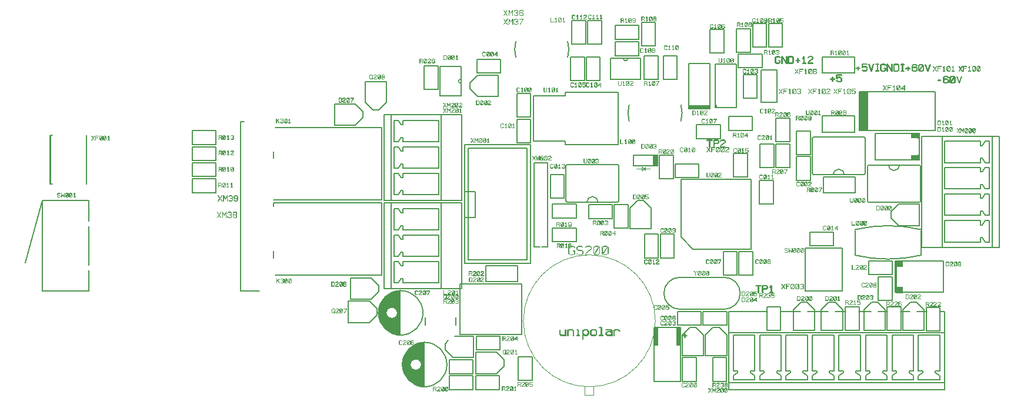
<source format=gbr>
*
G04 Job   : X:\MG\projects\L02-0101\PCB\L02-0101.pcb*
G04 User  : DESKTOP-LPE9H33:User*
G04 Layer : L02-0101_02SST.gbr*
G04 Date  : Tue Mar 14 15:44:52 2017*
%ICAS*%
%MOIN*%
%FSLAX24Y24*%
%OFA0.0000B0.0000*%
G90*
G74*
%ADD12C,0.00394*%
%ADD13C,0.00512*%
%ADD11C,0.00591*%
%ADD10C,0.00787*%
G01*
G36*
X-13386Y-6299D02*
X-13601D01*
G03X-13650Y-6158I285J20*
X-13898Y-6024I248J161*
X-14193Y-6319J295*
X-13898Y-6614I295*
X-13650Y-6479J295*
X-13600Y-6319I236J160*
G01X-13386*
Y-7618*
G02X-14685Y-6319J1299*
X-13386Y-5020I1299*
G01Y-6299*
X-12028Y-9232D02*
X-12243D01*
G03X-12292Y-9092I285J20*
X-12539Y-8957I247J160*
X-12835Y-9252J295*
X-12539Y-9547I296*
X-12292Y-9412J295*
X-12242Y-9252I236J160*
G01X-12028*
Y-10551*
G02X-13327Y-9252J1299*
X-12028Y-7953I1299*
G01Y-9232*
X915Y1998D02*
X1191D01*
Y2667*
X915*
Y1998*
X965Y-8169D02*
X1201D01*
Y-7146*
X965*
Y-8169*
X2224D02*
X2461D01*
Y-7146*
X2224*
Y-8169*
X2913Y5217D02*
X4173D01*
Y5453*
X2913*
Y5217*
X12638Y4016D02*
X13110D01*
Y6220*
X12638*
Y4016*
X15079Y-3701D02*
X14724D01*
Y-4843*
X15079*
Y-5197*
X14665*
Y-3346*
X15079*
Y-3701*
X16043Y2323D02*
X15531D01*
Y2638*
X15965*
Y3583*
X15531*
Y3898*
X16043*
Y2323*
G37*
G54D10*
X-33691Y49D02*
X-34675Y-3474D01*
X-33278Y3750D02*
Y994D01*
X-33219D02*
X-33120D01*
X-33219Y3750D02*
X-33120D01*
X-33219D02*
Y994D01*
X-31213Y3750D02*
Y994D01*
X-31053Y-3624D02*
Y-1396D01*
Y-3624*
Y-1104D02*
Y49D01*
X-33691*
Y-5079*
X-31053*
Y-3916*
Y-5079*
X-33691*
Y49*
X-31053*
Y-1104*
X-25207Y502D02*
X-23868D01*
Y1289*
X-25207*
Y502*
Y1407D02*
X-23868D01*
Y2195*
X-25207*
Y1407*
Y2313D02*
X-23868D01*
Y3100*
X-25207*
Y2313*
Y3219D02*
X-23868D01*
Y4006*
X-25207*
Y3219*
X-21398Y-5079D02*
X-22028D01*
X-22029*
X-22480*
Y4528*
X-22270*
X-22480*
Y-5079*
X-21398*
X-20610Y-3207D02*
Y-2817D01*
Y-3207*
Y2463D02*
Y2833D01*
Y2463*
X-17146Y5531D02*
X-15965D01*
X-15531Y5098*
Y4744*
X-15965Y4311*
X-17146*
Y5531*
X-16358Y-5650D02*
X-15177D01*
X-14744Y-6083*
Y-6437*
X-15177Y-6870*
X-16358*
Y-5650*
X-16240Y-4331D02*
X-15059D01*
X-14626Y-4764*
Y-5118*
X-15059Y-5551*
X-16240*
Y-4331*
X-14469Y-4193D02*
X-20492D01*
X-14469*
Y-79*
X-20610*
Y-274*
Y-79*
X-14469*
Y-4193*
Y79D02*
X-20608D01*
X-14469*
Y4193*
X-20492*
X-14469*
Y79*
X-14331Y39D02*
X-9921D01*
Y4921*
X-14331*
Y39*
X-14193Y6791D02*
Y5610D01*
X-14626Y5177*
X-14980*
X-15413Y5610*
Y6791*
X-14193*
X-13937Y-4961D02*
X-11102D01*
Y-79*
X-13937*
Y-4961*
Y39D02*
X-11102D01*
Y4921*
X-13937*
Y39*
X-12126Y-6319D02*
G03X-13386Y-5059I1260D01*
X-14646Y-6319J1260*
X-13386Y-7579I1260*
X-12126Y-6319J1260*
G01X-12047Y6339D02*
X-11260D01*
Y7677*
X-12047*
Y6339*
X-12008Y-7028D02*
Y-6594D01*
Y-7028*
X-11240Y-4626D02*
X-13268D01*
Y-4370*
X-13366*
X-13543Y-4626*
X-13780*
Y-3406*
X-13543*
X-13366Y-3661*
X-13268*
Y-3406*
X-11240*
Y-4626*
Y-3122D02*
X-13268D01*
Y-2866*
X-13366*
X-13543Y-3122*
X-13780*
Y-1902*
X-13543*
X-13366Y-2157*
X-13268*
Y-1902*
X-11240*
Y-3122*
Y-1626D02*
X-13268D01*
Y-1370*
X-13366*
X-13543Y-1626*
X-13780*
Y-406*
X-13543*
X-13366Y-661*
X-13268*
Y-406*
X-11240*
Y-1626*
Y374D02*
X-13268D01*
Y630*
X-13366*
X-13543Y374*
X-13780*
Y1594*
X-13543*
X-13366Y1339*
X-13268*
Y1594*
X-11240*
Y374*
Y1878D02*
X-13268D01*
Y2134*
X-13366*
X-13543Y1878*
X-13780*
Y3098*
X-13543*
X-13366Y2843*
X-13268*
Y3098*
X-11240*
Y1878*
Y3374D02*
X-13268D01*
Y3630*
X-13366*
X-13543Y3374*
X-13780*
Y4594*
X-13543*
X-13366Y4339*
X-13268*
Y4594*
X-11240*
Y3374*
X-11152Y5974D02*
X-9970D01*
Y7667*
X-11152*
Y5974*
X-10768Y-9252D02*
G03X-12028Y-7992I1260D01*
X-13287Y-9252J1260*
X-12028Y-10512I1259*
X-10768Y-9252J1260*
G01X-10630Y-10669D02*
X-9291D01*
Y-9882*
X-10630*
Y-10669*
Y-9764D02*
X-9291D01*
Y-8976*
X-10630*
Y-9764*
X-10276Y-7028D02*
Y-6594D01*
Y-7028*
X-10039Y-7539D02*
X-6535D01*
Y-4665*
X-10039*
Y-7539*
X-9921Y-4902D02*
Y-79D01*
X-14331*
Y-4961*
X-9976*
X-14331*
Y-79*
X-9921*
Y-4902*
X-9764Y-3504D02*
X-6024D01*
Y3209*
X-9764*
Y-3504*
Y-925D02*
X-9173D01*
Y551*
X-9764*
Y-925*
X-9567Y-3307D02*
X-6220D01*
Y3012*
X-9567*
Y-3307*
X-9252Y-8858D02*
X-10433D01*
X-10866Y-8425*
Y-8071*
X-10689Y-7894*
X-10866Y-8071*
Y-8425*
X-10433Y-8858*
X-9252*
Y-7638*
X-10322*
X-9252*
Y-8858*
X-9134Y-10669D02*
X-7795D01*
Y-9882*
X-9134*
Y-10669*
Y-8543D02*
X-7953D01*
X-7520Y-8976*
Y-9331*
X-7953Y-9764*
X-9134*
Y-8543*
X-9094Y-8425D02*
X-7756D01*
Y-7638*
X-9094*
Y-8425*
X-9055Y7283D02*
X-7717D01*
Y8071*
X-9055*
Y7283*
X-8563Y-4547D02*
X-6752D01*
Y-3642*
X-8563*
Y-4547*
X-7854Y5945D02*
X-9035D01*
X-9469Y6378*
Y6732*
X-9035Y7165*
X-7854*
Y5945*
X-6861Y9075D02*
G03X-6929Y8622I1467J453D01*
X-6861Y8169I1535*
G02X-6929Y8622I1467J453*
X-6861Y9075I1535*
G01X-6811Y3327D02*
X-6024D01*
Y4665*
X-6811*
Y3327*
Y4783D02*
X-6024D01*
Y6122*
X-6811*
Y4783*
X-6732Y-10138D02*
X-5945D01*
Y-8799*
X-6732*
Y-10138*
X-5866Y6004D02*
X-4055D01*
Y6201*
X-1063*
Y3209*
X-4055*
Y3406*
X-5866*
Y6004*
X-5059Y-2579D02*
X-5399D01*
X-5059*
Y2185*
X-5846*
Y-2579*
X-5507*
X-5846*
Y2185*
X-5059*
Y-2579*
X-4902Y177D02*
X-4114D01*
Y1516*
X-4902*
Y177*
X-4783Y-2283D02*
X-3445D01*
Y-1496*
X-4783*
Y-2283*
Y-945D02*
X-3445D01*
Y-157*
X-4783*
Y-945*
X-3858Y8622D02*
G02X-3927Y8169I1536D01*
G03X-3858Y8622I1467J453*
X-3927Y9075I1536*
G02X-3858Y8622I1467J453*
G01X-3760Y6850D02*
X-2972D01*
Y8189*
X-3760*
Y6850*
X-3681Y8917D02*
X-2894D01*
Y10256*
X-3681*
Y8917*
X-2874Y6850D02*
X-2087D01*
Y8189*
X-2874*
Y6850*
X-2795Y8917D02*
X-2008D01*
Y10256*
X-2795*
Y8917*
X-2736Y-965D02*
X-1398D01*
Y-177*
X-2736*
Y-965*
X-2205Y-39D02*
G03X-2520Y276I315D01*
X-2835Y-39J315*
G01X-1496Y6929D02*
X197D01*
Y8110*
X-1496*
Y6929*
X-1299Y-1516D02*
X-512D01*
Y-177*
X-1299*
Y-1516*
X-1240Y8268D02*
X98D01*
Y9055*
X-1240*
Y8268*
X-1220Y9193D02*
X118D01*
Y9980*
X-1220*
Y9193*
X-1024Y2028D02*
Y20D01*
X-1083Y-39*
X-3957*
X-4016Y20*
Y2028*
X-3957Y2087*
X-1083*
X-1024Y2028*
X-444Y5472D02*
G03X-512Y5020I1468J452D01*
X-444Y4567I1536*
G02X-512Y5020I1468J453*
X-444Y5472I1536*
G01X-413Y-1555D02*
Y-374D01*
X20Y59*
X374*
X807Y-374*
Y-1555*
X-413*
X-207Y2037D02*
X935D01*
Y2628*
X-207*
Y2037*
X256Y8819D02*
X1043D01*
Y10157*
X256*
Y8819*
X413Y6909D02*
X1201D01*
Y8248*
X413*
Y6909*
X423Y-3199D02*
X1211D01*
Y-1860*
X423*
Y-3199*
X965Y-10217D02*
X2461D01*
Y-7146*
X965*
Y-10217*
X1270Y1289D02*
X2057D01*
Y2628*
X1270*
Y1289*
X1329Y-3199D02*
X2116D01*
Y-1860*
X1329*
Y-3199*
X1496Y6909D02*
X2283D01*
Y8248*
X1496*
Y6909*
X2156Y1348D02*
X3494D01*
Y2136*
X2156*
Y1348*
X2293Y-7018D02*
X3632D01*
Y-6230*
X2293*
Y-7018*
X2559Y-8760D02*
Y-7579D01*
X2992Y-7146*
X3346*
X3780Y-7579*
Y-8760*
X2559*
Y5020D02*
G02X2491Y4567I1535D01*
G03X2559Y5020I1467J453*
X2491Y5472I1535*
G02X2559Y5020I1467J452*
G01X2579Y-10197D02*
X3366D01*
Y-8858*
X2579*
Y-10197*
X2706Y-7716D02*
Y-7719D01*
X2708Y-7720*
X2711Y-7722*
X2714*
X2717*
X2719Y-7720*
X2721Y-7719*
X2722Y-7716*
Y-7618*
X2819*
X2821*
X2823Y-7616*
X2825Y-7613*
Y-7610*
Y-7608*
X2823Y-7606*
X2821Y-7604*
X2819Y-7603*
X2722*
Y-7506*
X2721Y-7503*
X2719Y-7501*
X2717Y-7500*
X2714*
X2711*
X2708Y-7501*
X2706Y-7503*
Y-7506*
Y-7603*
X2609*
X2606Y-7604*
X2604Y-7606*
X2603Y-7608*
X2602Y-7610*
X2603Y-7613*
X2604Y-7616*
X2606Y-7618*
X2609*
X2706*
Y-7716*
X2953Y5256D02*
X4134D01*
Y7815*
X2953*
Y5256*
X3386Y3563D02*
X4724D01*
Y4350*
X3386*
Y3563*
X3750Y-7018D02*
X5089D01*
Y-6230*
X3750*
Y-7018*
X3878Y-8760D02*
Y-7579D01*
X4311Y-7146*
X4665*
X5098Y-7579*
Y-8760*
X3878*
X4116Y3092D02*
Y3089D01*
X4118Y3087*
X4121Y3085*
X4124*
X4126*
X4129Y3087*
X4131Y3089*
Y3092*
Y3461*
X4256*
X4259Y3462*
X4261Y3464*
X4263Y3467*
Y3469*
Y3472*
X4261Y3475*
X4259Y3477*
X4256Y3478*
X3991*
X3988Y3477*
X3986Y3475*
X3984Y3472*
Y3469*
Y3467*
X3986Y3464*
X3988Y3462*
X3991Y3461*
X4116*
Y3092*
X4134Y8406D02*
X4921D01*
Y9744*
X4134*
Y8406*
X4291Y-10197D02*
X5079D01*
Y-8858*
X4291*
Y-10197*
X4371Y3461D02*
X4559D01*
X4621Y3412*
Y3339*
X4559Y3289*
X4371*
Y3461*
X4449Y5335D02*
X5630D01*
Y7776*
X4449*
Y5335*
X4488Y5374D02*
X4449Y5413D01*
X4488D02*
X4449Y5453D01*
X4488Y5413*
Y5453D02*
X4449Y5492D01*
X4488Y5453*
X4606Y5335D02*
X4587Y5354D01*
X4606Y5335*
X4634Y3328D02*
X4635Y3329D01*
Y3331*
X4637Y3333*
Y3335*
Y3416*
Y3418*
X4635Y3419*
Y3420*
Y3421*
X4634Y3422*
X4567Y3476*
X4565Y3477*
X4563*
X4562Y3478*
X4363*
X4360Y3477*
X4357Y3475*
X4356Y3472*
X4355Y3470*
Y3092*
X4356Y3089*
X4357Y3087*
X4360Y3085*
X4363*
X4366*
X4369Y3087*
X4370Y3089*
X4371Y3092*
Y3273*
X4562*
X4565*
X4566Y3274*
X4567*
X4634Y3328*
X4892Y-4183D02*
X5679D01*
Y-2844*
X4892*
Y-4183*
X4939Y3476D02*
X5006Y3422D01*
X5007Y3420*
Y3419*
X5008Y3417*
Y3416*
Y3362*
Y3360*
X5007Y3358*
Y3356*
X5006Y3355*
X4743Y3142*
Y3100*
X5000*
X5003Y3099*
X5006Y3098*
X5007Y3095*
Y3092*
Y3089*
X5006Y3086*
X5003Y3085*
X5000Y3084*
X4735*
X4732Y3085*
X4730Y3087*
X4728Y3089*
X4727Y3092*
Y3146*
X4728Y3147*
Y3150*
X4729Y3151*
X4730Y3152*
X4731*
X4993Y3366*
Y3412*
X4931Y3461*
X4804*
X4740Y3409*
X4737Y3408*
X4734Y3409*
X4732Y3410*
X4730Y3412*
X4729Y3415*
X4728Y3417*
Y3419*
X4729Y3420*
X4731Y3422*
X4797Y3476*
X4798*
X4800Y3477*
X4802Y3478*
X4934*
X4936Y3477*
X4937*
X4938Y3476*
X4939*
X4951Y-6112D02*
G03X5856Y-5207J905D01*
X4951Y-4301I905*
G01X2431*
G03X1526Y-5207J906*
X2431Y-6112I905*
G01X4951*
X5197Y4035D02*
X6535D01*
Y4823*
X5197*
Y4035*
X5205Y-10276D02*
X17429D01*
Y-7441*
X5205*
Y-10276*
X5472Y1378D02*
X6260D01*
Y2717*
X5472*
Y1378*
X5650Y8465D02*
X6437D01*
Y9803*
X5650*
Y8465*
X5748Y7579D02*
X7087D01*
Y8366*
X5748*
Y7579*
X5778Y-4183D02*
X6565D01*
Y-2844*
X5778*
Y-4183*
X6024Y5866D02*
X6811D01*
Y7205*
X6024*
Y5866*
X6467Y-2707D02*
X3179D01*
X2490Y-2018*
Y1270*
X6467*
Y-2707*
X6555Y8740D02*
X7343D01*
Y10079*
X6555*
Y8740*
X6681Y-7579D02*
Y-9606D01*
X6425*
Y-9705*
X6681Y-9882*
Y-10118*
X5461*
Y-9882*
X5717Y-9705*
Y-9606*
X5461*
Y-7579*
X6681*
X6879Y-5156D02*
Y-5159D01*
X6881Y-5161*
X6884Y-5163*
X6887*
X6889*
X6892Y-5161*
X6894Y-5159*
Y-5156*
Y-4787*
X7019*
X7022Y-4786*
X7024Y-4784*
X7026Y-4781*
Y-4779*
Y-4776*
X7024Y-4773*
X7022Y-4771*
X7019Y-4770*
X6754*
X6751Y-4771*
X6749Y-4773*
X6747Y-4776*
Y-4779*
Y-4781*
X6749Y-4784*
X6751Y-4786*
X6754Y-4787*
X6879*
Y-5156*
X6939Y-148D02*
X7726D01*
Y1191*
X6939*
Y-148*
X6969Y1929D02*
X7756D01*
Y3268*
X6969*
Y1929*
X7028Y5630D02*
X7933D01*
Y7441*
X7028*
Y5630*
X7134Y-4787D02*
X7322D01*
X7384Y-4836*
Y-4909*
X7322Y-4959*
X7134*
Y-4787*
X7362Y-7323D02*
X8150D01*
Y-5984*
X7362*
Y-7323*
X7397Y-4920D02*
X7398Y-4919D01*
Y-4917*
X7400Y-4915*
Y-4913*
Y-4832*
Y-4830*
X7398Y-4829*
Y-4828*
Y-4827*
X7397Y-4826*
X7330Y-4772*
X7328Y-4771*
X7326*
X7325Y-4770*
X7126*
X7123Y-4771*
X7120Y-4773*
X7119Y-4776*
X7118Y-4778*
Y-5156*
X7119Y-5159*
X7120Y-5161*
X7123Y-5163*
X7126*
X7129*
X7131Y-5161*
X7133Y-5159*
X7134Y-5156*
Y-4975*
X7325*
X7328*
X7329Y-4974*
X7330*
X7397Y-4920*
X7461Y8740D02*
X8248D01*
Y10079*
X7461*
Y8740*
X7547Y-5148D02*
X7544Y-5149D01*
X7542Y-5150*
X7541Y-5153*
Y-5156*
Y-5159*
X7542Y-5162*
X7544Y-5164*
X7547*
X7700*
X7703*
X7706Y-5162*
X7707Y-5159*
Y-5156*
Y-5153*
X7706Y-5150*
X7703Y-5149*
X7700Y-5148*
X7631*
Y-4778*
Y-4776*
X7630Y-4774*
X7628Y-4772*
X7625*
X7623*
X7621*
X7619*
X7618Y-4774*
X7541Y-4882*
X7540Y-4885*
Y-4887*
X7541Y-4890*
X7543Y-4892*
X7545Y-4893*
X7548Y-4894*
X7550*
X7551*
X7553Y-4891*
X7616Y-4803*
Y-5148*
X7547*
X7874Y1929D02*
X8661D01*
Y3268*
X7874*
Y1929*
Y3386D02*
X8661D01*
Y4724*
X7874*
Y3386*
X8050Y8216D02*
X8116Y8162D01*
X8118Y8160*
X8119Y8157*
X8118Y8155*
X8117Y8153*
X8116Y8151*
X8114Y8150*
X8112Y8148*
X8110*
X8108*
X8107Y8149*
X8042Y8202*
X7915*
X7854Y8152*
Y7890*
X7915Y7840*
X8042*
X8103Y7890*
Y7986*
X8044*
X8042Y7987*
X8040Y7989*
X8038Y7991*
Y7994*
Y7997*
X8040Y7999*
X8042Y8001*
X8044Y8002*
X8111*
X8114Y8001*
X8117Y8000*
X8119Y7997*
Y7994*
Y7886*
Y7884*
X8118Y7883*
X8117Y7881*
X8116Y7880*
X8050Y7826*
X8048Y7825*
Y7824*
X8047*
X8046*
X8045*
X7912*
X7911*
X7909Y7825*
X7907Y7826*
X7841Y7880*
X7840Y7881*
X7839Y7882*
X7838Y7885*
Y7886*
Y8156*
Y8157*
X7839Y8159*
X7840Y8160*
X7841Y8162*
X7907Y8216*
X7909Y8217*
X7910*
X7911*
X7912Y8218*
X8045*
X8046Y8217*
X8047*
X8048*
X8050Y8216*
X8120Y-6260D02*
X9272D01*
X8120*
X8177Y-7579D02*
Y-9606D01*
X7921*
Y-9705*
X8177Y-9882*
Y-10118*
X6957*
Y-9882*
X7213Y-9705*
Y-9606*
X6957*
Y-7579*
X8177*
X8209Y7832D02*
Y7829D01*
X8211Y7827*
X8214Y7826*
X8217Y7825*
X8220Y7826*
X8222Y7827*
X8224Y7829*
X8225Y7832*
Y8185*
X8476Y7827*
X8477Y7826*
X8479Y7825*
X8481*
X8483Y7826*
X8486*
X8489Y7828*
X8490Y7830*
Y7832*
Y8210*
X8489Y8213*
X8487Y8215*
X8485Y8216*
X8482Y8217*
X8480Y8216*
X8477Y8215*
X8475Y8213*
X8474Y8210*
Y7857*
X8223Y8214*
X8222Y8216*
X8220Y8217*
X8218*
X8216Y8216*
X8213*
X8211Y8215*
X8209Y8213*
Y8210*
Y7832*
X8597Y8202D02*
X8785D01*
X8846Y8152*
Y7890*
X8785Y7840*
X8597*
Y8202*
X8793Y8216D02*
X8791Y8217D01*
X8789*
X8788Y8218*
X8589*
X8586Y8217*
X8583Y8215*
X8581Y8213*
Y8210*
Y7832*
Y7829*
X8583Y7827*
X8586Y7824*
X8589*
X8788*
X8789*
X8790*
X8791Y7825*
X8793Y7826*
X8859Y7880*
X8861Y7881*
Y7882*
X8862Y7884*
Y7886*
Y8156*
Y8158*
X8861Y8159*
Y8160*
Y8161*
X8860*
X8859Y8162*
X8793Y8216*
X8858Y-7323D02*
Y-6142D01*
X9291Y-5709*
X9646*
X10079Y-6142*
Y-7323*
X8858*
X9051Y1201D02*
X9839D01*
Y2539*
X9051*
Y1201*
Y2657D02*
X9839D01*
Y3996*
X9051*
Y2657*
X9220Y7989D02*
X9223D01*
X9225Y7991*
X9226Y7994*
Y7997*
Y8000*
X9225Y8002*
X9223Y8004*
X9220Y8005*
X9123*
Y8102*
X9122Y8104*
X9121Y8106*
X9118Y8108*
X9115*
X9113*
X9110Y8106*
X9108Y8104*
Y8102*
Y8005*
X9011*
X9007Y8004*
X9006Y8002*
X9005Y8000*
X9004Y7997*
X9005Y7994*
X9006Y7991*
X9007Y7989*
X9011*
X9108*
Y7892*
Y7889*
X9110Y7887*
X9113Y7886*
X9115Y7885*
X9118Y7886*
X9121Y7887*
X9122Y7889*
X9123Y7892*
Y7989*
X9220*
X9400Y7848D02*
X9397Y7847D01*
X9395Y7846*
X9394Y7843*
Y7840*
Y7837*
X9395Y7834*
X9397Y7832*
X9400*
X9554*
X9556*
X9559Y7834*
X9560Y7837*
Y7840*
Y7843*
X9559Y7846*
X9556Y7847*
X9554Y7848*
X9484*
Y8218*
Y8220*
X9483Y8222*
X9481Y8224*
X9478*
X9476*
X9474*
X9472*
X9471Y8222*
X9394Y8114*
X9393Y8111*
Y8109*
X9394Y8106*
X9396Y8104*
X9398Y8103*
X9401Y8102*
X9403*
X9404*
X9406Y8105*
X9469Y8193*
Y7848*
X9400*
X9547Y-5079D02*
X11634D01*
Y-2638*
X9547*
Y-5079*
X9665Y-6260D02*
X10846D01*
X9665*
X9673Y-7579D02*
Y-9606D01*
X9417*
Y-9705*
X9673Y-9882*
Y-10118*
X8453*
Y-9882*
X8709Y-9705*
Y-9606*
X8453*
Y-7579*
X9673*
X9803Y-2520D02*
X11142D01*
Y-1732*
X9803*
Y-2520*
X9914Y8224D02*
X9980Y8170D01*
X9981Y8168*
Y8167*
X9982Y8165*
X9983Y8164*
Y8110*
X9982Y8108*
X9981Y8106*
Y8104*
X9980Y8103*
X9718Y7890*
Y7848*
X9975*
X9978Y7847*
X9980Y7846*
X9981Y7843*
Y7840*
Y7837*
X9980Y7834*
X9978Y7833*
X9975Y7832*
X9709*
X9706Y7833*
X9704Y7835*
X9702Y7837*
Y7840*
Y7894*
Y7895*
X9703Y7898*
X9704Y7899*
Y7900*
X9705*
X9967Y8114*
Y8160*
X9906Y8209*
X9778*
X9714Y8157*
X9711Y8156*
X9709Y8157*
X9706Y8158*
X9705Y8160*
X9703Y8163*
Y8165*
Y8167*
Y8168*
X9705Y8170*
X9771Y8224*
X9773*
X9774Y8225*
X9776Y8226*
X9909*
X9910Y8225*
X9911*
X9912Y8224*
X9914*
X10433Y-7323D02*
Y-6142D01*
X10866Y-5709*
X11220*
X11654Y-6142*
Y-7323*
X10433*
X10512Y3937D02*
X12323D01*
Y4843*
X10512*
Y3937*
Y7287D02*
X12323D01*
Y8193*
X10512*
Y7287*
X10571Y488D02*
X12382D01*
Y1394*
X10571*
Y488*
X11169Y-7579D02*
Y-9606D01*
X10913*
Y-9705*
X11169Y-9882*
Y-10118*
X9949*
Y-9882*
X10205Y-9705*
Y-9606*
X9949*
Y-7579*
X11169*
X11195Y6938D02*
X11198D01*
X11200Y6940*
X11201Y6943*
Y6946*
Y6948*
X11200Y6951*
X11198Y6953*
X11195Y6954*
X11097*
Y7050*
Y7053*
X11095Y7055*
X11093Y7057*
X11089*
X11087*
X11085Y7055*
X11083Y7053*
X11082Y7050*
Y6954*
X10985*
X10982Y6953*
X10980Y6951*
X10979Y6948*
Y6946*
Y6943*
X10980Y6940*
X10982Y6938*
X10985*
X11082*
Y6841*
X11083Y6838*
X11085Y6836*
X11087Y6835*
X11089Y6834*
X11093Y6835*
X11095Y6836*
X11097Y6838*
Y6841*
Y6938*
X11195*
X11240Y-6260D02*
X11841D01*
X11240*
X11392Y7039D02*
X11390D01*
X11389Y7038*
X11387Y7037*
X11334Y6994*
Y7158*
X11591*
X11594Y7159*
X11596Y7161*
X11597Y7163*
X11598Y7166*
X11597Y7169*
X11596Y7172*
X11594Y7174*
X11591*
X11325*
X11322*
X11320Y7172*
X11318Y7169*
X11317Y7167*
Y6977*
X11318Y6974*
X11319Y6972*
X11320Y6971*
X11323Y6970*
X11325*
X11327Y6969*
X11329Y6970*
X11330Y6971*
X11394Y7023*
X11522*
X11583Y6973*
Y6846*
X11522Y6797*
X11394*
X11330Y6849*
X11328Y6850*
X11325*
X11323Y6849*
X11320Y6847*
X11319Y6844*
Y6841*
Y6839*
X11321Y6837*
X11387Y6782*
X11389Y6781*
X11390*
X11392*
X11524*
X11526*
X11527*
X11528*
X11530Y6782*
X11596Y6837*
X11597Y6838*
X11598Y6839*
Y6841*
X11599Y6843*
Y6977*
X11598Y6979*
Y6981*
Y6982*
X11597*
X11596Y6983*
Y6984*
X11530Y7037*
X11528Y7038*
X11526Y7039*
X11524*
X11392*
X11752Y1516D02*
G03X11437Y1831I315D01*
X11122Y1516J315*
G01X11811Y-7323D02*
X12598D01*
Y-5984*
X11811*
Y-7323*
X12354Y-3048D02*
G03X14232Y-3268I1878J7910D01*
X16111Y-3048J8130*
G01X12362Y-1634D02*
Y-3012D01*
X12569Y-6260D02*
X13268D01*
X12569*
X12618Y4016D02*
X16890D01*
Y6220*
X12618*
Y4016*
X12633Y7552D02*
X12635D01*
X12637Y7554*
X12639Y7557*
Y7560*
Y7563*
X12637Y7565*
X12635Y7567*
X12633Y7568*
X12535*
Y7665*
Y7667*
X12533Y7669*
X12530Y7671*
X12527*
X12525*
X12522Y7669*
X12520Y7667*
Y7665*
Y7568*
X12423*
X12420Y7567*
X12418Y7565*
X12417Y7563*
Y7560*
Y7557*
X12418Y7554*
X12420Y7552*
X12423*
X12520*
Y7455*
Y7452*
X12522Y7450*
X12525Y7449*
X12527Y7448*
X12530Y7449*
X12533Y7450*
X12535Y7452*
Y7455*
Y7552*
X12633*
X12665Y-7579D02*
Y-9606D01*
X12409*
Y-9705*
X12665Y-9882*
Y-10118*
X11445*
Y-9882*
X11701Y-9705*
Y-9606*
X11445*
Y-7579*
X12665*
X12830Y7653D02*
X12828D01*
X12827Y7652*
X12825*
X12772Y7608*
Y7772*
X13029*
X13031Y7773*
X13034Y7775*
X13035Y7778*
Y7780*
Y7783*
X13034Y7786*
X13031Y7788*
X13029Y7789*
X12763*
X12760Y7788*
X12758Y7786*
X12756Y7783*
X12755Y7781*
Y7591*
X12756Y7589*
X12757Y7587*
X12758Y7585*
X12761*
X12763Y7584*
X12765Y7583*
X12767Y7584*
X12768Y7585*
X12832Y7637*
X12959*
X13021Y7587*
Y7461*
X12959Y7411*
X12832*
X12768Y7463*
X12765Y7465*
X12763*
X12761Y7463*
X12758Y7461*
X12757Y7458*
X12756Y7456*
X12757Y7453*
X12759Y7451*
X12825Y7396*
X12826*
X12828*
X12830Y7395*
X12962*
X12963*
X12964*
X12965Y7396*
X12966*
X12967*
X13034Y7451*
X13035Y7452*
Y7453*
X13036Y7455*
X13037Y7457*
Y7591*
X13036Y7593*
X13035Y7595*
Y7596*
X13034Y7597*
Y7598*
X12967Y7652*
X12965*
X12964Y7653*
X12962*
X12830*
X12854Y-7323D02*
Y-6142D01*
X13287Y-5709*
X13642*
X14075Y-6142*
Y-7323*
X12854*
X12933Y3583D02*
Y1575D01*
X12874Y1516*
X10000*
X9941Y1575*
Y3583*
X10000Y3642*
X12874*
X12933Y3583*
X13071Y0D02*
Y2008D01*
X13130Y2067*
X16004*
X16063Y2008*
Y0*
X16004Y-59*
X13130*
X13071Y0*
X13130Y-4154D02*
X14469D01*
Y-3366*
X13130*
Y-4154*
X13285Y7395D02*
X13274D01*
X13272*
X13270Y7396*
X13268Y7398*
X13267Y7400*
X13139Y7778*
Y7781*
X13140Y7783*
X13142Y7785*
X13145Y7787*
X13148*
X13150*
X13153Y7786*
X13154Y7783*
X13279Y7412*
X13405Y7783*
X13406Y7786*
X13409Y7787*
X13411*
X13414*
X13417Y7785*
X13419Y7783*
X13420Y7781*
X13419Y7778*
X13292Y7400*
X13291Y7398*
X13289Y7396*
X13287Y7395*
X13285*
X13661Y-6260D02*
X14203D01*
X13661*
X13681Y-5610D02*
X14469D01*
Y-4272*
X13681*
Y-5610*
X13710Y7772D02*
X13713Y7773D01*
X13715Y7775*
X13716Y7778*
X13717Y7780*
X13716Y7783*
X13715Y7786*
X13713Y7788*
X13710Y7789*
X13556*
X13553Y7788*
X13552Y7786*
X13550Y7783*
Y7780*
Y7778*
X13552Y7775*
X13553Y7773*
X13556Y7772*
X13625*
Y7411*
X13556*
X13553*
X13552Y7409*
X13550Y7406*
Y7403*
Y7400*
X13552Y7397*
X13553Y7396*
X13556Y7395*
X13710*
X13713Y7396*
X13715Y7397*
X13716Y7400*
X13717Y7403*
X13716Y7406*
X13715Y7409*
X13713Y7411*
X13710*
X13641*
Y7772*
X13710*
X14024Y7775D02*
X14091Y7721D01*
X14093Y7719*
Y7716*
Y7714*
X14092Y7712*
X14091Y7710*
X14089Y7709*
X14087Y7707*
X14085*
X14083*
X14081Y7708*
X14017Y7761*
X13889*
X13828Y7711*
Y7449*
X13889Y7399*
X14016*
X14078Y7449*
Y7545*
X14019*
X14016Y7546*
X14014Y7548*
X14013Y7550*
X14012Y7553*
X14013Y7556*
X14014Y7558*
X14016Y7560*
X14019Y7561*
X14085*
X14089Y7560*
X14091Y7559*
X14093Y7556*
Y7553*
Y7445*
Y7443*
X14092Y7442*
Y7440*
X14091Y7439*
X14024Y7385*
X14022Y7384*
Y7383*
X14021*
X14020*
X14019*
X13887*
X13885*
X13883Y7384*
X13882Y7385*
X13816Y7439*
X13815*
X13814Y7440*
X13813Y7441*
Y7444*
X13812Y7445*
Y7715*
X13813Y7717*
Y7718*
X13814Y7719*
X13816Y7721*
X13882Y7775*
X13883Y7776*
X13885*
X13887Y7777*
X14019*
X14021Y7776*
X14022*
X14023*
X14024Y7775*
X14173Y-7323D02*
X14961D01*
Y-5984*
X14173*
Y-7323*
X14181Y-7579D02*
Y-9606D01*
X13925*
Y-9705*
X14181Y-9882*
Y-10118*
X12961*
Y-9882*
X13217Y-9705*
Y-9606*
X12961*
Y-7579*
X14181*
X14183Y7391D02*
X14184Y7388D01*
X14186Y7386*
X14188Y7385*
X14191Y7384*
X14194Y7385*
X14197Y7386*
X14199Y7388*
X14200Y7391*
Y7744*
X14450Y7386*
X14452Y7385*
X14454Y7384*
X14456*
X14458Y7385*
X14461*
X14463Y7387*
X14464Y7389*
X14465Y7391*
Y7769*
X14464Y7772*
X14462Y7774*
X14459Y7775*
X14457Y7776*
X14454Y7775*
X14451Y7774*
X14449Y7772*
Y7769*
Y7416*
X14198Y7773*
X14196Y7775*
X14194Y7776*
X14193*
X14191Y7775*
X14187*
X14185Y7774*
X14184Y7772*
X14183Y7769*
Y7391*
X14252Y2067D02*
G03X14567Y1752I315D01*
X14882Y2067J315*
G01X14572Y7761D02*
X14759D01*
X14821Y7711*
Y7449*
X14759Y7399*
X14572*
Y7761*
X14626Y-5157D02*
X17362D01*
Y-3386*
X14626*
Y-5157*
X14767Y7775D02*
X14765Y7776D01*
X14764*
X14762Y7777*
X14563*
X14560Y7776*
X14558Y7774*
X14556Y7772*
X14555Y7769*
Y7391*
X14556Y7388*
X14558Y7386*
X14560Y7383*
X14563*
X14762*
X14764*
X14765*
Y7384*
X14767Y7385*
X14834Y7439*
X14835Y7440*
Y7441*
X14836Y7443*
X14837Y7445*
Y7715*
X14836Y7717*
X14835Y7718*
Y7719*
Y7720*
X14834*
Y7721*
X14767Y7775*
X14931Y-6260D02*
X15472D01*
X14931*
X15059Y-7323D02*
Y-6142D01*
X15492Y-5709*
X15846*
X16280Y-6142*
Y-7323*
X15059*
X15138Y7761D02*
X15141D01*
X15143Y7763*
X15144Y7766*
Y7769*
Y7772*
X15143Y7774*
X15141Y7776*
X15138Y7777*
X14984*
X14981Y7776*
X14980Y7774*
X14978Y7772*
Y7769*
Y7766*
X14980Y7763*
X14981Y7761*
X14984*
X15053*
Y7400*
X14984*
X14981Y7399*
X14980Y7397*
X14978Y7394*
Y7391*
Y7388*
X14980Y7385*
X14981Y7384*
X14984Y7383*
X15138*
X15141Y7384*
X15143Y7385*
X15144Y7388*
Y7391*
Y7394*
X15143Y7397*
X15141Y7399*
X15138Y7400*
X15069*
Y7761*
X15138*
X15467Y7533D02*
X15470Y7534D01*
X15472Y7536*
X15473Y7538*
Y7541*
Y7544*
X15472Y7546*
X15470Y7548*
X15467Y7549*
X15370*
Y7646*
X15369Y7649*
X15368Y7651*
X15365Y7652*
X15362Y7653*
X15360Y7652*
X15357Y7651*
X15355Y7649*
Y7646*
Y7549*
X15258*
X15254Y7548*
X15253Y7546*
X15252Y7544*
X15251Y7541*
X15252Y7538*
X15253Y7536*
X15254Y7534*
X15258Y7533*
X15355*
Y7436*
Y7433*
X15357Y7431*
X15360Y7430*
X15362*
X15365*
X15368Y7431*
X15369Y7433*
X15370Y7436*
Y7533*
X15467*
X15606Y7542D02*
Y7442D01*
X15667Y7392*
X15794*
X15856Y7442*
Y7542*
X15794Y7592*
X15667*
X15606Y7542*
X15677Y-7579D02*
Y-9606D01*
X15421*
Y-9705*
X15677Y-9882*
Y-10118*
X14457*
Y-9882*
X14713Y-9705*
Y-9606*
X14457*
Y-7579*
X15677*
X15803Y7768D02*
X15869Y7714D01*
X15871Y7712*
Y7709*
Y7707*
X15870Y7705*
X15869Y7703*
X15867Y7702*
X15865Y7701*
X15863Y7700*
X15861*
X15859Y7701*
X15795Y7754*
X15667*
X15606Y7704*
Y7563*
X15660Y7607*
X15662*
X15663*
Y7608*
X15665*
X15797*
X15799*
Y7607*
X15800*
X15801*
X15802*
X15869Y7553*
Y7552*
X15870Y7551*
Y7550*
X15871Y7547*
Y7546*
Y7438*
Y7436*
X15870Y7434*
Y7433*
X15869Y7432*
X15803Y7378*
X15801Y7377*
X15800*
X15799*
Y7376*
X15798*
X15797*
X15665*
X15663Y7377*
X15662*
X15660Y7378*
X15594Y7432*
X15593Y7433*
X15592*
Y7434*
X15591Y7437*
X15590Y7438*
Y7708*
X15591Y7710*
X15592Y7712*
X15593Y7713*
X15594Y7714*
X15660Y7768*
X15662Y7769*
X15663*
Y7770*
X15665*
X15797*
X15799*
X15800Y7769*
X15801*
X15803Y7768*
X15866Y-6260D02*
X16427D01*
X15866*
X15925Y3579D02*
Y3858D01*
X13504*
Y2362*
X15925*
Y2641*
Y2362*
X13504*
Y3858*
X15925*
Y3579*
X15966Y7714D02*
X16032Y7768D01*
X16034Y7769*
X16035*
Y7770*
X16037*
X16169*
X16171*
X16172Y7769*
X16173*
X16175Y7768*
X16241Y7714*
X16242Y7712*
Y7711*
X16243Y7710*
Y7708*
Y7438*
Y7437*
X16242Y7434*
Y7433*
X16241Y7432*
X16175Y7378*
X16173Y7377*
X16172*
X16171*
Y7376*
X16169*
X16037*
X16035Y7377*
X16034*
X16032Y7378*
X15966Y7432*
X15965Y7433*
X15964*
Y7434*
X15963Y7437*
X15962Y7438*
Y7708*
X15963Y7710*
X15964Y7711*
Y7712*
X15966Y7714*
X15979Y7704D02*
Y7442D01*
X16002Y7422*
X16192Y7733*
X16166Y7754*
X16039*
X15979Y7704*
X16004Y-1378D02*
X14823D01*
X14390Y-945*
Y-591*
X14823Y-157*
X16004*
Y-1378*
X16014Y7412D02*
X16039Y7392D01*
X16166*
X16228Y7442*
Y7704*
X16204Y7723*
X16014Y7412*
X16102Y-3012D02*
Y-1634D01*
X16111Y-1598D02*
G03X14232Y-1378I1879J7910D01*
X12354Y-1598J8130*
G01X16122Y-2598D02*
X20531D01*
Y3681*
X16122*
Y-2598*
X16398Y-7343D02*
X17185D01*
Y-6004*
X16398*
Y-7343*
X16492Y7376D02*
X16481D01*
X16479Y7377*
X16477Y7378*
X16475Y7379*
X16474Y7382*
X16346Y7759*
X16345Y7762*
X16347Y7765*
X16349Y7767*
X16352Y7768*
X16354Y7769*
X16357Y7768*
X16360Y7767*
X16361Y7764*
X16486Y7393*
X16612Y7764*
X16613Y7767*
X16616Y7768*
X16618Y7769*
X16621Y7768*
X16624Y7767*
X16626Y7765*
X16627Y7762*
X16626Y7759*
X16499Y7382*
X16498Y7379*
X16495Y7378*
X16494Y7377*
X16492Y7376*
X17070Y6882D02*
X17197D01*
X17199Y6881*
X17201Y6880*
X17203Y6878*
Y6875*
Y6872*
X17201Y6870*
X17199Y6869*
X17197Y6868*
X17070*
X17067Y6869*
X17066Y6870*
X17064Y6872*
Y6875*
Y6878*
X17065Y6880*
X17067Y6881*
X17070Y6882*
X17173Y-7579D02*
Y-9606D01*
X16917*
Y-9705*
X17173Y-9882*
Y-10118*
X15953*
Y-9882*
X16209Y-9705*
Y-9606*
X15953*
Y-7579*
X17173*
X17303Y-2598D02*
X20138D01*
Y3681*
X17303*
Y-2598*
X17390Y6873D02*
Y6773D01*
X17450Y6723*
X17577*
X17639Y6773*
Y6873*
X17577Y6923*
X17450*
X17390Y6873*
X17429Y-10669D02*
X5205D01*
Y-6260*
X7392*
X5205*
Y-10669*
X17429*
Y-6260*
X17156*
X17429*
Y-10669*
X17441Y-1083D02*
X19469D01*
Y-1339*
X19567*
X19744Y-1083*
X19980*
Y-2303*
X19744*
X19567Y-2047*
X19469*
Y-2303*
X17441*
Y-1083*
Y433D02*
X19469D01*
Y177*
X19567*
X19744Y433*
X19980*
Y-787*
X19744*
X19567Y-531*
X19469*
Y-787*
X17441*
Y433*
Y1929D02*
X19469D01*
Y1673*
X19567*
X19744Y1929*
X19980*
Y709*
X19744*
X19567Y965*
X19469*
Y709*
X17441*
Y1929*
Y3425D02*
X19469D01*
Y3169*
X19567*
X19744Y3425*
X19980*
Y2205*
X19744*
X19567Y2461*
X19469*
Y2205*
X17441*
Y3425*
X17586Y7099D02*
X17652Y7045D01*
X17654Y7043*
Y7040*
Y7038*
X17653Y7036*
X17652Y7034*
X17650Y7033*
X17648Y7031*
X17646*
X17644*
X17642Y7032*
X17578Y7084*
X17450*
X17390Y7035*
Y6894*
X17443Y6937*
X17445Y6938*
X17446*
X17448Y6939*
X17580*
X17582Y6938*
X17583*
X17584*
X17585Y6937*
X17652Y6884*
Y6883*
X17653Y6882*
Y6881*
X17654Y6878*
Y6877*
Y6769*
Y6767*
X17653Y6765*
Y6764*
X17652Y6762*
X17586Y6708*
X17584*
X17583Y6707*
X17582*
X17581*
X17580*
X17448*
X17446*
X17445Y6708*
X17443*
X17377Y6762*
X17376Y6763*
X17375Y6764*
Y6765*
X17374Y6768*
X17373Y6769*
Y7039*
X17374Y7041*
X17375Y7042*
Y7043*
X17376Y7044*
X17377Y7045*
X17443Y7099*
X17445*
X17446Y7100*
X17448Y7101*
X17580*
X17582Y7100*
X17583*
X17584Y7099*
X17586*
X17749Y7045D02*
X17815Y7099D01*
X17817*
X17818Y7100*
X17820Y7101*
X17953*
X17954Y7100*
X17955*
X17956Y7099*
X17958*
X18024Y7045*
X18025Y7043*
Y7042*
X18026Y7040*
X18027Y7039*
Y6769*
X18026Y6768*
X18025Y6765*
Y6764*
X18024Y6762*
X17958Y6708*
X17956*
X17955*
X17954Y6707*
X17953*
X17820*
X17818*
X17817Y6708*
X17815*
X17749Y6762*
X17748Y6763*
X17747Y6764*
Y6765*
X17746Y6768*
X17745Y6769*
Y7039*
X17746Y7040*
X17747Y7042*
Y7043*
X17749Y7045*
X17762Y7035D02*
Y6773D01*
X17785Y6753*
X17975Y7064*
X17949Y7084*
X17822*
X17762Y7035*
X17797Y6743D02*
X17822Y6723D01*
X17949*
X18011Y6773*
Y7035*
X17988Y7053*
X17797Y6743*
X18275Y6707D02*
X18264D01*
X18262*
X18260Y6708*
X18258Y6710*
X18257Y6712*
X18129Y7090*
Y7093*
X18130Y7096*
X18132Y7097*
X18135Y7099*
X18138*
X18140*
X18143Y7098*
X18144Y7095*
X18269Y6724*
X18395Y7095*
X18396Y7098*
X18399Y7099*
X18401*
X18404*
X18407Y7097*
X18409Y7096*
X18410Y7093*
X18409Y7090*
X18282Y6712*
X18281Y6710*
X18279Y6708*
X18277Y6707*
X18275*
G54D11*
X-4371Y-7534D02*
Y-7535D01*
X-4370Y-7537*
X-4369Y-7539*
X-4367Y-7541*
X-4287Y-7605*
X-4286Y-7606*
X-4284*
X-4282*
X-4123*
X-4121*
X-4120*
X-4119*
X-4117Y-7605*
X-4052Y-7553*
Y-7597*
Y-7601*
X-4050Y-7603*
X-4046Y-7605*
X-4043*
X-4040*
X-4037Y-7603*
X-4034Y-7601*
Y-7597*
Y-7279*
Y-7275*
X-4037Y-7272*
X-4040Y-7271*
X-4043Y-7270*
X-4046Y-7271*
X-4050Y-7272*
X-4052Y-7275*
Y-7279*
Y-7529*
X-4126Y-7588*
X-4279*
X-4351Y-7529*
Y-7279*
X-4352Y-7275*
X-4355Y-7272*
X-4358Y-7271*
X-4362Y-7270*
X-4365Y-7271*
X-4368Y-7272*
X-4370Y-7275*
X-4371Y-7279*
Y-7534*
X-3606Y-7597D02*
Y-7601D01*
X-3603Y-7603*
X-3600Y-7605*
X-3597*
X-3593*
X-3590Y-7603*
X-3588Y-7601*
X-3587Y-7597*
Y-7342*
X-3588Y-7340*
X-3589Y-7339*
Y-7337*
X-3590Y-7334*
X-3670Y-7271*
X-3673Y-7270*
X-3674*
X-3676Y-7269*
X-3836*
X-3837Y-7270*
X-3839*
X-3841Y-7271*
X-3905Y-7322*
Y-7279*
X-3906Y-7275*
X-3908Y-7272*
X-3912Y-7271*
X-3915Y-7270*
X-3919Y-7271*
X-3922Y-7272*
X-3924Y-7275*
X-3925Y-7279*
Y-7597*
X-3924Y-7601*
X-3922Y-7603*
X-3919Y-7605*
X-3915*
X-3912*
X-3908Y-7603*
X-3906Y-7601*
X-3905Y-7597*
Y-7347*
X-3832Y-7288*
X-3680*
X-3606Y-7347*
Y-7597*
X-3270Y-7606D02*
X-3266D01*
X-3264Y-7604*
X-3263Y-7600*
Y-7597*
Y-7594*
X-3264Y-7591*
X-3266Y-7589*
X-3270Y-7588*
X-3320*
Y-7279*
X-3321Y-7275*
X-3323Y-7272*
X-3325Y-7270*
X-3329Y-7269*
X-3387*
X-3391Y-7270*
X-3393Y-7272*
X-3394Y-7275*
X-3395Y-7279*
X-3394Y-7282*
X-3393Y-7285*
X-3391Y-7287*
X-3387Y-7288*
X-3338*
Y-7588*
X-3387*
X-3391Y-7589*
X-3393Y-7591*
X-3394Y-7594*
X-3395Y-7597*
X-3394Y-7600*
X-3393Y-7604*
X-3391Y-7606*
X-3387*
X-3270*
X-3068Y-7792D02*
Y-7272D01*
X-3067Y-7268*
X-3065Y-7265*
X-3062Y-7263*
X-3058*
X-3055*
X-3051Y-7265*
X-3049Y-7268*
Y-7272*
Y-7345*
X-2969Y-7264*
X-2967Y-7263*
X-2965Y-7262*
X-2964*
X-2963*
X-2835*
X-2833*
X-2831Y-7263*
X-2828Y-7264*
X-2732Y-7362*
X-2731Y-7365*
Y-7366*
Y-7369*
Y-7499*
Y-7501*
Y-7502*
Y-7503*
X-2732Y-7506*
X-2828Y-7604*
X-2831Y-7606*
X-2833*
X-2835*
X-2963*
X-2964*
X-2965*
X-2967*
X-2970Y-7604*
X-3049Y-7524*
Y-7792*
Y-7795*
X-3051Y-7798*
X-3055Y-7799*
X-3058Y-7800*
X-3062Y-7799*
X-3065Y-7798*
X-3067Y-7795*
X-3068Y-7792*
X-3049Y-7373D02*
Y-7494D01*
X-2958Y-7587*
X-2840*
X-2749Y-7494*
Y-7374*
X-2840Y-7281*
X-2958*
X-3049Y-7373*
X-2603Y-7347D02*
Y-7529D01*
X-2545Y-7588*
X-2363*
X-2304Y-7529*
Y-7347*
X-2363Y-7288*
X-2545*
X-2603Y-7347*
X-2358Y-7606D02*
X-2549D01*
X-2551*
X-2554*
X-2556Y-7604*
X-2620Y-7540*
X-2621Y-7538*
X-2622Y-7536*
Y-7533*
Y-7342*
Y-7340*
X-2621Y-7338*
X-2620Y-7335*
X-2556Y-7271*
X-2554Y-7270*
X-2551*
Y-7269*
X-2549*
X-2358*
X-2356Y-7270*
X-2354*
X-2351Y-7271*
X-2287Y-7335*
X-2286Y-7337*
Y-7339*
Y-7340*
X-2285Y-7342*
Y-7533*
X-2286Y-7536*
Y-7537*
X-2287Y-7540*
X-2351Y-7604*
X-2354Y-7606*
X-2356*
X-2358*
X-2109Y-7134D02*
X-2113Y-7135D01*
X-2114Y-7137*
X-2116Y-7140*
Y-7144*
Y-7147*
X-2114Y-7151*
X-2113Y-7152*
X-2109Y-7153*
X-2026*
Y-7587*
X-2109*
X-2113Y-7588*
X-2114Y-7590*
X-2116Y-7593*
Y-7597*
Y-7600*
X-2114Y-7604*
X-2113Y-7606*
X-2109*
X-1925*
X-1921*
X-1918Y-7604*
X-1917Y-7600*
Y-7597*
Y-7593*
X-1918Y-7590*
X-1921Y-7588*
X-1925Y-7587*
X-2008*
Y-7143*
Y-7140*
X-2011Y-7137*
X-2013Y-7135*
X-2017Y-7134*
X-2109*
X-1729Y-7443D02*
X-1641Y-7383D01*
X-1518*
X-1430Y-7443*
Y-7529*
X-1518Y-7588*
X-1641*
X-1729Y-7529*
Y-7443*
X-1430Y-7597D02*
X-1429Y-7601D01*
X-1427Y-7603*
X-1424Y-7605*
X-1420*
X-1417*
X-1414Y-7603*
X-1412Y-7601*
X-1411Y-7597*
Y-7342*
X-1412Y-7340*
Y-7339*
X-1413Y-7335*
X-1477Y-7271*
X-1480Y-7270*
X-1482*
X-1484Y-7269*
X-1739*
X-1743Y-7270*
X-1745Y-7272*
X-1747Y-7275*
Y-7279*
Y-7282*
X-1745Y-7285*
X-1743Y-7287*
X-1739Y-7288*
X-1489*
X-1430Y-7347*
Y-7421*
X-1511Y-7366*
X-1513Y-7365*
X-1516*
X-1643*
X-1647*
X-1649Y-7366*
X-1744Y-7430*
X-1745Y-7431*
X-1746Y-7432*
X-1748Y-7434*
X-1749Y-7438*
Y-7534*
X-1748Y-7536*
X-1746Y-7538*
Y-7540*
X-1744Y-7541*
X-1649Y-7605*
X-1646Y-7606*
X-1643*
X-1516*
X-1513*
X-1511Y-7605*
X-1430Y-7551*
Y-7597*
X-1303D02*
X-1302Y-7601D01*
X-1300Y-7603*
X-1297Y-7605*
X-1294*
X-1290*
X-1287Y-7603*
X-1284Y-7601*
X-1283Y-7597*
Y-7347*
X-1211Y-7288*
X-1058*
X-981Y-7350*
X-978Y-7351*
X-974*
X-971Y-7349*
X-969Y-7347*
X-967Y-7344*
X-966Y-7340*
X-967Y-7337*
X-969Y-7334*
X-1049Y-7271*
X-1051Y-7270*
X-1053*
X-1055Y-7269*
X-1214*
X-1216Y-7270*
X-1217*
X-1219Y-7271*
X-1283Y-7322*
Y-7279*
X-1284Y-7275*
X-1287Y-7272*
X-1290Y-7271*
X-1294Y-7270*
X-1297Y-7271*
X-1300Y-7272*
X-1302Y-7275*
X-1303Y-7279*
Y-7341*
Y-7342*
Y-7344*
Y-7597*
G54D12*
X-32726Y367D02*
X-32687Y335D01*
X-32686Y334*
Y332*
X-32685*
Y331*
Y282*
Y281*
X-32686Y279*
X-32687Y278*
X-32726Y246*
X-32727Y245*
X-32728*
X-32729*
X-32809*
X-32810*
X-32811*
X-32812Y246*
X-32851Y278*
X-32853Y279*
Y280*
Y281*
Y282*
X-32852Y284*
X-32851Y285*
X-32849Y286*
X-32848*
X-32846*
X-32807Y254*
X-32731*
X-32694Y284*
Y328*
X-32731Y358*
X-32809*
X-32810*
X-32811*
X-32812Y359*
X-32851Y391*
X-32852*
Y392*
X-32853Y393*
Y394*
X-32854Y395*
Y444*
X-32853Y445*
Y446*
X-32852Y447*
X-32851Y448*
X-32812Y480*
X-32811*
X-32810Y481*
X-32809*
X-32729*
X-32728*
X-32727Y480*
X-32726*
X-32697Y456*
X-32695Y455*
Y453*
Y451*
X-32696Y450*
X-32697Y449*
X-32699Y448*
X-32701Y447*
X-32702Y448*
X-32731Y471*
X-32807*
X-32844Y442*
Y398*
X-32807Y368*
X-32729*
X-32728Y367*
X-32727*
X-32726*
X-32631Y249D02*
X-32630Y248D01*
X-32629Y247*
X-32628Y246*
X-32627*
X-32625Y245*
X-32624*
X-32622Y246*
X-32621Y247*
X-32546Y369*
X-32470Y247*
X-32469Y246*
X-32468Y245*
X-32467*
X-32466Y246*
X-32464*
X-32463Y247*
X-32462Y248*
Y249*
Y476*
Y478*
X-32463Y479*
X-32465Y480*
X-32466*
X-32468*
X-32470Y479*
X-32471Y478*
Y476*
Y267*
X-32542Y382*
X-32543*
X-32544Y383*
X-32545*
X-32546*
X-32547*
X-32548*
X-32549Y382*
X-32550*
X-32621Y267*
Y476*
Y478*
X-32622Y479*
X-32624Y480*
X-32626*
X-32627*
X-32629Y479*
X-32630Y478*
X-32631Y476*
Y250*
Y249*
X-32405Y448D02*
X-32365Y480D01*
X-32364*
Y481*
X-32363*
X-32362*
X-32283*
X-32282*
X-32281*
Y480*
X-32280*
X-32240Y448*
X-32239Y447*
Y446*
Y445*
X-32238Y444*
Y282*
X-32239Y281*
Y279*
X-32240Y278*
X-32280Y246*
X-32281Y245*
X-32282*
X-32283*
X-32362*
X-32363*
X-32364*
X-32365Y246*
X-32405Y278*
Y279*
X-32406*
X-32407Y281*
Y282*
Y444*
Y445*
X-32406Y446*
Y447*
X-32405Y448*
X-32397Y442D02*
Y284D01*
X-32383Y272*
X-32269Y459*
X-32285Y471*
X-32361*
X-32397Y442*
X-32376Y266D02*
X-32361Y254D01*
X-32285*
X-32248Y284*
Y442*
X-32262Y453*
X-32376Y266*
X-32182Y448D02*
X-32142Y480D01*
X-32141*
X-32140Y481*
X-32139*
X-32060*
X-32059*
X-32058*
X-32057Y480*
X-32017Y448*
X-32016Y447*
Y446*
X-32015Y445*
Y444*
Y282*
Y281*
X-32016Y279*
X-32017Y278*
X-32057Y246*
Y245*
X-32058*
X-32059*
X-32060*
X-32139*
X-32140*
X-32141*
X-32142Y246*
X-32182Y278*
Y279*
X-32183*
X-32184Y281*
Y282*
Y444*
Y445*
X-32183Y446*
Y447*
X-32182Y448*
X-32174Y442D02*
Y284D01*
X-32160Y272*
X-32046Y459*
X-32061Y471*
X-32138*
X-32174Y442*
X-32153Y266D02*
X-32138Y254D01*
X-32061*
X-32025Y284*
Y442*
X-32039Y453*
X-32153Y266*
X-31927Y254D02*
X-31928D01*
X-31929Y253*
X-31930Y251*
Y249*
Y248*
X-31929Y246*
X-31928Y245*
X-31927*
X-31834*
X-31833*
X-31831Y246*
Y248*
X-31830Y249*
X-31831Y251*
Y253*
X-31833Y254*
X-31834*
X-31876*
Y476*
Y478*
X-31877Y479*
X-31878Y480*
X-31880*
X-31881*
X-31882*
X-31883*
X-31884Y479*
X-31930Y414*
X-31931Y412*
Y411*
X-31930Y409*
X-31929Y408*
X-31928Y407*
X-31926*
X-31925*
X-31924*
X-31923Y408*
X-31885Y461*
Y254*
X-31927*
X-30761Y3484D02*
X-30837Y3592D01*
X-30913Y3484*
Y3483*
X-30914*
X-30915Y3482*
X-30916*
X-30917Y3483*
X-30919Y3484*
X-30920Y3485*
X-30921Y3486*
Y3488*
Y3490*
X-30843Y3600*
X-30921Y3710*
Y3712*
Y3714*
X-30920Y3715*
X-30919Y3717*
X-30917*
X-30916Y3718*
X-30914*
X-30913Y3716*
X-30837Y3609*
X-30761Y3716*
X-30760Y3718*
X-30758*
X-30757Y3717*
X-30755*
X-30754Y3715*
X-30753Y3714*
Y3712*
X-30754Y3710*
X-30831Y3600*
X-30754Y3490*
X-30753Y3488*
Y3486*
X-30754Y3485*
X-30755Y3483*
X-30757Y3482*
X-30758*
X-30760Y3483*
X-30761Y3484*
X-30534Y3709D02*
X-30533D01*
X-30531Y3710*
Y3712*
X-30530Y3713*
X-30531Y3715*
Y3717*
X-30533Y3718*
X-30534*
X-30694*
X-30695*
X-30697Y3717*
X-30698Y3715*
Y3714*
Y3487*
Y3485*
X-30697Y3484*
X-30695Y3483*
X-30694*
X-30692*
X-30690Y3484*
X-30689Y3485*
Y3487*
Y3606*
X-30582*
X-30580*
X-30578Y3607*
Y3609*
Y3611*
Y3612*
Y3614*
X-30580Y3615*
X-30582Y3616*
X-30689*
Y3709*
X-30534*
X-30473Y3685D02*
X-30433Y3717D01*
X-30432Y3718*
X-30431*
X-30430*
X-30351*
X-30350*
X-30349*
X-30348Y3717*
X-30308Y3685*
X-30307Y3684*
Y3683*
Y3682*
X-30306Y3681*
Y3519*
X-30307Y3518*
Y3517*
Y3516*
X-30308Y3515*
X-30348Y3483*
X-30349*
Y3482*
X-30350*
X-30351*
X-30430*
X-30431*
X-30432*
X-30433Y3483*
X-30473Y3515*
Y3516*
X-30474*
Y3517*
X-30475Y3518*
Y3519*
Y3681*
Y3682*
X-30474Y3683*
Y3684*
X-30473Y3685*
X-30465Y3679D02*
Y3521D01*
X-30451Y3510*
X-30337Y3696*
X-30353Y3709*
X-30429*
X-30465Y3679*
X-30444Y3504D02*
X-30429Y3492D01*
X-30353*
X-30316Y3521*
Y3679*
X-30330Y3690*
X-30444Y3504*
X-30250Y3685D02*
X-30210Y3717D01*
X-30209Y3718*
X-30208*
X-30207*
X-30128*
X-30127*
X-30126*
X-30125*
X-30124Y3717*
X-30085Y3685*
X-30084Y3684*
Y3683*
X-30083Y3682*
Y3681*
Y3519*
Y3518*
X-30084Y3517*
Y3516*
X-30085Y3515*
X-30124Y3483*
X-30125*
X-30126Y3482*
X-30127*
X-30128*
X-30207*
X-30208*
X-30209*
X-30210Y3483*
X-30250Y3515*
Y3516*
X-30251*
Y3517*
X-30252Y3518*
Y3519*
Y3681*
Y3682*
X-30251Y3683*
Y3684*
X-30250Y3685*
X-30242Y3679D02*
Y3521D01*
X-30228Y3510*
X-30114Y3696*
X-30129Y3709*
X-30206*
X-30242Y3679*
X-30221Y3504D02*
X-30206Y3492D01*
X-30129*
X-30093Y3521*
Y3679*
X-30107Y3690*
X-30221Y3504*
X-29995Y3492D02*
X-29996Y3491D01*
X-29997Y3490*
X-29998Y3489*
Y3487*
Y3485*
X-29997Y3483*
X-29996Y3482*
X-29995*
X-29902*
X-29901*
X-29899Y3483*
Y3485*
X-29898Y3487*
X-29899Y3489*
Y3490*
X-29901Y3491*
X-29902Y3492*
X-29944*
Y3714*
Y3715*
X-29945Y3716*
X-29946Y3717*
X-29948*
X-29949Y3718*
X-29950*
X-29951Y3717*
X-29952Y3716*
X-29998Y3651*
X-29999Y3650*
Y3648*
X-29998Y3647*
X-29997Y3645*
X-29995*
X-29994Y3644*
X-29993*
X-29992*
X-29991Y3646*
X-29953Y3699*
Y3492*
X-29995*
X-23714Y1039D02*
X-23601D01*
X-23564Y1010*
Y966*
X-23601Y936*
X-23714*
Y1039*
X-23698Y1945D02*
X-23585D01*
X-23548Y1915*
Y1871*
X-23585Y1841*
X-23698*
Y1945*
Y2870D02*
X-23585D01*
X-23548Y2840*
Y2796*
X-23585Y2766*
X-23698*
Y2870*
Y3756D02*
X-23585D01*
X-23548Y3726*
Y3682*
X-23585Y3652*
X-23698*
Y3756*
X-23596Y-906D02*
X-23697Y-762D01*
X-23798Y-906*
X-23799Y-907*
X-23800Y-908*
X-23801*
X-23802*
X-23804Y-907*
X-23806Y-906*
X-23808Y-905*
X-23809Y-903*
Y-900*
Y-898*
X-23706Y-751*
X-23809Y-604*
Y-602*
Y-600*
X-23808Y-597*
X-23807Y-596*
X-23804Y-595*
X-23802Y-594*
X-23800*
X-23798Y-596*
X-23697Y-740*
X-23596Y-596*
X-23595Y-594*
X-23592*
X-23590Y-595*
X-23588Y-596*
X-23586Y-597*
Y-600*
X-23585Y-602*
X-23586Y-604*
X-23690Y-751*
X-23586Y-898*
X-23585Y-901*
X-23586Y-903*
Y-905*
X-23588Y-907*
X-23590Y-908*
X-23592*
X-23595*
X-23596Y-906*
X-23556Y959D02*
X-23555Y960D01*
Y961*
X-23554Y962*
Y963*
Y1012*
Y1013*
X-23555Y1014*
Y1015*
X-23556*
Y1016*
X-23596Y1048*
X-23597Y1049*
X-23598*
X-23599*
X-23718*
X-23720*
X-23722Y1047*
X-23723Y1046*
Y1044*
Y818*
Y816*
X-23722Y815*
X-23720Y814*
X-23719*
X-23717*
X-23715Y815*
X-23714Y816*
Y818*
Y926*
X-23603*
X-23564Y816*
X-23563Y815*
X-23561Y814*
X-23559Y813*
X-23558Y814*
X-23556Y815*
X-23555Y816*
Y817*
Y819*
X-23594Y929*
X-23556Y959*
X-23541Y1865D02*
X-23540D01*
Y1867*
X-23539Y1868*
Y1869*
Y1918*
Y1919*
X-23540*
Y1920*
Y1921*
X-23541*
X-23581Y1954*
X-23582*
X-23583*
X-23584Y1955*
X-23703*
X-23705Y1954*
X-23706Y1953*
X-23708Y1952*
Y1950*
Y1723*
Y1721*
X-23706Y1720*
X-23705Y1719*
X-23703*
X-23701*
X-23700Y1720*
X-23699Y1721*
X-23698Y1723*
Y1832*
X-23587*
X-23548Y1722*
X-23547Y1720*
X-23546Y1719*
X-23544*
X-23542*
X-23541Y1720*
X-23540Y1721*
X-23539Y1723*
X-23540Y1725*
X-23578Y1835*
X-23541Y1865*
Y2790D02*
X-23540Y2791D01*
Y2792*
X-23539Y2793*
Y2794*
Y2843*
Y2844*
X-23540Y2845*
Y2846*
X-23541*
X-23581Y2879*
X-23582*
X-23583Y2880*
X-23584*
X-23703*
X-23705Y2879*
X-23706Y2878*
X-23708Y2877*
Y2875*
Y2648*
Y2646*
X-23706Y2645*
X-23705*
X-23703Y2644*
X-23701Y2645*
X-23700*
X-23699Y2646*
X-23698Y2648*
Y2757*
X-23587*
X-23548Y2647*
X-23547Y2645*
X-23546Y2644*
X-23544*
X-23542Y2645*
X-23541*
X-23540Y2646*
X-23539Y2648*
X-23540Y2650*
X-23578Y2760*
X-23541Y2790*
Y3676D02*
X-23540D01*
Y3678*
X-23539Y3679*
Y3680*
Y3729*
Y3730*
X-23540*
Y3731*
Y3732*
X-23541*
X-23581Y3765*
X-23582*
X-23583*
X-23584Y3766*
X-23703*
X-23705Y3765*
X-23706Y3764*
X-23708Y3763*
Y3761*
Y3534*
Y3532*
X-23706Y3531*
X-23705Y3530*
X-23703*
X-23701*
X-23700Y3531*
X-23699Y3532*
X-23698Y3534*
Y3643*
X-23587*
X-23548Y3533*
X-23547Y3531*
X-23546Y3530*
X-23544*
X-23542*
X-23541Y3531*
X-23540Y3532*
X-23539Y3534*
X-23540Y3536*
X-23578Y3646*
X-23541Y3676*
X-23538Y31D02*
X-23640Y175D01*
X-23741Y31*
Y30*
X-23743Y29*
X-23744*
X-23747Y30*
X-23749Y31*
X-23750Y32*
X-23751Y34*
X-23752Y37*
X-23751Y39*
X-23648Y186*
X-23751Y333*
X-23752Y335*
Y338*
X-23750Y340*
X-23749Y341*
X-23747Y342*
X-23744Y343*
X-23743*
X-23741Y341*
X-23640Y197*
X-23538Y341*
X-23537Y343*
X-23535*
X-23532Y342*
X-23531Y341*
X-23529Y340*
X-23528Y338*
X-23527Y335*
X-23528Y333*
X-23632Y186*
X-23528Y39*
X-23527Y36*
X-23528Y34*
X-23529Y32*
X-23531Y30*
X-23532Y29*
X-23535*
X-23537*
X-23538Y31*
X-23498Y1016D02*
X-23458Y1048D01*
X-23457*
Y1049*
X-23456*
X-23455*
X-23376*
X-23375*
X-23374*
Y1048*
X-23373*
X-23333Y1016*
X-23332Y1015*
Y1014*
Y1013*
X-23331Y1012*
Y850*
X-23332Y849*
Y848*
Y847*
X-23333Y846*
X-23373Y814*
X-23374*
Y813*
X-23375*
X-23376*
X-23455*
X-23456*
X-23457*
X-23458Y814*
X-23498Y846*
Y847*
X-23499*
Y848*
X-23500Y849*
Y850*
Y1012*
Y1013*
X-23499Y1014*
Y1015*
X-23498Y1016*
X-23490Y1010D02*
Y852D01*
X-23476Y841*
X-23362Y1027*
X-23378Y1039*
X-23454*
X-23490Y1010*
X-23482Y1921D02*
X-23443Y1954D01*
X-23442*
X-23441*
X-23440Y1955*
X-23360*
X-23359Y1954*
X-23358*
X-23357*
X-23318Y1921*
X-23317Y1920*
Y1919*
X-23316*
Y1918*
Y1756*
Y1755*
X-23317Y1753*
X-23318Y1752*
X-23357Y1719*
X-23358*
X-23359*
X-23360Y1718*
X-23440*
X-23441Y1719*
X-23442*
X-23443*
X-23482Y1752*
X-23483*
X-23484Y1753*
Y1755*
X-23485Y1756*
Y1918*
X-23484Y1919*
X-23483Y1920*
X-23482Y1921*
Y2847D02*
X-23443Y2879D01*
X-23442*
X-23441*
Y2880*
X-23440*
X-23360*
X-23359*
Y2879*
X-23358*
X-23357*
X-23318Y2847*
X-23317Y2845*
Y2844*
X-23316*
Y2843*
Y2681*
Y2680*
X-23317Y2678*
X-23318Y2677*
X-23357Y2645*
X-23358Y2644*
X-23359*
X-23360*
X-23440*
X-23441*
X-23442*
X-23443Y2645*
X-23482Y2677*
X-23483*
Y2678*
X-23484*
Y2680*
X-23485Y2681*
Y2843*
X-23484Y2844*
X-23483Y2845*
X-23482Y2847*
Y3732D02*
X-23443Y3765D01*
X-23442*
X-23441*
X-23440Y3766*
X-23360*
X-23359Y3765*
X-23358*
X-23357*
X-23318Y3732*
X-23317Y3731*
Y3730*
X-23316*
Y3729*
Y3567*
Y3566*
X-23317Y3564*
X-23318Y3563*
X-23357Y3530*
X-23358*
X-23359*
X-23360Y3529*
X-23440*
X-23441Y3530*
X-23442*
X-23443*
X-23482Y3563*
X-23483*
X-23484Y3564*
Y3566*
X-23485Y3567*
Y3729*
X-23484Y3730*
X-23483Y3731*
X-23482Y3732*
X-23475Y1915D02*
Y1758D01*
X-23461Y1746*
X-23347Y1932*
X-23362Y1945*
X-23439*
X-23475Y1915*
Y2840D02*
Y2683D01*
X-23461Y2671*
X-23347Y2858*
X-23362Y2870*
X-23439*
X-23475Y2840*
Y3726D02*
Y3569D01*
X-23461Y3557*
X-23347Y3743*
X-23362Y3756*
X-23439*
X-23475Y3726*
X-23469Y834D02*
X-23454Y823D01*
X-23378*
X-23341Y852*
Y1010*
X-23355Y1021*
X-23469Y834*
X-23453Y1740D02*
X-23439Y1728D01*
X-23362*
X-23325Y1758*
Y1915*
X-23339Y1926*
X-23453Y1740*
Y2665D02*
X-23439Y2653D01*
X-23362*
X-23325Y2683*
Y2840*
X-23339Y2851*
X-23453Y2665*
Y3551D02*
X-23439Y3539D01*
X-23362*
X-23325Y3569*
Y3726*
X-23339Y3737*
X-23453Y3551*
X-23300Y-902D02*
Y-905D01*
X-23298Y-906*
X-23296Y-907*
X-23294Y-908*
X-23291Y-907*
X-23289Y-906*
X-23288Y-905*
X-23287Y-902*
Y-601*
Y-600*
X-23288Y-598*
X-23289Y-596*
X-23290Y-595*
X-23293*
X-23295Y-594*
X-23296Y-595*
X-23298*
X-23299Y-597*
X-23400Y-760*
X-23500Y-597*
X-23502Y-595*
X-23503Y-594*
X-23505*
X-23506Y-595*
X-23509*
X-23511Y-596*
X-23512Y-598*
Y-600*
Y-601*
Y-902*
Y-905*
X-23510Y-906*
X-23508Y-907*
X-23506Y-908*
X-23504Y-907*
X-23501Y-906*
X-23500Y-905*
X-23499Y-902*
Y-623*
X-23405Y-776*
X-23404Y-777*
X-23403Y-778*
X-23401Y-779*
X-23400Y-778*
X-23398Y-779*
X-23397Y-778*
X-23395Y-777*
X-23394Y-776*
X-23300Y-623*
Y-902*
X-23243Y823D02*
X-23245Y822D01*
X-23246Y821*
Y820*
X-23247Y818*
X-23246Y816*
Y814*
X-23245Y813*
X-23243*
X-23151*
X-23149*
X-23148Y814*
X-23147Y816*
Y818*
Y820*
X-23148Y821*
X-23149Y822*
X-23151Y823*
X-23192*
Y1044*
Y1046*
X-23193Y1047*
X-23194Y1048*
X-23196*
X-23197*
X-23198*
X-23199*
X-23200Y1047*
X-23246Y982*
X-23247Y981*
Y979*
X-23246Y978*
X-23245Y976*
X-23244Y975*
X-23242*
X-23241*
X-23240*
X-23239Y977*
X-23201Y1030*
Y823*
X-23243*
X-23242Y35D02*
Y32D01*
X-23240Y31*
X-23238Y30*
X-23236Y29*
X-23234Y30*
X-23232Y31*
X-23230Y32*
X-23229Y35*
Y336*
Y337*
X-23230Y339*
X-23231Y341*
X-23233Y342*
X-23235*
X-23237Y343*
X-23239Y342*
X-23240*
X-23241Y340*
X-23342Y177*
X-23442Y340*
X-23444Y342*
X-23445Y343*
X-23447*
X-23449Y342*
X-23451*
X-23453Y341*
X-23454Y339*
X-23455Y337*
Y336*
Y35*
X-23454Y32*
X-23452Y31*
X-23451Y30*
X-23448Y29*
X-23446Y30*
X-23444Y31*
X-23442Y32*
X-23441Y35*
Y314*
X-23348Y161*
X-23346Y160*
X-23345Y159*
X-23343Y158*
X-23342Y159*
X-23340Y158*
X-23339Y159*
X-23338Y160*
X-23336Y161*
X-23242Y314*
Y35*
X-23227Y1728D02*
X-23229D01*
X-23230Y1727*
X-23231Y1725*
Y1723*
Y1721*
X-23230Y1720*
X-23229Y1719*
X-23227Y1718*
X-23135*
X-23134Y1719*
X-23132Y1720*
X-23131Y1721*
Y1723*
Y1725*
X-23132Y1727*
X-23134Y1728*
X-23135*
X-23177*
Y1950*
Y1952*
X-23178Y1953*
X-23179*
X-23181Y1954*
X-23182*
X-23183*
X-23184Y1953*
X-23185*
X-23231Y1888*
X-23232Y1886*
Y1884*
X-23231Y1883*
X-23230Y1882*
X-23228Y1881*
X-23227Y1880*
X-23226*
X-23225Y1881*
X-23224Y1882*
X-23186Y1935*
Y1728*
X-23227*
Y2653D02*
X-23229D01*
X-23230Y2652*
X-23231Y2650*
Y2648*
Y2647*
X-23230Y2645*
X-23229Y2644*
X-23227*
X-23135*
X-23134*
X-23132Y2645*
X-23131Y2647*
Y2648*
Y2650*
X-23132Y2652*
X-23134Y2653*
X-23135*
X-23177*
Y2875*
Y2877*
X-23178Y2878*
X-23179Y2879*
X-23181*
X-23182*
X-23183*
X-23184*
X-23185Y2878*
X-23231Y2813*
X-23232Y2811*
Y2810*
X-23231Y2808*
X-23230Y2807*
X-23228Y2806*
X-23227*
X-23226*
X-23225*
X-23224Y2807*
X-23186Y2860*
Y2653*
X-23227*
Y3539D02*
X-23229D01*
X-23230Y3538*
X-23231Y3536*
Y3534*
Y3533*
X-23230Y3531*
X-23229Y3530*
X-23227Y3529*
X-23135*
X-23134Y3530*
X-23132Y3531*
X-23131Y3533*
Y3534*
Y3536*
X-23132Y3538*
X-23134Y3539*
X-23135*
X-23177*
Y3761*
Y3763*
X-23178Y3764*
X-23179*
X-23181Y3765*
X-23182*
X-23183*
X-23184Y3764*
X-23185*
X-23231Y3699*
X-23232Y3697*
Y3696*
X-23231Y3694*
X-23230Y3693*
X-23228Y3692*
X-23227Y3691*
X-23226*
X-23225Y3692*
X-23224Y3693*
X-23186Y3746*
Y3539*
X-23227*
X-23159Y-907D02*
X-23212Y-864D01*
X-23214Y-862*
Y-861*
Y-858*
X-23212Y-856*
X-23211Y-855*
X-23209Y-853*
X-23207*
X-23204Y-854*
X-23153Y-896*
X-23051*
X-23002Y-856*
Y-797*
X-23051Y-757*
X-23103*
X-23106*
X-23107Y-755*
X-23108Y-753*
Y-751*
Y-749*
X-23107Y-747*
X-23106Y-745*
X-23103*
X-23051*
X-23002Y-705*
Y-646*
X-23051Y-606*
X-23153*
X-23204Y-648*
X-23207Y-649*
X-23209*
X-23211Y-648*
X-23212Y-646*
X-23214Y-644*
Y-642*
Y-640*
X-23212Y-638*
X-23159Y-595*
X-23158Y-594*
X-23157*
X-23155*
X-23049*
X-23048*
X-23047*
X-23046*
X-23045Y-595*
X-22992Y-638*
X-22991Y-640*
Y-641*
X-22990Y-642*
Y-643*
Y-708*
Y-709*
X-22991Y-711*
Y-713*
X-22992*
X-23038Y-751*
X-22992Y-789*
X-22991Y-790*
Y-791*
X-22990Y-793*
Y-794*
Y-859*
Y-861*
X-22991Y-862*
Y-863*
X-22992Y-864*
X-23045Y-907*
X-23046Y-908*
X-23047*
X-23048*
X-23049*
X-23155*
X-23157*
X-23158*
X-23159Y-907*
X-23101Y30D02*
X-23154Y73D01*
X-23156Y75*
Y76*
Y79*
X-23155Y81*
X-23153Y82*
X-23151Y84*
X-23149*
X-23147Y83*
X-23095Y41*
X-22994*
X-22944Y81*
Y140*
X-22993Y180*
X-23045*
X-23048*
X-23049Y182*
X-23050Y184*
X-23051Y186*
X-23050Y188*
X-23049Y190*
X-23048Y192*
X-23045*
X-22993*
X-22944Y232*
Y291*
X-22994Y331*
X-23095*
X-23147Y289*
X-23149Y288*
X-23151*
X-23153Y289*
X-23155Y291*
X-23156Y293*
Y295*
Y298*
X-23154Y299*
X-23101Y342*
X-23100Y343*
X-23099*
X-23098*
X-22991*
X-22990*
X-22989*
X-22988*
X-22987Y342*
X-22934Y299*
X-22933Y298*
Y296*
X-22932Y295*
Y294*
Y229*
Y228*
X-22933Y226*
Y224*
X-22934*
X-22980Y186*
X-22934Y148*
X-22933Y147*
Y146*
X-22932Y144*
Y143*
Y78*
Y76*
X-22933Y75*
Y74*
X-22934Y73*
X-22987Y30*
X-22989Y29*
X-22990*
X-22991*
X-23098*
X-23099*
X-23100*
X-23101Y30*
X-23044Y1921D02*
X-23005Y1954D01*
X-23004*
X-23003*
X-23002Y1955*
X-22922*
X-22921Y1954*
X-22920*
X-22919*
X-22879Y1921*
Y1920*
X-22878Y1919*
Y1918*
Y1756*
Y1755*
Y1753*
X-22879*
Y1752*
X-22919Y1719*
X-22920*
X-22921*
Y1718*
X-22922*
X-23002*
X-23003Y1719*
X-23004*
X-23005*
X-23044Y1752*
X-23045*
X-23046Y1753*
Y1755*
Y1756*
Y1918*
Y1919*
X-23045Y1920*
X-23044Y1921*
X-23037Y1915D02*
Y1758D01*
X-23023Y1746*
X-22908Y1932*
X-22924Y1945*
X-23000*
X-23037Y1915*
X-23028Y823D02*
X-23030Y822D01*
X-23031Y821*
Y820*
X-23032Y818*
X-23031Y816*
Y814*
X-23030Y813*
X-23028*
X-22936*
X-22934*
X-22933Y814*
X-22932Y816*
Y818*
Y820*
X-22933Y821*
X-22934Y822*
X-22936Y823*
X-22977*
Y1044*
Y1046*
X-22978Y1047*
X-22979Y1048*
X-22981*
X-22982*
X-22983*
X-22984*
X-22985Y1047*
X-23031Y982*
X-23032Y981*
Y979*
X-23031Y978*
X-23030Y976*
X-23029Y975*
X-23027*
X-23026*
X-23025*
X-23024Y977*
X-22986Y1030*
Y823*
X-23028*
X-23015Y1740D02*
X-23000Y1728D01*
X-22924*
X-22887Y1758*
Y1915*
X-22901Y1926*
X-23015Y1740*
X-23005Y3530D02*
X-23044Y3563D01*
X-23046Y3564*
Y3565*
Y3567*
X-23045Y3569*
X-23044Y3570*
X-23042Y3571*
X-23040*
X-23039*
X-23000Y3539*
X-22924*
X-22887Y3569*
Y3613*
X-22924Y3643*
X-22963*
X-22965*
X-22966Y3644*
X-22967Y3646*
Y3648*
Y3649*
X-22966Y3651*
X-22965Y3652*
X-22963*
X-22924*
X-22887Y3682*
Y3726*
X-22924Y3756*
X-23000*
X-23039Y3725*
X-23040Y3724*
X-23042*
X-23044Y3725*
X-23045Y3726*
X-23046Y3728*
Y3730*
Y3731*
X-23044Y3732*
X-23005Y3765*
X-23004*
X-23003*
X-23002Y3766*
X-22922*
X-22921Y3765*
X-22920*
X-22919*
X-22879Y3732*
Y3731*
X-22878Y3730*
Y3729*
Y3680*
Y3679*
Y3678*
X-22879Y3676*
X-22914Y3648*
X-22879Y3619*
Y3618*
X-22878*
Y3616*
Y3615*
Y3567*
Y3565*
Y3564*
X-22879Y3563*
X-22919Y3530*
X-22920*
X-22921*
Y3529*
X-22922*
X-23002*
X-23003Y3530*
X-23004*
X-23005*
X-22919Y2879D02*
X-22879Y2847D01*
Y2845*
X-22878Y2844*
Y2843*
Y2810*
Y2809*
Y2808*
X-22879Y2807*
Y2806*
X-23037Y2679*
Y2653*
X-22882*
X-22881*
X-22879Y2652*
Y2650*
X-22878Y2648*
X-22879Y2647*
Y2645*
X-22881Y2644*
X-22882*
X-23042*
X-23044*
X-23045Y2645*
X-23046Y2646*
Y2648*
Y2681*
Y2683*
X-23045Y2684*
X-23044Y2685*
X-22887Y2813*
Y2840*
X-22924Y2870*
X-23000*
X-23039Y2839*
X-23040Y2838*
X-23042Y2839*
X-23044*
Y2841*
X-23045Y2842*
X-23046Y2844*
Y2845*
X-23045*
X-23044Y2847*
X-23005Y2879*
X-23004*
X-23003*
Y2880*
X-23002*
X-22922*
X-22921*
Y2879*
X-22920*
X-22919*
X-22884Y-774D02*
Y-867D01*
X-22855Y-896*
X-22746*
X-22718Y-867*
Y-774*
X-22727Y-747*
X-22875*
X-22884Y-774*
Y-635D02*
Y-707D01*
X-22875Y-734*
X-22727*
X-22718Y-707*
Y-635*
X-22746Y-606*
X-22855*
X-22884Y-635*
X-22846Y291D02*
Y211D01*
X-22798Y171*
X-22696*
X-22647Y211*
Y291*
X-22696Y331*
X-22798*
X-22846Y291*
X-22803Y30D02*
X-22856Y73D01*
X-22858Y75*
Y76*
Y79*
X-22857Y81*
X-22855Y82*
X-22853Y84*
X-22851*
X-22849Y83*
X-22798Y41*
X-22696*
X-22647Y81*
Y194*
X-22690Y160*
X-22691Y159*
X-22692Y158*
X-22693*
X-22800*
X-22801*
X-22803Y159*
Y160*
X-22856Y202*
X-22857Y203*
X-22858*
Y204*
X-22859Y206*
Y208*
Y294*
Y296*
X-22858Y297*
Y298*
X-22857*
X-22856Y299*
X-22803Y342*
X-22802Y343*
X-22801*
X-22800*
X-22693*
X-22692*
X-22691*
X-22689Y342*
X-22636Y299*
X-22635Y298*
Y296*
Y295*
X-22634Y294*
Y78*
X-22635Y77*
Y75*
Y74*
X-22636Y73*
X-22689Y30*
X-22691Y29*
X-22692*
X-22693*
X-22800*
X-22801*
X-22802*
X-22803Y30*
X-22706Y-710D02*
X-22716Y-740D01*
X-22706Y-770*
Y-771*
X-22705Y-772*
Y-870*
Y-871*
X-22706Y-872*
Y-873*
X-22707Y-874*
X-22739Y-907*
X-22740Y-908*
X-22742*
X-22743*
X-22859*
X-22860*
X-22862*
X-22863Y-907*
X-22895Y-874*
X-22896Y-873*
Y-872*
Y-870*
Y-772*
Y-771*
Y-770*
X-22886Y-740*
X-22896Y-710*
Y-709*
Y-708*
Y-632*
Y-631*
Y-629*
X-22895Y-628*
X-22863Y-595*
X-22862Y-594*
X-22860*
X-22859*
X-22743*
X-22742*
X-22740*
X-22739Y-595*
X-22707Y-628*
X-22706Y-629*
Y-631*
X-22705Y-632*
Y-708*
Y-709*
X-22706*
Y-710*
X-20283Y4696D02*
X-20282Y4697D01*
Y4699*
Y4701*
X-20283Y4702*
X-20284Y4703*
X-20286Y4704*
X-20287*
X-20288*
X-20289*
X-20440Y4580*
Y4700*
X-20441Y4702*
X-20442Y4703*
X-20444Y4704*
X-20445*
X-20447*
X-20449Y4703*
X-20450Y4702*
Y4700*
Y4473*
Y4471*
X-20449Y4470*
X-20447Y4469*
X-20445*
X-20444*
X-20442Y4470*
X-20441Y4471*
X-20440Y4473*
Y4568*
X-20401Y4600*
X-20289Y4470*
Y4469*
X-20288*
X-20287*
X-20286*
X-20285*
X-20283Y4470*
X-20282Y4471*
X-20281Y4473*
Y4475*
X-20282Y4476*
X-20394Y4606*
X-20283Y4696*
X-20267Y-4379D02*
X-20266Y-4377D01*
Y-4376*
Y-4374*
X-20267Y-4373*
X-20268Y-4371*
X-20270*
X-20271Y-4370*
X-20272*
Y-4371*
X-20273*
X-20425Y-4494*
Y-4375*
Y-4373*
X-20426Y-4372*
X-20428Y-4371*
X-20430*
X-20431*
X-20433Y-4372*
X-20434Y-4373*
Y-4375*
Y-4602*
Y-4604*
X-20433Y-4605*
X-20431*
X-20430Y-4606*
X-20428Y-4605*
X-20426*
X-20425Y-4604*
Y-4602*
Y-4507*
X-20385Y-4475*
X-20274Y-4605*
X-20273*
X-20272Y-4606*
X-20271*
X-20269Y-4605*
X-20268Y-4604*
X-20267Y-4603*
X-20266Y-4602*
Y-4600*
Y-4599*
X-20267Y-4598*
X-20378Y-4469*
X-20267Y-4379*
X-20185Y4469D02*
X-20225Y4502D01*
X-20226Y4503*
Y4504*
Y4506*
X-20225Y4508*
X-20224Y4509*
X-20222Y4510*
X-20221*
X-20219*
X-20181Y4478*
X-20104*
X-20067Y4508*
Y4552*
X-20104Y4582*
X-20143*
X-20145*
X-20146Y4583*
X-20147Y4585*
Y4587*
Y4588*
X-20146Y4590*
X-20145Y4591*
X-20143*
X-20104*
X-20067Y4621*
Y4665*
X-20104Y4695*
X-20181*
X-20219Y4664*
X-20221Y4663*
X-20222*
X-20224Y4664*
X-20225Y4665*
X-20226Y4667*
Y4669*
Y4670*
X-20225Y4671*
X-20185Y4704*
X-20184*
X-20183*
X-20182Y4705*
X-20103*
X-20101Y4704*
X-20100*
X-20060Y4671*
X-20059Y4670*
Y4669*
X-20058*
Y4668*
Y4619*
Y4618*
X-20059Y4617*
Y4615*
X-20060*
X-20094Y4587*
X-20060Y4558*
X-20059*
Y4557*
X-20058Y4555*
Y4554*
Y4506*
Y4504*
X-20059Y4503*
Y4502*
X-20060*
X-20100Y4469*
X-20101*
X-20102Y4468*
X-20103*
X-20182*
X-20183Y4469*
X-20184*
X-20185*
X-20169Y-4605D02*
X-20209Y-4573D01*
X-20210Y-4572*
X-20211Y-4570*
X-20210Y-4569*
X-20209Y-4567*
X-20208Y-4566*
X-20207Y-4565*
X-20205*
X-20203*
X-20165Y-4597*
X-20089*
X-20052Y-4567*
Y-4523*
X-20088Y-4493*
X-20127*
X-20129*
X-20130Y-4492*
X-20131Y-4490*
Y-4488*
Y-4487*
X-20130Y-4485*
X-20129Y-4484*
X-20127*
X-20088*
X-20052Y-4454*
Y-4410*
X-20089Y-4380*
X-20165*
X-20203Y-4411*
X-20205Y-4412*
X-20207Y-4411*
X-20208*
X-20209Y-4409*
X-20210Y-4408*
X-20211Y-4406*
X-20210Y-4405*
X-20209Y-4403*
X-20169Y-4371*
X-20168*
Y-4370*
X-20167*
X-20087*
X-20086*
X-20085Y-4371*
X-20084*
X-20044Y-4403*
X-20043Y-4405*
Y-4406*
X-20042Y-4407*
Y-4456*
X-20043Y-4457*
Y-4458*
Y-4459*
X-20044Y-4460*
X-20079Y-4488*
X-20044Y-4517*
X-20043Y-4518*
Y-4520*
X-20042Y-4521*
Y-4569*
X-20043Y-4570*
Y-4571*
Y-4572*
X-20044Y-4573*
X-20084Y-4605*
X-20085Y-4606*
X-20086*
X-20087*
X-20167*
X-20168*
X-20169*
Y-4605*
X-20001Y4671D02*
X-19962Y4704D01*
X-19961*
X-19960*
X-19959Y4705*
X-19879*
X-19878Y4704*
X-19877*
X-19876*
X-19836Y4671*
Y4670*
Y4669*
X-19835*
Y4668*
Y4506*
Y4505*
X-19836Y4503*
Y4502*
X-19876Y4469*
X-19877*
X-19878*
X-19879Y4468*
X-19959*
X-19960Y4469*
X-19961*
X-19962*
X-20001Y4502*
X-20002*
X-20003Y4503*
Y4505*
Y4506*
Y4668*
Y4669*
X-20002Y4670*
X-20001Y4671*
X-19994Y4665D02*
Y4508D01*
X-19980Y4496*
X-19866Y4682*
X-19881Y4695*
X-19957*
X-19994Y4665*
X-19986Y-4403D02*
X-19946Y-4371D01*
X-19945*
X-19944*
Y-4370*
X-19943*
X-19864*
X-19863*
X-19862*
Y-4371*
X-19861*
X-19860*
X-19821Y-4403*
X-19820Y-4405*
Y-4406*
X-19819*
Y-4407*
Y-4569*
Y-4570*
X-19820Y-4572*
X-19821Y-4573*
X-19860Y-4605*
X-19861Y-4606*
X-19862*
X-19863*
X-19864*
X-19943*
X-19944*
X-19945*
X-19946Y-4605*
X-19986Y-4573*
X-19987Y-4572*
X-19988Y-4570*
Y-4569*
Y-4407*
Y-4406*
X-19987*
Y-4405*
X-19986Y-4403*
X-19978Y-4410D02*
Y-4567D01*
X-19964Y-4579*
X-19850Y-4392*
X-19865Y-4380*
X-19942*
X-19978Y-4410*
X-19972Y4490D02*
X-19957Y4478D01*
X-19881*
X-19844Y4508*
Y4665*
X-19858Y4676*
X-19972Y4490*
X-19957Y-4585D02*
X-19942Y-4597D01*
X-19865*
X-19829Y-4567*
Y-4410*
X-19843Y-4399*
X-19957Y-4585*
X-19762Y-4403D02*
X-19723Y-4371D01*
X-19722*
X-19721*
Y-4370*
X-19720*
X-19640*
X-19639*
Y-4371*
X-19638*
X-19637*
X-19598Y-4403*
X-19597Y-4405*
Y-4406*
X-19596*
Y-4407*
Y-4569*
Y-4570*
X-19597Y-4572*
X-19598Y-4573*
X-19637Y-4605*
X-19638Y-4606*
X-19639*
X-19640*
X-19720*
X-19721*
X-19722*
X-19723Y-4605*
X-19762Y-4573*
X-19763*
Y-4572*
X-19764*
Y-4570*
X-19765Y-4569*
Y-4407*
X-19764Y-4406*
X-19763Y-4405*
X-19762Y-4403*
X-19755Y-4410D02*
Y-4567D01*
X-19741Y-4579*
X-19627Y-4392*
X-19642Y-4380*
X-19719*
X-19755Y-4410*
X-19746Y4478D02*
X-19748D01*
X-19749Y4477*
X-19750Y4475*
Y4473*
Y4471*
X-19749Y4470*
X-19748Y4469*
X-19746Y4468*
X-19654*
X-19652Y4469*
X-19651Y4470*
X-19650Y4471*
Y4473*
Y4475*
X-19651Y4477*
X-19652Y4478*
X-19654*
X-19696*
Y4700*
Y4702*
X-19697Y4703*
X-19698*
X-19699Y4704*
X-19701*
X-19702*
X-19703Y4703*
X-19704*
X-19750Y4638*
Y4636*
Y4634*
Y4633*
X-19749Y4632*
X-19747Y4631*
X-19746Y4630*
X-19745*
X-19744Y4631*
X-19743Y4632*
X-19705Y4685*
Y4478*
X-19746*
X-19733Y-4585D02*
X-19719Y-4597D01*
X-19642*
X-19605Y-4567*
Y-4410*
X-19619Y-4399*
X-19733Y-4585*
X-17310Y-4569D02*
X-17198D01*
X-17161Y-4599*
Y-4756*
X-17198Y-4786*
X-17310*
Y-4569*
X-17193Y-4560D02*
X-17194D01*
X-17195*
X-17196Y-4559*
X-17315*
X-17317Y-4560*
X-17318Y-4561*
X-17320Y-4562*
Y-4564*
Y-4791*
Y-4793*
X-17318Y-4794*
X-17317Y-4795*
X-17315Y-4796*
X-17196*
X-17195*
X-17194Y-4795*
X-17193*
X-17153Y-4762*
X-17152Y-4761*
X-17151Y-4760*
Y-4758*
Y-4596*
Y-4595*
X-17152*
Y-4594*
X-17153Y-4593*
X-17193Y-4560*
X-17187Y-6252D02*
X-17188Y-6251D01*
Y-6249*
X-17187Y-6247*
X-17186Y-6246*
X-17184Y-6245*
X-17182Y-6244*
X-17181Y-6245*
X-17179Y-6246*
X-17151Y-6280*
X-17141Y-6272*
Y-6115*
X-17178Y-6085*
X-17254*
X-17291Y-6115*
Y-6272*
X-17254Y-6302*
X-17178*
X-17159Y-6286*
X-17187Y-6252*
X-17140Y-6310D02*
X-17153Y-6294D01*
X-17173Y-6310*
X-17174Y-6311*
X-17175*
X-17176*
X-17256*
X-17257*
X-17258Y-6310*
X-17298Y-6278*
X-17299*
Y-6277*
X-17300*
Y-6275*
Y-6274*
Y-6112*
Y-6111*
Y-6110*
X-17299*
X-17298Y-6108*
X-17258Y-6076*
X-17257*
Y-6075*
X-17256*
X-17176*
X-17175*
Y-6076*
X-17174*
X-17173*
X-17133Y-6108*
Y-6109*
X-17132*
Y-6110*
Y-6111*
Y-6112*
Y-6274*
Y-6275*
Y-6276*
Y-6277*
X-17133Y-6278*
X-17145Y-6288*
X-17132Y-6303*
X-17131Y-6305*
Y-6307*
X-17132Y-6308*
X-17133Y-6310*
X-17135Y-6311*
X-17137*
X-17138*
X-17139*
X-17140Y-6310*
X-16969Y-4560D02*
X-16930Y-4593D01*
X-16929Y-4594*
Y-4595*
X-16928*
Y-4596*
Y-4629*
Y-4630*
X-16929Y-4631*
Y-4632*
X-16930Y-4633*
X-17087Y-4761*
Y-4786*
X-16933*
X-16931*
X-16930Y-4787*
X-16929Y-4789*
Y-4791*
Y-4792*
X-16930Y-4794*
X-16931Y-4795*
X-16933Y-4796*
X-17092*
X-17094Y-4795*
X-17095Y-4794*
X-17096Y-4793*
X-17097Y-4791*
Y-4758*
X-17096*
Y-4756*
X-17095Y-4755*
Y-4754*
X-16937Y-4626*
Y-4599*
X-16974Y-4569*
X-17051*
X-17089Y-4600*
X-17091Y-4601*
X-17092*
X-17094Y-4600*
X-17095Y-4599*
X-17096Y-4597*
Y-4595*
Y-4594*
X-17095Y-4593*
X-17055Y-4560*
X-17054*
X-17053*
X-17052Y-4559*
X-16972*
X-16971Y-4560*
X-16970*
X-16969*
X-16950Y-6076D02*
X-16910Y-6108D01*
X-16909Y-6110*
Y-6111*
X-16908Y-6112*
Y-6145*
X-16909*
Y-6147*
Y-6148*
X-16910Y-6149*
X-17067Y-6276*
Y-6302*
X-16913*
X-16911*
X-16910Y-6303*
X-16909Y-6305*
Y-6307*
Y-6308*
X-16910Y-6310*
X-16911Y-6311*
X-16913*
X-17072*
X-17074*
X-17075Y-6310*
X-17077Y-6308*
Y-6307*
Y-6274*
Y-6273*
X-17076Y-6272*
Y-6271*
X-17075*
Y-6270*
X-16918Y-6142*
Y-6115*
X-16955Y-6085*
X-17031*
X-17069Y-6116*
X-17071Y-6117*
X-17073Y-6116*
X-17074*
X-17075Y-6114*
X-17076Y-6113*
Y-6111*
Y-6110*
X-17075Y-6108*
X-17035Y-6076*
X-17034*
X-17033Y-6075*
X-17032*
X-16953*
X-16952*
X-16951Y-6076*
X-16950*
X-16897Y5864D02*
X-16784D01*
X-16747Y5834*
Y5677*
X-16784Y5647*
X-16897*
Y5864*
X-16871Y-4593D02*
X-16832Y-4560D01*
X-16831*
X-16830*
X-16829Y-4559*
X-16749*
X-16748Y-4560*
X-16747*
X-16746*
X-16706Y-4593*
Y-4594*
X-16705Y-4595*
Y-4596*
Y-4758*
Y-4759*
Y-4761*
X-16706*
Y-4762*
X-16746Y-4795*
X-16747*
X-16748*
Y-4796*
X-16749*
X-16829*
X-16830Y-4795*
X-16831*
X-16832*
X-16871Y-4762*
X-16872*
X-16873Y-4761*
Y-4759*
Y-4758*
Y-4596*
Y-4595*
X-16872Y-4594*
X-16871Y-4593*
X-16864Y-4599D02*
Y-4756D01*
X-16850Y-4768*
X-16735Y-4582*
X-16751Y-4569*
X-16827*
X-16864Y-4599*
X-16852Y-6108D02*
X-16812Y-6076D01*
X-16811*
X-16810*
Y-6075*
X-16809*
X-16730*
X-16729*
X-16728*
Y-6076*
X-16727*
X-16726*
X-16687Y-6108*
X-16686Y-6110*
X-16685Y-6111*
Y-6112*
Y-6274*
Y-6275*
X-16686Y-6277*
X-16687Y-6278*
X-16726Y-6310*
X-16727Y-6311*
X-16728*
X-16729*
X-16730*
X-16809*
X-16810*
X-16811*
X-16812Y-6310*
X-16852Y-6278*
X-16853Y-6277*
X-16854Y-6275*
Y-6274*
Y-6112*
Y-6111*
X-16853Y-6110*
X-16852Y-6108*
X-16844Y-6115D02*
Y-6272D01*
X-16830Y-6284*
X-16716Y-6097*
X-16731Y-6085*
X-16808*
X-16844Y-6115*
X-16842Y-4774D02*
X-16827Y-4786D01*
X-16751*
X-16714Y-4756*
Y-4599*
X-16728Y-4588*
X-16842Y-4774*
X-16823Y-6290D02*
X-16808Y-6302D01*
X-16731*
X-16695Y-6272*
Y-6115*
X-16708Y-6103*
X-16823Y-6290*
X-16779Y5873D02*
X-16781D01*
X-16782Y5874*
X-16902*
X-16904Y5873*
X-16905Y5872*
X-16906Y5871*
X-16907Y5869*
Y5642*
X-16906Y5640*
X-16905Y5639*
X-16904Y5638*
X-16902*
X-16782*
X-16781*
X-16779*
X-16740Y5671*
X-16739Y5672*
X-16738Y5673*
Y5675*
Y5837*
Y5838*
X-16739Y5839*
Y5840*
X-16740*
X-16779Y5873*
X-16641Y-4696D02*
Y-4756D01*
X-16604Y-4786*
X-16528*
X-16491Y-4756*
Y-4696*
X-16528Y-4666*
X-16604*
X-16641Y-4696*
X-16598Y-6304D02*
Y-6306D01*
Y-6308*
X-16597Y-6309*
X-16596Y-6310*
X-16594*
X-16592Y-6311*
X-16591Y-6310*
X-16590Y-6309*
X-16463Y-6082*
X-16462Y-6081*
Y-6080*
Y-6079*
X-16463Y-6078*
Y-6077*
X-16464Y-6076*
X-16465Y-6075*
X-16467*
X-16626*
X-16628Y-6076*
X-16629Y-6077*
X-16630Y-6078*
Y-6080*
Y-6082*
X-16629Y-6083*
X-16628Y-6085*
X-16626*
X-16475*
X-16598Y-6304*
X-16556Y5873D02*
X-16516Y5840D01*
Y5839*
X-16515Y5838*
Y5837*
Y5804*
Y5803*
Y5802*
X-16516Y5801*
Y5800*
X-16674Y5672*
Y5647*
X-16519*
X-16518*
X-16516Y5646*
Y5644*
X-16515Y5642*
X-16516Y5641*
Y5639*
X-16518Y5638*
X-16519*
X-16679*
X-16680*
X-16682Y5639*
X-16683Y5640*
Y5642*
Y5675*
Y5677*
X-16682Y5678*
X-16681Y5679*
X-16524Y5807*
Y5834*
X-16561Y5864*
X-16637*
X-16676Y5833*
X-16677Y5832*
X-16679*
X-16680Y5833*
X-16681Y5835*
X-16682Y5836*
X-16683Y5838*
Y5839*
X-16682*
X-16681Y5840*
X-16641Y5873*
X-16640*
Y5874*
X-16639*
X-16559*
X-16558*
Y5873*
X-16557*
X-16556*
X-16523Y-4560D02*
X-16483Y-4593D01*
X-16482Y-4594*
Y-4596*
Y-4597*
Y-4598*
X-16483Y-4599*
X-16484Y-4600*
X-16486Y-4601*
X-16487*
X-16488*
X-16489Y-4600*
X-16528Y-4569*
X-16604*
X-16641Y-4599*
Y-4684*
X-16608Y-4657*
X-16607*
X-16606Y-4656*
X-16526*
X-16525Y-4657*
X-16524*
X-16523*
X-16483Y-4689*
Y-4690*
X-16482*
Y-4691*
Y-4693*
Y-4758*
Y-4760*
Y-4761*
Y-4762*
X-16483*
X-16523Y-4795*
X-16524*
X-16525*
Y-4796*
X-16526*
X-16606*
X-16607Y-4795*
X-16608*
X-16648Y-4762*
X-16649*
X-16650Y-4761*
Y-4759*
Y-4758*
Y-4596*
Y-4595*
Y-4594*
X-16649*
Y-4593*
X-16648*
X-16608Y-4560*
X-16607*
X-16606Y-4559*
X-16526*
X-16525Y-4560*
X-16524*
X-16523*
X-16458Y5840D02*
X-16418Y5873D01*
X-16417*
X-16416Y5874*
X-16415*
X-16336*
X-16335*
X-16334Y5873*
X-16333*
X-16293Y5840*
X-16292Y5839*
Y5838*
X-16291Y5837*
Y5675*
X-16292Y5674*
Y5672*
X-16293Y5671*
X-16333Y5638*
X-16334*
X-16335*
X-16336*
X-16415*
X-16416*
X-16417*
X-16418*
X-16458Y5671*
X-16459Y5672*
X-16460Y5674*
Y5675*
Y5837*
Y5838*
X-16459*
Y5839*
X-16458Y5840*
X-16450Y5834D02*
Y5677D01*
X-16436Y5665*
X-16322Y5852*
X-16338Y5864*
X-16414*
X-16450Y5834*
X-16429Y5659D02*
X-16414Y5647D01*
X-16338*
X-16301Y5677*
Y5834*
X-16315Y5845*
X-16429Y5659*
X-16204Y5645D02*
X-16205Y5643D01*
X-16204Y5641*
X-16203Y5640*
X-16202Y5639*
X-16200Y5638*
X-16199*
X-16197Y5639*
X-16196Y5640*
X-16069Y5867*
X-16068Y5868*
Y5869*
Y5870*
X-16069Y5871*
X-16070Y5872*
X-16071Y5873*
X-16072Y5874*
X-16073*
X-16232*
X-16234Y5873*
X-16235Y5872*
X-16236Y5871*
Y5869*
Y5867*
X-16235Y5865*
X-16234Y5864*
X-16232*
X-16081*
X-16204Y5645*
X-15044Y7008D02*
X-15045Y7009D01*
Y7011*
Y7013*
X-15043Y7014*
X-15042Y7015*
X-15040Y7016*
X-15038Y7015*
X-15037Y7014*
X-15009Y6980*
X-14999Y6988*
Y7146*
X-15035Y7175*
X-15112*
X-15148Y7146*
Y6988*
X-15112Y6958*
X-15035*
X-15017Y6974*
X-15044Y7008*
X-14998Y6950D02*
X-15011Y6966D01*
X-15031Y6950*
Y6949*
X-15032*
X-15033*
X-15034*
X-15113*
X-15114*
X-15115*
X-15116Y6950*
X-15156Y6982*
Y6983*
X-15157*
Y6985*
X-15158Y6986*
Y7148*
X-15157Y7149*
Y7150*
X-15156Y7152*
X-15116Y7184*
X-15115*
X-15114*
Y7185*
X-15113*
X-15033*
X-15032*
Y7184*
X-15031*
X-15030*
X-14991Y7152*
X-14990Y7151*
Y7150*
X-14989Y7149*
Y7148*
Y6986*
Y6985*
X-14990Y6984*
Y6983*
X-14991Y6982*
X-15003Y6972*
X-14990Y6957*
X-14989Y6955*
Y6953*
X-14990Y6952*
X-14991Y6950*
X-14993Y6949*
X-14994*
X-14995*
X-14996*
X-14998Y6950*
X-14807Y7184D02*
X-14767Y7152D01*
Y7150*
X-14766Y7149*
Y7148*
Y7116*
Y7115*
X-14767Y7113*
Y7112*
Y7111*
X-14925Y6984*
Y6958*
X-14771*
X-14769*
X-14767Y6957*
Y6955*
Y6953*
Y6952*
Y6950*
X-14769Y6949*
X-14771*
X-14930*
X-14932*
X-14933Y6950*
X-14934Y6952*
Y6953*
Y6986*
Y6987*
Y6988*
X-14933Y6989*
X-14932Y6990*
X-14775Y7118*
Y7146*
X-14812Y7175*
X-14888*
X-14927Y7144*
X-14929Y7143*
X-14930Y7144*
X-14932*
X-14933Y7146*
X-14934Y7147*
Y7149*
Y7150*
X-14932Y7152*
X-14893Y7184*
X-14892*
X-14891*
Y7185*
X-14890*
X-14810*
X-14809*
Y7184*
X-14808*
X-14807*
X-14709Y7152D02*
X-14669Y7184D01*
X-14668*
Y7185*
X-14667*
X-14587*
X-14586*
Y7184*
X-14585*
X-14584*
X-14544Y7152*
Y7150*
X-14543*
Y7149*
Y7148*
Y6986*
Y6985*
Y6983*
X-14544*
Y6982*
X-14584Y6950*
X-14585Y6949*
X-14586*
X-14587*
X-14667*
X-14668*
X-14669*
Y6950*
X-14709Y6982*
X-14710Y6983*
X-14711*
Y6985*
Y6986*
Y7148*
Y7149*
Y7150*
X-14710*
X-14709Y7152*
X-14702Y7146D02*
Y6988D01*
X-14688Y6976*
X-14573Y7163*
X-14589Y7175*
X-14665*
X-14702Y7146*
X-14680Y6970D02*
X-14665Y6958D01*
X-14589*
X-14552Y6988*
Y7146*
X-14566Y7157*
X-14680Y6970*
X-14463Y7050D02*
Y6980D01*
X-14442Y6958*
X-14360*
X-14339Y6980*
Y7050*
X-14346Y7070*
X-14457*
X-14463Y7050*
Y7154D02*
Y7100D01*
X-14457Y7080*
X-14346*
X-14339Y7100*
Y7154*
X-14360Y7175*
X-14442*
X-14463Y7154*
X-14330Y7098D02*
X-14337Y7075D01*
X-14330Y7052*
X-14329Y7051*
Y6978*
Y6977*
X-14330Y6976*
Y6975*
X-14331Y6974*
X-14354Y6950*
X-14355Y6949*
X-14357*
X-14358*
X-14444*
X-14445*
X-14446*
X-14447*
X-14448Y6950*
X-14471Y6974*
X-14472Y6975*
X-14473Y6976*
Y6978*
Y7051*
Y7052*
X-14472*
X-14465Y7075*
X-14472Y7098*
X-14473*
Y7099*
Y7156*
Y7157*
X-14472Y7158*
X-14471Y7159*
X-14448Y7184*
X-14447*
X-14446Y7185*
X-14445*
X-14444*
X-14358*
X-14357*
X-14355Y7184*
X-14354*
X-14331Y7159*
X-14330Y7158*
Y7157*
X-14329Y7156*
Y7099*
X-14330Y7098*
X-13443Y-8113D02*
X-13483Y-8081D01*
X-13484Y-8080*
Y-8079*
X-13485Y-8078*
Y-8077*
Y-7915*
Y-7914*
X-13484Y-7913*
Y-7912*
X-13483Y-7911*
X-13443Y-7879*
X-13442*
Y-7878*
X-13441*
X-13361*
X-13360*
Y-7879*
X-13359*
X-13358*
X-13318Y-7911*
X-13317Y-7913*
Y-7914*
Y-7916*
Y-7917*
X-13318Y-7918*
X-13319Y-7919*
X-13321Y-7920*
X-13322*
X-13323*
X-13324Y-7919*
X-13363Y-7888*
X-13439*
X-13476Y-7917*
Y-8075*
X-13439Y-8105*
X-13363*
X-13324Y-8073*
X-13323*
X-13322Y-8072*
X-13321Y-8073*
X-13319*
X-13318Y-8074*
X-13317Y-8076*
Y-8077*
Y-8078*
Y-8080*
X-13318Y-8081*
X-13358Y-8113*
X-13359Y-8114*
X-13360*
X-13361*
X-13441*
X-13442*
X-13443*
Y-8113*
X-13135Y-7879D02*
X-13095Y-7911D01*
Y-7913*
X-13094*
Y-7914*
Y-7915*
Y-7947*
Y-7948*
Y-7950*
X-13095Y-7951*
X-13253Y-8079*
Y-8105*
X-13099*
X-13097*
X-13095Y-8106*
Y-8108*
X-13094Y-8110*
X-13095Y-8111*
Y-8113*
X-13097Y-8114*
X-13099*
X-13258*
X-13260*
X-13261Y-8113*
X-13262Y-8111*
Y-8110*
Y-8077*
Y-8076*
Y-8075*
X-13261Y-8074*
X-13260Y-8073*
X-13103Y-7945*
Y-7917*
X-13140Y-7888*
X-13216*
X-13255Y-7919*
X-13257Y-7920*
X-13258Y-7919*
X-13260*
X-13261Y-7917*
Y-7916*
X-13262Y-7914*
Y-7913*
X-13261*
X-13260Y-7911*
X-13221Y-7879*
X-13220*
X-13219*
Y-7878*
X-13218*
X-13138*
X-13137*
Y-7879*
X-13136*
X-13135*
X-13037Y-7911D02*
X-12997Y-7879D01*
X-12996*
Y-7878*
X-12995*
X-12915*
X-12914*
Y-7879*
X-12913*
X-12912*
X-12872Y-7911*
X-12871Y-7913*
Y-7914*
Y-7915*
Y-8077*
Y-8078*
Y-8080*
X-12872Y-8081*
X-12912Y-8113*
X-12913Y-8114*
X-12914*
X-12915*
X-12995*
X-12996*
X-12997Y-8113*
X-13037Y-8081*
X-13038Y-8080*
X-13039*
Y-8078*
Y-8077*
Y-7915*
Y-7914*
Y-7913*
X-13038*
X-13037Y-7911*
X-13030Y-7917D02*
Y-8075D01*
X-13016Y-8087*
X-12901Y-7900*
X-12917Y-7888*
X-12993*
X-13030Y-7917*
X-13008Y-8093D02*
X-12993Y-8105D01*
X-12917*
X-12880Y-8075*
Y-7917*
X-12894Y-7906*
X-13008Y-8093*
X-12806Y-8015D02*
Y-8075D01*
X-12770Y-8105*
X-12694*
X-12657Y-8075*
Y-8015*
X-12694Y-7985*
X-12770*
X-12806Y-8015*
X-12689Y-7879D02*
X-12649Y-7911D01*
X-12648Y-7913*
Y-7914*
Y-7916*
Y-7917*
X-12649Y-7918*
X-12650Y-7919*
X-12651Y-7920*
X-12653*
X-12654*
X-12655Y-7919*
X-12693Y-7888*
X-12770*
X-12806Y-7917*
Y-8002*
X-12774Y-7976*
X-12773*
Y-7975*
X-12771*
X-12692*
X-12691*
Y-7976*
X-12690*
X-12689*
X-12649Y-8008*
Y-8009*
X-12648*
Y-8010*
Y-8011*
X-12647Y-8012*
Y-8077*
X-12648Y-8078*
Y-8079*
Y-8080*
X-12649Y-8081*
X-12689Y-8113*
X-12690Y-8114*
X-12691*
X-12692*
X-12771*
X-12772*
X-12773*
X-12774Y-8113*
X-12814Y-8081*
Y-8080*
X-12815*
X-12816Y-8078*
Y-8077*
Y-7915*
Y-7914*
X-12815Y-7913*
X-12814Y-7912*
Y-7911*
X-12774Y-7879*
X-12773*
X-12772Y-7878*
X-12771*
X-12692*
X-12691*
X-12690Y-7879*
X-12689*
X-12544Y-5291D02*
X-12584Y-5258D01*
X-12585*
X-12586Y-5257*
Y-5256*
Y-5255*
Y-5093*
Y-5091*
X-12585Y-5090*
X-12584Y-5089*
X-12544Y-5057*
Y-5056*
X-12543*
X-12542*
X-12462*
X-12461*
X-12460*
X-12459Y-5057*
X-12419Y-5089*
X-12418Y-5090*
Y-5092*
Y-5093*
X-12419Y-5095*
X-12420Y-5096*
X-12422Y-5097*
X-12423*
X-12424*
X-12425*
X-12464Y-5065*
X-12540*
X-12577Y-5095*
Y-5252*
X-12540Y-5282*
X-12464*
X-12425Y-5251*
X-12424Y-5250*
X-12423*
X-12422*
X-12420Y-5251*
X-12419Y-5252*
Y-5253*
X-12418Y-5254*
Y-5256*
Y-5257*
X-12419Y-5258*
X-12459Y-5291*
X-12460*
Y-5292*
X-12461*
X-12462*
X-12542*
X-12543*
X-12544Y-5291*
X-12306Y8088D02*
X-12193D01*
X-12157Y8059*
Y8015*
X-12193Y7985*
X-12306*
Y8088*
X-12236Y-5057D02*
X-12196Y-5089D01*
Y-5090*
Y-5091*
X-12195Y-5092*
Y-5093*
Y-5125*
Y-5126*
X-12196Y-5127*
Y-5129*
X-12354Y-5257*
Y-5282*
X-12200*
X-12198Y-5283*
X-12196Y-5284*
Y-5285*
Y-5287*
Y-5289*
Y-5290*
X-12198Y-5291*
X-12200Y-5292*
X-12359*
X-12361Y-5291*
X-12362Y-5290*
X-12363Y-5289*
Y-5287*
Y-5255*
Y-5254*
Y-5252*
X-12362*
Y-5251*
X-12361*
X-12204Y-5123*
Y-5095*
X-12241Y-5065*
X-12317*
X-12356Y-5097*
X-12358*
X-12359*
X-12361Y-5096*
X-12362Y-5095*
X-12363Y-5093*
Y-5092*
Y-5091*
Y-5090*
X-12361Y-5089*
X-12322Y-5057*
X-12321Y-5056*
X-12320*
X-12319*
X-12239*
X-12238*
X-12237*
X-12236Y-5057*
X-12149Y8008D02*
X-12148Y8009D01*
Y8010*
X-12147Y8011*
Y8012*
Y8061*
Y8062*
X-12148Y8063*
Y8064*
X-12149Y8065*
X-12189Y8097*
X-12190Y8098*
X-12191*
X-12192*
X-12311*
X-12313*
X-12315Y8097*
X-12316Y8095*
Y8093*
Y7867*
Y7865*
X-12315Y7864*
X-12313Y7863*
X-12311*
X-12310*
X-12308Y7864*
X-12307Y7865*
X-12306Y7867*
Y7975*
X-12195*
X-12157Y7865*
X-12156Y7864*
X-12154Y7863*
X-12152Y7862*
X-12151Y7863*
X-12149Y7864*
X-12148Y7865*
X-12147Y7866*
X-12148Y7868*
X-12187Y7978*
X-12149Y8008*
X-12138Y-5089D02*
X-12098Y-5057D01*
X-12097Y-5056*
X-12096*
X-12016*
X-12015*
X-12014*
X-12013Y-5057*
X-11973Y-5089*
Y-5090*
X-11972Y-5091*
Y-5092*
Y-5093*
Y-5255*
Y-5257*
X-11973Y-5258*
X-12013Y-5291*
X-12014*
X-12015Y-5292*
X-12016*
X-12096*
X-12097*
Y-5291*
X-12098*
X-12138Y-5258*
X-12139*
X-12140Y-5257*
Y-5255*
Y-5093*
Y-5092*
Y-5091*
X-12139Y-5090*
X-12138Y-5089*
X-12131Y-5095D02*
Y-5252D01*
X-12117Y-5264*
X-12002Y-5078*
X-12018Y-5065*
X-12094*
X-12131Y-5095*
X-12109Y-5270D02*
X-12094Y-5282D01*
X-12018*
X-11981Y-5252*
Y-5095*
X-11995Y-5084*
X-12109Y-5270*
X-12091Y8065D02*
X-12051Y8097D01*
X-12050*
X-12049Y8098*
X-12048*
X-11968*
X-11967*
X-11966Y8097*
X-11965*
X-11926Y8065*
X-11925Y8064*
Y8063*
X-11924Y8062*
Y8061*
Y7899*
Y7898*
X-11925Y7897*
Y7896*
X-11926Y7895*
X-11965Y7863*
X-11966*
X-11967Y7862*
X-11968*
X-12048*
X-12049*
X-12050*
X-12051Y7863*
X-12091Y7895*
Y7896*
X-12092*
Y7897*
Y7898*
X-12093Y7899*
Y8061*
X-12092Y8062*
Y8063*
Y8064*
X-12091Y8065*
X-12083Y8059D02*
Y7901D01*
X-12069Y7890*
X-11955Y8076*
X-11970Y8088*
X-12047*
X-12083Y8059*
X-12062Y7883D02*
X-12047Y7872D01*
X-11970*
X-11934Y7901*
Y8059*
X-11947Y8070*
X-12062Y7883*
X-11884Y-5285D02*
X-11885Y-5286D01*
Y-5288*
X-11883Y-5289*
X-11882Y-5290*
X-11881Y-5291*
X-11879*
X-11878*
X-11876Y-5289*
X-11749Y-5063*
Y-5061*
Y-5060*
Y-5059*
X-11750Y-5057*
X-11751Y-5056*
X-11752*
X-11753*
X-11913*
X-11914*
X-11915Y-5057*
X-11916Y-5059*
X-11917Y-5061*
X-11916Y-5062*
X-11915Y-5064*
X-11914Y-5065*
X-11913*
X-11761*
X-11884Y-5285*
X-11742Y8097D02*
X-11702Y8065D01*
Y8064*
Y8063*
X-11701Y8062*
Y8061*
Y8029*
Y8028*
X-11702Y8026*
Y8025*
X-11860Y7897*
Y7872*
X-11706*
X-11704Y7871*
X-11702Y7870*
Y7869*
Y7867*
Y7865*
Y7863*
X-11704Y7862*
X-11706*
X-11865*
X-11867*
X-11868Y7864*
X-11869Y7865*
X-11870Y7867*
Y7899*
X-11869Y7900*
Y7901*
X-11868Y7902*
Y7903*
X-11867*
X-11710Y8031*
Y8059*
X-11747Y8088*
X-11823*
X-11862Y8057*
X-11864*
X-11865*
X-11867Y8058*
X-11868Y8059*
X-11869Y8060*
Y8062*
Y8063*
Y8064*
X-11867Y8065*
X-11828Y8097*
X-11827*
X-11826Y8098*
X-11825*
X-11745*
X-11744*
X-11743Y8097*
X-11742*
X-11637Y7962D02*
Y7901D01*
X-11600Y7872*
X-11524*
X-11487Y7901*
Y7962*
X-11524Y7992*
X-11600*
X-11637Y7962*
X-11547Y-10510D02*
X-11434D01*
X-11397Y-10540*
Y-10583*
X-11434Y-10613*
X-11547*
Y-10510*
X-11519Y8097D02*
X-11479Y8065D01*
X-11478Y8064*
Y8062*
Y8060*
X-11479Y8059*
Y8058*
X-11480Y8057*
X-11482*
X-11483Y8056*
X-11484*
X-11485Y8057*
X-11524Y8088*
X-11600*
X-11637Y8059*
Y7974*
X-11604Y8000*
X-11603Y8001*
X-11602*
X-11522*
X-11521*
X-11520Y8000*
X-11519*
X-11479Y7968*
Y7967*
X-11478*
Y7966*
Y7965*
Y7964*
Y7899*
Y7898*
Y7897*
X-11479Y7896*
Y7895*
X-11519Y7863*
X-11520Y7862*
X-11521*
X-11522*
X-11602*
X-11603*
X-11604*
Y7863*
X-11644Y7895*
X-11645Y7896*
X-11646Y7897*
Y7898*
Y7899*
Y8061*
Y8062*
Y8063*
X-11645Y8064*
X-11644Y8065*
X-11604Y8097*
X-11603Y8098*
X-11602*
X-11522*
X-11521*
X-11520Y8097*
X-11519*
X-11389Y-10590D02*
X-11388Y-10589D01*
Y-10588*
X-11387Y-10587*
Y-10586*
Y-10537*
Y-10536*
X-11388Y-10535*
Y-10534*
X-11389*
X-11429Y-10501*
X-11430*
X-11431Y-10500*
X-11432*
X-11551*
X-11553Y-10501*
X-11555Y-10502*
X-11556Y-10503*
X-11557Y-10505*
Y-10732*
X-11556Y-10733*
X-11555Y-10735*
X-11553*
X-11552Y-10736*
X-11550Y-10735*
X-11548*
X-11547Y-10733*
Y-10732*
Y-10623*
X-11436*
X-11397Y-10733*
X-11396Y-10735*
X-11394Y-10736*
X-11392*
X-11391Y-10735*
X-11390*
X-11388Y-10733*
Y-10732*
Y-10730*
X-11427Y-10620*
X-11389Y-10590*
X-11206Y-10501D02*
X-11166Y-10533D01*
X-11165Y-10535*
Y-10536*
X-11164Y-10537*
Y-10570*
X-11165*
Y-10572*
Y-10573*
X-11166Y-10574*
X-11323Y-10701*
Y-10727*
X-11169*
X-11167*
X-11166Y-10728*
X-11165Y-10730*
Y-10732*
Y-10733*
X-11166Y-10735*
X-11167Y-10736*
X-11169*
X-11328*
X-11330*
X-11331Y-10735*
X-11333Y-10733*
Y-10732*
Y-10699*
X-11332Y-10697*
Y-10696*
X-11331*
Y-10695*
X-11174Y-10567*
Y-10540*
X-11211Y-10510*
X-11287*
X-11326Y-10541*
X-11327Y-10542*
X-11329Y-10541*
X-11330*
X-11331Y-10539*
X-11332Y-10538*
Y-10536*
Y-10535*
X-11331Y-10533*
X-11291Y-10501*
X-11290*
X-11289Y-10500*
X-11288*
X-11209*
X-11208*
X-11207Y-10501*
X-11206*
X-11108Y-10533D02*
X-11068Y-10501D01*
X-11067*
X-11066*
Y-10500*
X-11065*
X-10986*
X-10985*
X-10984*
Y-10501*
X-10983*
X-10943Y-10533*
X-10942Y-10535*
Y-10536*
X-10941*
Y-10537*
Y-10699*
Y-10700*
X-10942Y-10702*
X-10943Y-10703*
X-10983Y-10735*
Y-10736*
X-10984*
X-10985*
X-10986*
X-11065*
X-11066*
X-11067*
X-11068Y-10735*
X-11108Y-10703*
X-11109Y-10702*
X-11110Y-10700*
Y-10699*
Y-10537*
Y-10536*
X-11109*
Y-10535*
X-11108Y-10533*
X-11100Y-10540D02*
Y-10697D01*
X-11086Y-10709*
X-10972Y-10522*
X-10987Y-10510*
X-11064*
X-11100Y-10540*
X-11079Y-10715D02*
X-11064Y-10727D01*
X-10987*
X-10951Y-10697*
Y-10540*
X-10965Y-10528*
X-11079Y-10715*
X-10958Y-5263D02*
X-10957Y-5265D01*
X-10956Y-5266*
X-10955Y-5268*
X-10953*
X-10794*
X-10792*
X-10791Y-5267*
X-10790Y-5265*
Y-5263*
Y-5261*
X-10791Y-5260*
X-10792Y-5259*
X-10794Y-5258*
X-10948*
Y-5036*
Y-5035*
X-10950Y-5033*
X-10951*
X-10953Y-5032*
X-10955Y-5033*
X-10956*
X-10957Y-5035*
X-10958Y-5036*
Y-5263*
X-10957Y8277D02*
X-10844D01*
X-10807Y8247*
Y8090*
X-10844Y8060*
X-10957*
Y8277*
X-10956Y-5545D02*
X-10843D01*
X-10806Y-5575*
Y-5619*
X-10843Y-5649*
X-10956*
Y-5545*
X-10884Y-10533D02*
X-10845Y-10501D01*
X-10844*
X-10843*
Y-10500*
X-10842*
X-10762*
X-10761*
Y-10501*
X-10760*
X-10759*
X-10720Y-10533*
X-10719Y-10535*
Y-10536*
X-10718*
Y-10537*
Y-10699*
Y-10700*
X-10719Y-10702*
X-10720Y-10703*
X-10759Y-10735*
X-10760Y-10736*
X-10761*
X-10762*
X-10842*
X-10843*
X-10844*
X-10845Y-10735*
X-10884Y-10703*
X-10885*
Y-10702*
X-10886*
Y-10700*
X-10887Y-10699*
Y-10537*
X-10886Y-10536*
X-10885Y-10535*
X-10884Y-10533*
X-10877Y-10540D02*
Y-10697D01*
X-10863Y-10709*
X-10749Y-10522*
X-10764Y-10510*
X-10841*
X-10877Y-10540*
X-10860Y-5465D02*
X-10861Y-5463D01*
Y-5461*
X-10860Y-5460*
X-10859Y-5458*
X-10857*
X-10856Y-5457*
X-10854*
X-10852Y-5458*
X-10824Y-5493*
X-10814Y-5484*
Y-5327*
X-10851Y-5297*
X-10927*
X-10964Y-5327*
Y-5484*
X-10927Y-5514*
X-10851*
X-10832Y-5499*
X-10860Y-5465*
X-10855Y-10715D02*
X-10841Y-10727D01*
X-10764*
X-10727Y-10697*
Y-10540*
X-10741Y-10528*
X-10855Y-10715*
X-10839Y8285D02*
X-10840Y8286D01*
X-10841*
X-10842*
X-10962*
X-10963*
X-10965Y8285*
X-10966Y8283*
Y8282*
Y8055*
Y8053*
X-10965Y8052*
X-10963Y8050*
X-10962*
X-10842*
X-10841*
X-10840Y8051*
X-10839*
X-10799Y8083*
Y8084*
X-10798Y8085*
Y8086*
Y8087*
Y8249*
Y8250*
Y8251*
Y8252*
X-10799*
Y8253*
X-10839Y8285*
X-10827Y5364D02*
X-10902Y5472D01*
X-10978Y5364*
X-10979Y5363*
X-10980*
Y5362*
X-10981*
X-10983Y5363*
X-10984Y5364*
X-10985Y5365*
X-10986Y5366*
X-10987Y5368*
X-10986Y5370*
X-10909Y5480*
X-10986Y5590*
X-10987Y5592*
Y5594*
X-10986Y5595*
X-10984Y5597*
X-10983*
X-10981Y5598*
X-10980Y5597*
X-10978Y5596*
X-10902Y5489*
X-10827Y5596*
X-10825Y5597*
X-10824Y5598*
X-10822Y5597*
X-10821*
X-10819Y5595*
Y5594*
X-10818Y5592*
X-10819Y5590*
X-10897Y5480*
X-10819Y5370*
X-10818Y5368*
X-10819Y5366*
Y5365*
X-10821Y5363*
X-10822Y5362*
X-10824*
X-10825Y5363*
X-10827Y5364*
X-10822Y5049D02*
X-10898Y5157D01*
X-10974Y5049*
Y5048*
X-10975*
X-10976Y5047*
X-10977*
X-10978Y5048*
X-10980Y5049*
X-10981Y5050*
X-10982Y5051*
Y5053*
Y5055*
X-10904Y5165*
X-10982Y5275*
Y5277*
Y5279*
X-10981Y5280*
X-10980Y5282*
X-10978*
X-10977Y5283*
X-10975Y5282*
X-10974Y5281*
X-10898Y5174*
X-10822Y5281*
X-10821Y5282*
X-10820Y5283*
X-10818Y5282*
X-10816*
X-10815Y5280*
X-10814Y5279*
Y5277*
X-10815Y5275*
X-10892Y5165*
X-10815Y5055*
X-10814Y5053*
Y5051*
X-10815Y5050*
X-10816Y5048*
X-10818Y5047*
X-10820*
X-10821Y5048*
X-10822Y5049*
X-10813Y-5522D02*
X-10827Y-5506D01*
X-10846Y-5523*
X-10847*
X-10848*
Y-5524*
X-10849*
X-10929*
X-10930*
X-10931Y-5523*
X-10932*
X-10971Y-5491*
X-10972Y-5490*
X-10973Y-5489*
Y-5488*
Y-5487*
Y-5325*
Y-5324*
Y-5323*
X-10972Y-5322*
X-10971Y-5321*
X-10932Y-5289*
X-10931Y-5288*
X-10930*
X-10929*
X-10849*
X-10848*
X-10847*
X-10846Y-5289*
X-10806Y-5321*
Y-5322*
X-10805*
Y-5323*
Y-5324*
Y-5325*
Y-5487*
Y-5488*
Y-5489*
X-10806Y-5490*
Y-5491*
X-10818Y-5500*
X-10805Y-5516*
Y-5518*
Y-5519*
Y-5521*
X-10807Y-5522*
X-10808Y-5523*
X-10810Y-5524*
X-10811*
X-10812Y-5523*
X-10813Y-5522*
X-10799Y-5625D02*
X-10798D01*
Y-5624*
X-10797Y-5622*
Y-5621*
Y-5573*
Y-5571*
X-10798*
Y-5570*
X-10799Y-5569*
X-10839Y-5536*
X-10840*
X-10841*
X-10842*
X-10961*
X-10963*
X-10964Y-5537*
X-10966Y-5539*
Y-5540*
Y-5767*
Y-5769*
X-10964Y-5770*
X-10963Y-5771*
X-10961*
X-10959*
X-10958Y-5770*
X-10957Y-5769*
X-10956Y-5767*
Y-5658*
X-10845*
X-10806Y-5768*
X-10805Y-5770*
X-10804Y-5771*
X-10802*
X-10800*
X-10799Y-5770*
X-10798Y-5769*
X-10797Y-5767*
X-10798Y-5765*
X-10836Y-5655*
X-10799Y-5625*
X-10741Y8253D02*
X-10701Y8285D01*
X-10700Y8286*
X-10699*
X-10698*
X-10619*
X-10618*
X-10617*
X-10616Y8285*
X-10576Y8253*
X-10575Y8252*
Y8251*
Y8250*
X-10574Y8249*
Y8087*
X-10575*
Y8085*
Y8084*
X-10576Y8083*
X-10616Y8051*
X-10617*
X-10618Y8050*
X-10619*
X-10698*
X-10699*
X-10700Y8051*
X-10701*
X-10741Y8083*
Y8084*
X-10742*
Y8085*
X-10743Y8087*
Y8249*
Y8250*
X-10742Y8251*
Y8252*
X-10741Y8253*
X-10733Y8247D02*
Y8090D01*
X-10719Y8078*
X-10605Y8264*
X-10621Y8277*
X-10697*
X-10733Y8247*
X-10712Y8072D02*
X-10697Y8060D01*
X-10621*
X-10584Y8090*
Y8247*
X-10598Y8258*
X-10712Y8072*
X-10623Y-5289D02*
X-10583Y-5321D01*
X-10582Y-5322*
Y-5323*
Y-5324*
Y-5325*
Y-5357*
Y-5358*
Y-5359*
Y-5361*
X-10583*
X-10741Y-5489*
Y-5514*
X-10586*
X-10585Y-5515*
X-10583Y-5516*
X-10582Y-5517*
Y-5519*
Y-5521*
X-10583Y-5522*
X-10585Y-5523*
X-10586Y-5524*
X-10745*
X-10747Y-5523*
X-10749Y-5522*
X-10750Y-5521*
Y-5519*
Y-5487*
Y-5486*
Y-5484*
X-10749*
Y-5483*
X-10748*
X-10591Y-5355*
Y-5327*
X-10628Y-5297*
X-10704*
X-10743Y-5329*
X-10744*
X-10746*
X-10747Y-5328*
X-10748Y-5327*
X-10749Y-5325*
X-10750Y-5324*
Y-5323*
X-10749Y-5322*
X-10748Y-5321*
X-10708Y-5289*
X-10707Y-5288*
X-10706*
X-10626*
X-10625*
X-10624*
X-10623Y-5289*
X-10615Y-5536D02*
X-10576Y-5569D01*
X-10575Y-5570*
Y-5571*
X-10574Y-5572*
Y-5573*
Y-5605*
Y-5606*
X-10575Y-5607*
Y-5609*
X-10576*
X-10733Y-5737*
Y-5762*
X-10579*
X-10577Y-5763*
X-10576*
X-10575Y-5765*
Y-5767*
Y-5769*
X-10576Y-5770*
X-10577Y-5771*
X-10579Y-5772*
X-10738*
X-10740Y-5771*
X-10741Y-5770*
X-10742Y-5769*
X-10743Y-5767*
Y-5735*
X-10742Y-5734*
Y-5732*
X-10741*
Y-5731*
X-10740*
X-10583Y-5603*
Y-5575*
X-10620Y-5545*
X-10696*
X-10735Y-5577*
X-10737*
X-10738*
X-10740Y-5576*
X-10741Y-5575*
X-10742Y-5573*
Y-5572*
Y-5571*
Y-5570*
X-10740Y-5569*
X-10701Y-5536*
X-10700*
X-10699*
X-10698*
X-10618*
X-10617*
X-10616*
X-10615*
X-10607Y-5033D02*
X-10567Y-5065D01*
Y-5066*
X-10566Y-5067*
Y-5068*
Y-5069*
Y-5101*
Y-5102*
Y-5104*
X-10567Y-5105*
X-10725Y-5233*
Y-5258*
X-10570*
X-10569Y-5259*
X-10567Y-5260*
Y-5261*
X-10566Y-5263*
X-10567Y-5265*
Y-5267*
X-10569Y-5268*
X-10570*
X-10730*
X-10732*
X-10733Y-5266*
X-10734Y-5265*
Y-5263*
Y-5231*
Y-5230*
Y-5229*
X-10733Y-5228*
Y-5227*
X-10732*
X-10575Y-5099*
Y-5071*
X-10612Y-5041*
X-10688*
X-10727Y-5073*
X-10728*
X-10730*
X-10732Y-5072*
Y-5071*
X-10733Y-5070*
X-10734Y-5068*
Y-5067*
X-10733Y-5066*
X-10732Y-5065*
X-10693Y-5033*
X-10692Y-5032*
X-10691*
X-10690*
X-10610*
X-10609*
X-10608*
X-10607Y-5033*
X-10604Y5367D02*
Y5365D01*
X-10603Y5364*
X-10601Y5363*
X-10600*
X-10598*
X-10597Y5364*
X-10595Y5365*
Y5367*
Y5592*
Y5593*
Y5595*
X-10596Y5596*
X-10597Y5597*
X-10599*
X-10601*
X-10602*
X-10603*
X-10604Y5596*
X-10679Y5473*
X-10755Y5596*
X-10756Y5597*
X-10757*
X-10758*
X-10759*
X-10761*
X-10763Y5596*
Y5595*
X-10764Y5593*
Y5592*
Y5367*
X-10763Y5365*
X-10762Y5364*
X-10761Y5363*
X-10759*
X-10757*
X-10755Y5364*
X-10754Y5365*
Y5367*
Y5576*
X-10683Y5461*
X-10682Y5460*
X-10680Y5459*
X-10679Y5460*
X-10678Y5459*
X-10677Y5460*
X-10676*
X-10675Y5461*
X-10604Y5576*
Y5367*
X-10600Y5052D02*
Y5050D01*
X-10599Y5049*
X-10597Y5048*
X-10595*
X-10594*
X-10592Y5049*
X-10591Y5050*
Y5052*
Y5278*
Y5280*
X-10592Y5281*
X-10593Y5282*
X-10595*
X-10596*
X-10597*
X-10599*
Y5281*
X-10675Y5158*
X-10750Y5281*
X-10751Y5282*
X-10752*
X-10754*
X-10755*
X-10757*
X-10758Y5281*
X-10759Y5280*
X-10760Y5278*
Y5052*
X-10759Y5050*
X-10758Y5049*
X-10756Y5048*
X-10755*
X-10753*
X-10751Y5049*
X-10750Y5050*
Y5052*
Y5261*
X-10679Y5146*
X-10678Y5145*
X-10677*
X-10676Y5144*
X-10675Y5145*
X-10674Y5144*
X-10673Y5145*
X-10672*
X-10671Y5146*
X-10600Y5261*
Y5052*
X-10525Y-5321D02*
X-10485Y-5289D01*
X-10484Y-5288*
X-10483*
X-10482*
X-10403*
X-10402*
X-10401*
X-10400Y-5289*
X-10360Y-5321*
X-10359Y-5322*
Y-5323*
Y-5324*
X-10358Y-5325*
Y-5487*
X-10359Y-5488*
Y-5489*
Y-5490*
X-10360Y-5491*
X-10400Y-5523*
X-10401*
X-10402Y-5524*
X-10403*
X-10482*
X-10483*
X-10484Y-5523*
X-10485*
X-10525Y-5491*
Y-5490*
X-10526*
Y-5489*
X-10527Y-5488*
Y-5487*
Y-5325*
Y-5324*
X-10526Y-5323*
Y-5322*
X-10525Y-5321*
X-10518Y8253D02*
X-10478Y8285D01*
X-10477Y8286*
X-10476*
X-10475*
X-10396*
X-10395*
X-10394*
X-10393*
X-10392Y8285*
X-10353Y8253*
X-10352Y8252*
Y8251*
X-10351Y8250*
Y8249*
Y8087*
X-10352Y8085*
Y8084*
X-10353Y8083*
X-10392Y8051*
X-10393*
X-10394*
Y8050*
X-10395*
X-10396*
X-10475*
X-10476*
X-10477Y8051*
X-10478*
X-10518Y8083*
Y8084*
X-10519*
Y8085*
X-10520Y8087*
Y8249*
Y8250*
X-10519Y8251*
Y8252*
X-10518Y8253*
X-10517Y-5327D02*
Y-5484D01*
X-10503Y-5496*
X-10389Y-5310*
X-10405Y-5297*
X-10481*
X-10517Y-5327*
Y-5569D02*
X-10477Y-5536D01*
X-10476*
X-10475*
X-10395*
X-10394*
X-10393*
X-10392*
X-10352Y-5569*
Y-5570*
X-10351Y-5571*
Y-5572*
Y-5573*
Y-5735*
Y-5737*
X-10352*
Y-5738*
X-10392Y-5771*
X-10393*
X-10394*
Y-5772*
X-10395*
X-10475*
X-10476Y-5771*
X-10477*
X-10517Y-5738*
X-10518*
X-10519Y-5737*
Y-5735*
Y-5573*
Y-5572*
Y-5571*
X-10518Y-5570*
X-10517Y-5569*
X-10510Y8247D02*
Y8090D01*
X-10496Y8078*
X-10382Y8264*
X-10397Y8277*
X-10474*
X-10510Y8247*
Y-5575D02*
Y-5732D01*
X-10496Y-5744*
X-10381Y-5558*
X-10397Y-5545*
X-10473*
X-10510Y-5575*
X-10509Y-5065D02*
X-10469Y-5033D01*
X-10468Y-5032*
X-10467*
X-10387*
X-10386*
X-10385*
X-10384Y-5033*
X-10344Y-5065*
X-10343Y-5066*
Y-5067*
Y-5068*
X-10342Y-5069*
Y-5231*
X-10343Y-5232*
Y-5233*
Y-5234*
X-10344Y-5235*
X-10384Y-5267*
X-10385*
Y-5268*
X-10386*
X-10387*
X-10467*
X-10468*
X-10469Y-5267*
X-10509Y-5235*
X-10510Y-5234*
Y-5233*
X-10511Y-5232*
Y-5231*
Y-5069*
Y-5068*
X-10510Y-5067*
Y-5066*
X-10509Y-5065*
X-10501Y-5071D02*
Y-5229D01*
X-10488Y-5240*
X-10373Y-5054*
X-10389Y-5041*
X-10465*
X-10501Y-5071*
X-10496Y-5502D02*
X-10481Y-5514D01*
X-10405*
X-10368Y-5484*
Y-5327*
X-10382Y-5316*
X-10496Y-5502*
X-10489Y8072D02*
X-10474Y8060D01*
X-10397*
X-10361Y8090*
Y8247*
X-10375Y8258*
X-10489Y8072*
X-10488Y-5750D02*
X-10473Y-5762D01*
X-10397*
X-10360Y-5732*
Y-5575*
X-10374Y-5564*
X-10488Y-5750*
X-10480Y-5246D02*
X-10465Y-5258D01*
X-10389*
X-10352Y-5229*
Y-5071*
X-10366Y-5060*
X-10480Y-5246*
X-10413Y5597D02*
X-10373Y5565D01*
Y5564*
X-10372Y5563*
Y5562*
Y5561*
Y5529*
Y5528*
Y5526*
X-10373Y5525*
X-10531Y5397*
Y5372*
X-10376*
X-10375Y5371*
X-10373Y5370*
Y5369*
X-10372Y5367*
X-10373Y5365*
Y5363*
X-10375Y5362*
X-10376*
X-10536*
X-10537*
X-10539Y5364*
X-10540Y5365*
Y5367*
Y5399*
Y5400*
Y5401*
X-10539Y5402*
Y5403*
X-10538*
X-10381Y5531*
Y5559*
X-10418Y5588*
X-10494*
X-10533Y5557*
X-10534*
X-10536*
X-10537Y5558*
X-10538Y5559*
X-10539Y5560*
X-10540Y5562*
Y5563*
X-10539Y5564*
X-10538Y5565*
X-10498Y5597*
X-10497Y5598*
X-10496*
X-10416*
X-10415*
X-10414Y5597*
X-10413*
X-10409Y5282D02*
X-10369Y5250D01*
X-10368Y5249*
Y5248*
Y5247*
X-10367Y5246*
Y5214*
X-10368Y5213*
Y5211*
Y5210*
X-10369*
X-10526Y5082*
Y5057*
X-10372*
X-10370Y5056*
X-10369Y5055*
X-10368Y5054*
Y5052*
Y5050*
X-10369Y5048*
X-10370Y5047*
X-10372*
X-10531*
X-10533*
X-10534Y5049*
X-10536Y5050*
Y5052*
Y5084*
Y5085*
X-10535Y5086*
Y5087*
X-10534Y5088*
X-10377Y5216*
Y5244*
X-10414Y5274*
X-10490*
X-10528Y5242*
X-10530*
X-10532*
X-10533Y5243*
X-10534Y5244*
X-10535Y5245*
Y5247*
Y5248*
Y5249*
X-10534Y5250*
X-10494Y5282*
X-10493*
Y5283*
X-10492*
X-10491*
X-10412*
X-10411*
X-10410*
Y5282*
X-10409*
X-10315Y5565D02*
X-10275Y5597D01*
X-10274*
Y5598*
X-10273*
X-10272*
X-10193*
X-10192*
X-10191*
Y5597*
X-10190*
X-10150Y5565*
X-10149Y5564*
Y5563*
Y5562*
X-10148Y5561*
Y5399*
X-10149Y5398*
Y5397*
Y5396*
X-10150Y5395*
X-10190Y5363*
X-10191*
Y5362*
X-10192*
X-10193*
X-10272*
X-10273*
X-10274*
X-10275Y5363*
X-10315Y5395*
Y5396*
X-10316*
Y5397*
X-10317Y5398*
Y5399*
Y5561*
Y5562*
X-10316Y5563*
Y5564*
X-10315Y5565*
X-10311Y5250D02*
X-10271Y5282D01*
X-10270*
X-10269Y5283*
X-10268*
X-10189*
X-10188*
X-10187*
X-10186Y5282*
X-10185*
X-10146Y5250*
X-10145Y5249*
Y5248*
X-10144Y5247*
Y5246*
Y5084*
Y5083*
X-10145Y5082*
Y5081*
X-10146Y5080*
X-10185Y5048*
X-10186*
X-10187Y5047*
X-10188*
X-10189*
X-10268*
X-10269*
X-10270*
X-10271Y5048*
X-10311Y5080*
Y5081*
X-10312*
Y5082*
X-10313Y5083*
Y5084*
Y5246*
Y5247*
X-10312Y5248*
Y5249*
X-10311Y5250*
X-10307Y5559D02*
Y5401D01*
X-10293Y5390*
X-10179Y5576*
X-10195Y5588*
X-10271*
X-10307Y5559*
X-10303Y5244D02*
Y5086D01*
X-10289Y5075*
X-10175Y5261*
X-10190Y5274*
X-10267*
X-10303Y5244*
X-10302Y-5321D02*
X-10262Y-5289D01*
X-10261Y-5288*
X-10260*
X-10259*
X-10180*
X-10179*
X-10178*
X-10177*
X-10176Y-5289*
X-10137Y-5321*
X-10136Y-5322*
Y-5323*
X-10135Y-5324*
Y-5325*
Y-5487*
Y-5488*
X-10136Y-5489*
Y-5490*
X-10137Y-5491*
X-10176Y-5523*
X-10177*
X-10178*
Y-5524*
X-10179*
X-10180*
X-10259*
X-10260*
X-10261Y-5523*
X-10262*
X-10302Y-5491*
Y-5490*
X-10303*
Y-5489*
X-10304Y-5488*
Y-5487*
Y-5325*
Y-5324*
X-10303Y-5323*
Y-5322*
X-10302Y-5321*
X-10294Y-5327D02*
Y-5484D01*
X-10280Y-5496*
X-10166Y-5310*
X-10181Y-5297*
X-10258*
X-10294Y-5327*
X-10286Y5383D02*
X-10271Y5372D01*
X-10195*
X-10158Y5401*
Y5559*
X-10172Y5570*
X-10286Y5383*
X-10282Y5068D02*
X-10267Y5057D01*
X-10190*
X-10154Y5086*
Y5244*
X-10168Y5255*
X-10282Y5068*
X-10273Y-5502D02*
X-10258Y-5514D01*
X-10181*
X-10145Y-5484*
Y-5327*
X-10158Y-5316*
X-10273Y-5502*
X-10263Y8060D02*
X-10264Y8059D01*
X-10265Y8058*
X-10266Y8057*
Y8055*
Y8053*
X-10265Y8052*
X-10264Y8050*
X-10263*
X-10170*
X-10169*
X-10167Y8052*
Y8053*
X-10166Y8055*
X-10167Y8057*
Y8058*
X-10169Y8059*
X-10170Y8060*
X-10212*
Y8282*
Y8283*
X-10213Y8285*
X-10214*
X-10216*
X-10217Y8286*
X-10218*
X-10219Y8285*
X-10220Y8284*
X-10266Y8220*
X-10267Y8218*
Y8216*
X-10266Y8215*
X-10265Y8214*
X-10263Y8213*
X-10262Y8212*
X-10261*
X-10260*
X-10259Y8214*
X-10221Y8267*
Y8060*
X-10263*
X-10254Y-5771D02*
X-10294Y-5738D01*
X-10295Y-5737*
X-10296Y-5736*
X-10295Y-5734*
X-10294Y-5733*
X-10293Y-5731*
X-10292Y-5730*
X-10290*
X-10289Y-5731*
X-10250Y-5762*
X-10174*
X-10137Y-5732*
Y-5688*
X-10173Y-5658*
X-10212*
X-10214*
X-10216Y-5657*
Y-5655*
Y-5654*
Y-5652*
Y-5651*
X-10214Y-5649*
X-10212*
X-10173*
X-10137Y-5619*
Y-5575*
X-10174Y-5545*
X-10250*
X-10289Y-5577*
X-10290*
X-10292*
X-10293Y-5576*
X-10294Y-5575*
X-10295Y-5573*
X-10296Y-5572*
X-10295Y-5570*
X-10294Y-5569*
X-10254Y-5536*
X-10253*
X-10252*
X-10172*
X-10171*
X-10170*
X-10169*
X-10129Y-5569*
X-10128Y-5570*
Y-5571*
Y-5572*
X-10127Y-5573*
Y-5621*
X-10128Y-5622*
Y-5624*
Y-5625*
X-10129*
X-10164Y-5654*
X-10129Y-5682*
X-10128Y-5683*
Y-5684*
Y-5685*
X-10127Y-5686*
Y-5735*
X-10128Y-5736*
Y-5737*
Y-5738*
X-10129*
X-10169Y-5771*
X-10170*
X-10171*
Y-5772*
X-10172*
X-10252*
X-10253Y-5771*
X-10254*
Y-5258D02*
X-10256Y-5259D01*
X-10257Y-5260*
Y-5261*
X-10258Y-5263*
X-10257Y-5265*
Y-5267*
X-10256Y-5268*
X-10254*
X-10162*
X-10160*
X-10159Y-5267*
X-10158Y-5265*
Y-5263*
Y-5261*
X-10159Y-5260*
X-10160Y-5259*
X-10162Y-5258*
X-10203*
Y-5036*
X-10204Y-5035*
Y-5034*
X-10205Y-5033*
X-10207*
X-10208Y-5032*
X-10210*
Y-5033*
X-10211Y-5034*
X-10257Y-5099*
X-10258Y-5100*
Y-5102*
X-10257Y-5103*
X-10256Y-5105*
X-10255*
X-10253Y-5106*
X-10252*
X-10250Y-5104*
X-10213Y-5051*
Y-5258*
X-10254*
X-10056Y5057D02*
X-10057Y5056D01*
X-10058Y5055*
X-10059Y5054*
Y5052*
Y5050*
X-10058Y5048*
X-10057Y5047*
X-10056*
X-9963*
X-9962*
X-9960Y5048*
Y5050*
X-9959Y5052*
X-9960Y5054*
Y5055*
X-9962Y5056*
X-9963Y5057*
X-10005*
Y5278*
Y5280*
X-10006Y5281*
X-10007Y5282*
X-10009*
X-10010*
X-10011*
X-10012*
X-10013Y5281*
X-10059Y5216*
X-10060Y5215*
Y5213*
X-10059Y5212*
X-10058Y5210*
X-10057*
X-10055Y5209*
X-10054*
X-10053*
X-10052Y5211*
X-10014Y5264*
Y5057*
X-10056*
X-9967Y5597D02*
X-9927Y5565D01*
X-9926Y5564*
Y5563*
X-9925Y5562*
Y5561*
Y5529*
Y5528*
X-9926Y5526*
Y5525*
X-9927*
X-10084Y5397*
Y5372*
X-9930*
X-9928Y5371*
X-9927Y5370*
X-9926Y5369*
Y5367*
Y5365*
X-9927Y5363*
X-9928Y5362*
X-9930*
X-10089*
X-10091*
X-10092Y5364*
X-10093Y5365*
X-10094Y5367*
Y5399*
Y5400*
X-10093Y5401*
Y5402*
X-10092Y5403*
X-9935Y5531*
Y5559*
X-9971Y5588*
X-10048*
X-10086Y5557*
X-10088*
X-10090*
X-10091Y5558*
X-10092Y5559*
X-10093Y5560*
Y5562*
Y5563*
Y5564*
X-10092Y5565*
X-10052Y5597*
X-10051*
X-10050Y5598*
X-10049*
X-9970*
X-9969*
X-9968*
X-9967Y5597*
X-9519Y-3970D02*
X-9406D01*
X-9369Y-4000*
Y-4044*
X-9406Y-4074*
X-9519*
Y-3970*
X-9407Y-4481D02*
X-9408Y-4479D01*
Y-4477*
Y-4475*
X-9406Y-4474*
X-9405Y-4473*
X-9403*
X-9401*
X-9400Y-4474*
X-9372Y-4509*
X-9361Y-4500*
Y-4343*
X-9398Y-4313*
X-9475*
X-9511Y-4343*
Y-4500*
X-9475Y-4530*
X-9398*
X-9380Y-4515*
X-9407Y-4481*
X-9361Y-4050D02*
Y-4049D01*
X-9360Y-4048*
Y-4046*
Y-3998*
Y-3997*
X-9361Y-3996*
Y-3995*
Y-3994*
X-9402Y-3962*
X-9403Y-3961*
X-9404*
X-9405*
X-9524*
X-9526*
X-9527Y-3962*
X-9529Y-3964*
Y-3965*
Y-4192*
Y-4194*
X-9527Y-4195*
X-9526Y-4196*
X-9524*
X-9522*
X-9521Y-4195*
X-9520Y-4194*
X-9519Y-4192*
Y-4084*
X-9408*
X-9369Y-4194*
X-9368Y-4195*
X-9367Y-4196*
X-9365*
X-9363*
X-9362Y-4195*
X-9361Y-4194*
X-9360Y-4192*
X-9361Y-4191*
X-9399Y-4080*
X-9361Y-4050*
Y-4538D02*
X-9374Y-4522D01*
X-9394Y-4539*
X-9395*
X-9396Y-4540*
X-9397*
X-9476*
X-9477Y-4539*
X-9478*
X-9479*
X-9519Y-4506*
X-9520*
Y-4505*
Y-4503*
X-9521*
Y-4340*
X-9520*
Y-4339*
Y-4338*
X-9519Y-4337*
X-9479Y-4304*
X-9478*
X-9477*
X-9476Y-4303*
X-9396*
X-9395Y-4304*
X-9394*
X-9393*
X-9354Y-4337*
X-9353*
Y-4338*
X-9352Y-4339*
Y-4340*
Y-4503*
Y-4504*
X-9353*
Y-4506*
X-9354*
X-9365Y-4516*
X-9353Y-4532*
X-9352Y-4533*
Y-4535*
X-9353Y-4537*
X-9354Y-4538*
X-9356Y-4539*
X-9357*
X-9358*
X-9359*
X-9361Y-4538*
X-9255Y3356D02*
X-9331Y3464D01*
X-9407Y3356*
X-9408Y3355*
X-9409*
X-9410*
X-9412*
X-9413Y3356*
X-9414Y3357*
X-9415Y3358*
Y3360*
Y3362*
X-9337Y3472*
X-9415Y3582*
Y3584*
Y3586*
X-9414Y3587*
X-9413Y3589*
X-9412*
X-9410Y3590*
X-9408*
X-9407Y3588*
X-9331Y3481*
X-9255Y3588*
X-9254Y3590*
X-9253*
X-9251Y3589*
X-9250*
X-9248Y3587*
X-9247Y3586*
Y3584*
X-9248Y3582*
X-9326Y3472*
X-9248Y3362*
X-9247Y3360*
Y3358*
X-9248Y3357*
X-9250Y3355*
X-9251*
X-9253Y3354*
X-9254Y3355*
X-9255Y3356*
X-9178Y-3962D02*
X-9139Y-3994D01*
X-9138Y-3995*
Y-3996*
X-9137Y-3997*
Y-3998*
Y-4030*
Y-4031*
X-9138Y-4033*
Y-4034*
X-9139*
X-9296Y-4162*
Y-4187*
X-9142*
X-9140Y-4188*
X-9139Y-4189*
X-9138Y-4190*
Y-4192*
Y-4194*
X-9139Y-4196*
X-9140*
X-9142Y-4197*
X-9301*
X-9303Y-4196*
X-9304Y-4195*
X-9305Y-4194*
X-9306Y-4192*
Y-4160*
X-9305Y-4159*
Y-4157*
X-9304*
Y-4156*
X-9303*
X-9146Y-4028*
Y-4000*
X-9183Y-3970*
X-9259*
X-9298Y-4002*
X-9300*
X-9301*
X-9303Y-4001*
X-9304Y-4000*
X-9305Y-3999*
Y-3997*
Y-3996*
Y-3995*
X-9303Y-3994*
X-9264Y-3962*
X-9263Y-3961*
X-9262*
X-9261*
X-9181*
X-9180*
X-9179*
X-9178Y-3962*
X-9170Y-4304D02*
X-9130Y-4337D01*
Y-4338*
Y-4339*
X-9129Y-4340*
Y-4373*
Y-4374*
X-9130Y-4375*
Y-4376*
Y-4377*
X-9288Y-4505*
Y-4530*
X-9134*
X-9132*
X-9130Y-4531*
Y-4533*
Y-4535*
Y-4537*
Y-4538*
X-9132Y-4539*
X-9134Y-4540*
X-9293*
X-9295Y-4539*
X-9296Y-4538*
X-9297Y-4537*
Y-4535*
Y-4503*
Y-4502*
Y-4500*
X-9296Y-4499*
X-9295*
X-9138Y-4370*
Y-4343*
X-9175Y-4313*
X-9251*
X-9290Y-4345*
X-9292*
X-9293*
X-9295Y-4344*
X-9296Y-4343*
X-9297Y-4341*
Y-4340*
Y-4339*
Y-4338*
X-9295Y-4337*
X-9256Y-4304*
X-9255*
X-9254*
X-9253Y-4303*
X-9173*
X-9172Y-4304*
X-9171*
X-9170*
X-9113Y5726D02*
X-9001D01*
X-8964Y5697*
Y5539*
X-9001Y5509*
X-9113*
Y5726*
X-9080Y-3994D02*
X-9040Y-3962D01*
Y-3961*
X-9039*
X-9038*
X-8958*
X-8957*
X-8956*
X-8955Y-3962*
X-8915Y-3994*
Y-3995*
X-8914Y-3996*
Y-3997*
Y-3998*
Y-4160*
Y-4161*
Y-4162*
X-8915Y-4163*
Y-4164*
X-8955Y-4196*
X-8956*
X-8957Y-4197*
X-8958*
X-9038*
X-9039*
X-9040Y-4196*
X-9080Y-4164*
X-9081Y-4163*
X-9082Y-4162*
Y-4161*
Y-4160*
Y-3998*
Y-3997*
Y-3996*
X-9081Y-3995*
X-9080Y-3994*
X-9073Y-4000D02*
Y-4157D01*
X-9059Y-4169*
X-8944Y-3983*
X-8960Y-3970*
X-9036*
X-9073Y-4000*
X-9072Y-4337D02*
X-9032Y-4304D01*
X-9031*
X-9030Y-4303*
X-8950*
X-8949Y-4304*
X-8948*
X-8947*
X-8907Y-4337*
Y-4338*
X-8906Y-4339*
Y-4340*
Y-4503*
Y-4505*
X-8907*
Y-4506*
X-8947Y-4539*
X-8948*
X-8949*
Y-4540*
X-8950*
X-9030*
X-9031Y-4539*
X-9032*
X-9072Y-4506*
X-9073*
X-9074Y-4505*
Y-4503*
Y-4340*
Y-4339*
X-9073Y-4338*
X-9072Y-4337*
X-9065Y-4343D02*
Y-4500D01*
X-9051Y-4512*
X-8936Y-4326*
X-8952Y-4313*
X-9028*
X-9065Y-4343*
X-9051Y-4175D02*
X-9036Y-4187D01*
X-8960*
X-8923Y-4157*
Y-4000*
X-8937Y-3989*
X-9051Y-4175*
X-9043Y-4518D02*
X-9028Y-4530D01*
X-8952*
X-8915Y-4500*
Y-4343*
X-8929Y-4332*
X-9043Y-4518*
X-9033Y3359D02*
Y3357D01*
X-9032Y3356*
X-9030Y3355*
X-9028*
X-9027*
X-9025Y3356*
X-9024Y3357*
Y3359*
Y3585*
Y3586*
Y3587*
X-9025Y3588*
X-9026Y3589*
X-9028*
X-9029Y3590*
X-9031Y3589*
X-9032*
Y3588*
X-9108Y3465*
X-9183Y3588*
X-9185Y3589*
Y3590*
X-9187*
X-9188Y3589*
X-9190*
X-9191Y3588*
X-9192Y3587*
X-9193Y3586*
Y3585*
Y3359*
X-9192Y3357*
X-9191Y3356*
X-9190Y3355*
X-9188*
X-9186*
X-9184Y3356*
X-9183Y3357*
Y3359*
Y3568*
X-9112Y3453*
X-9111Y3452*
X-9110*
X-9109Y3451*
X-9108Y3452*
X-9107Y3451*
X-9106Y3452*
X-9105*
X-9104Y3453*
X-9033Y3568*
Y3359*
X-8996Y5735D02*
X-8997D01*
X-8998Y5736*
X-8999*
X-9119*
X-9120Y5735*
X-9122Y5734*
X-9123Y5733*
Y5731*
Y5504*
Y5503*
X-9122Y5501*
X-9120Y5500*
X-9119*
X-8999*
X-8998*
X-8997*
X-8996Y5501*
X-8956Y5533*
X-8955Y5534*
Y5536*
X-8954Y5537*
Y5699*
X-8955Y5700*
Y5701*
Y5702*
X-8956*
X-8996Y5735*
X-8967Y3557D02*
X-8927Y3589D01*
X-8926Y3590*
X-8925*
X-8924*
X-8845*
X-8844*
X-8843*
X-8842Y3589*
X-8802Y3557*
X-8801Y3556*
Y3555*
Y3554*
X-8800Y3553*
Y3391*
X-8801Y3390*
Y3389*
Y3388*
X-8802Y3387*
X-8842Y3355*
X-8843*
X-8844Y3354*
X-8845*
X-8924*
X-8925*
X-8926Y3355*
X-8927*
X-8967Y3387*
Y3388*
X-8968*
Y3389*
X-8969Y3390*
Y3391*
Y3553*
Y3554*
X-8968Y3555*
Y3556*
X-8967Y3557*
X-8959Y3551D02*
Y3394D01*
X-8945Y3382*
X-8831Y3568*
X-8847Y3581*
X-8923*
X-8959Y3551*
X-8938Y3376D02*
X-8923Y3364D01*
X-8847*
X-8810Y3394*
Y3551*
X-8824Y3562*
X-8938Y3376*
X-8898Y5703D02*
X-8858Y5735D01*
X-8857*
X-8856*
Y5736*
X-8855*
X-8776*
X-8775*
X-8774*
Y5735*
X-8773*
X-8772*
X-8733Y5703*
X-8732Y5701*
X-8731Y5700*
Y5699*
Y5537*
Y5536*
X-8732Y5534*
X-8733Y5533*
X-8772Y5501*
X-8773Y5500*
X-8774*
X-8775*
X-8776*
X-8855*
X-8856*
X-8857*
X-8858Y5501*
X-8898Y5533*
Y5534*
X-8899*
X-8900Y5536*
Y5537*
Y5699*
Y5700*
X-8899Y5701*
X-8898Y5703*
X-8890Y5697D02*
Y5539D01*
X-8876Y5527*
X-8762Y5714*
X-8777Y5726*
X-8854*
X-8890Y5697*
X-8869Y5521D02*
X-8854Y5509D01*
X-8777*
X-8741Y5539*
Y5697*
X-8755Y5708*
X-8869Y5521*
X-8744Y3557D02*
X-8704Y3589D01*
X-8703Y3590*
X-8702*
X-8701*
X-8622*
X-8621*
X-8620*
X-8619Y3589*
X-8579Y3557*
X-8578Y3556*
Y3555*
X-8577Y3554*
Y3553*
Y3391*
Y3390*
X-8578Y3389*
Y3388*
X-8579Y3387*
X-8619Y3355*
X-8620*
Y3354*
X-8621*
X-8622*
X-8701*
X-8702*
X-8703Y3355*
X-8704*
X-8744Y3387*
Y3388*
X-8745*
Y3389*
X-8746Y3390*
Y3391*
Y3553*
Y3554*
X-8745Y3555*
Y3556*
X-8744Y3557*
X-8736Y3551D02*
Y3394D01*
X-8722Y3382*
X-8608Y3568*
X-8624Y3581*
X-8700*
X-8736Y3551*
X-8732Y-3962D02*
X-8692Y-3994D01*
X-8691Y-3995*
Y-3996*
Y-3997*
X-8690Y-3998*
Y-4030*
X-8691Y-4031*
Y-4033*
Y-4034*
X-8692*
X-8849Y-4162*
Y-4187*
X-8695*
X-8693Y-4188*
X-8692Y-4189*
X-8691Y-4190*
Y-4192*
Y-4194*
X-8692Y-4196*
X-8693*
X-8695Y-4197*
X-8854*
X-8856Y-4196*
X-8857Y-4195*
X-8859Y-4194*
Y-4192*
Y-4160*
Y-4159*
X-8858Y-4157*
X-8857Y-4156*
X-8700Y-4028*
Y-4000*
X-8737Y-3970*
X-8813*
X-8851Y-4002*
X-8853*
X-8855*
X-8856Y-4001*
X-8857Y-4000*
X-8858Y-3999*
Y-3997*
Y-3996*
Y-3995*
X-8857Y-3994*
X-8817Y-3962*
X-8816Y-3961*
X-8815*
X-8814*
X-8735*
X-8734*
X-8733*
X-8732Y-3962*
X-8724Y-4304D02*
X-8684Y-4337D01*
X-8683Y-4338*
Y-4339*
Y-4340*
X-8682*
Y-4373*
X-8683Y-4374*
Y-4375*
Y-4376*
X-8684Y-4377*
X-8841Y-4505*
Y-4530*
X-8687*
X-8685*
X-8684Y-4531*
X-8683Y-4533*
Y-4535*
Y-4537*
X-8684Y-4538*
X-8685Y-4539*
X-8687Y-4540*
X-8846*
X-8848Y-4539*
X-8849Y-4538*
X-8851Y-4537*
Y-4535*
Y-4503*
Y-4502*
X-8850Y-4500*
Y-4499*
X-8849*
X-8692Y-4370*
Y-4343*
X-8729Y-4313*
X-8805*
X-8843Y-4345*
X-8845*
X-8847*
X-8848Y-4344*
X-8849Y-4343*
X-8850Y-4341*
Y-4340*
Y-4339*
Y-4338*
X-8849Y-4337*
X-8809Y-4304*
X-8808*
X-8807*
X-8806Y-4303*
X-8727*
X-8726Y-4304*
X-8725*
X-8724*
X-8719Y8245D02*
X-8759Y8277D01*
X-8760Y8278*
Y8279*
X-8761Y8280*
Y8281*
Y8443*
Y8444*
X-8760Y8445*
Y8446*
X-8759*
Y8447*
X-8719Y8479*
X-8718Y8480*
X-8717*
X-8716*
X-8637*
X-8636*
X-8635*
X-8634*
Y8479*
X-8594Y8447*
X-8593Y8446*
X-8592Y8444*
X-8593Y8442*
Y8441*
X-8594Y8440*
X-8595Y8439*
X-8596*
X-8597Y8438*
X-8599*
Y8439*
X-8638Y8471*
X-8715*
X-8751Y8441*
Y8283*
X-8715Y8254*
X-8638*
X-8599Y8285*
Y8286*
X-8597*
X-8596*
X-8595Y8285*
X-8594Y8284*
X-8593Y8283*
Y8281*
X-8592Y8280*
X-8593Y8279*
X-8594Y8277*
X-8634Y8245*
X-8635Y8244*
X-8636*
X-8637*
X-8716*
X-8717*
X-8718*
X-8719Y8245*
X-8715Y3376D02*
X-8700Y3364D01*
X-8624*
X-8587Y3394*
Y3551*
X-8601Y3562*
X-8715Y3376*
X-8674Y5703D02*
X-8635Y5735D01*
X-8634*
X-8633*
Y5736*
X-8632*
X-8552*
X-8551*
Y5735*
X-8550*
X-8549*
X-8510Y5703*
X-8509Y5701*
X-8508Y5700*
Y5699*
Y5537*
Y5536*
X-8509Y5534*
X-8510Y5533*
X-8549Y5501*
X-8550Y5500*
X-8551*
X-8552*
X-8632*
X-8633*
X-8634*
X-8635Y5501*
X-8674Y5533*
X-8675Y5534*
X-8676*
Y5536*
X-8677Y5537*
Y5699*
X-8676Y5700*
Y5701*
X-8675*
X-8674Y5703*
X-8667Y5697D02*
Y5539D01*
X-8653Y5527*
X-8539Y5714*
X-8554Y5726*
X-8631*
X-8667Y5697*
X-8645Y5521D02*
X-8631Y5509D01*
X-8554*
X-8517Y5539*
Y5697*
X-8531Y5708*
X-8645Y5521*
X-8536Y8447D02*
X-8496Y8479D01*
X-8495Y8480*
X-8494*
X-8493*
X-8414*
X-8413*
X-8412*
X-8411Y8479*
X-8371Y8447*
X-8370Y8446*
Y8445*
Y8444*
X-8369Y8443*
Y8281*
X-8370Y8280*
Y8279*
Y8278*
X-8371Y8277*
X-8411Y8245*
X-8412*
Y8244*
X-8413*
X-8414*
X-8493*
X-8494*
X-8495*
X-8496Y8245*
X-8536Y8277*
Y8278*
X-8537*
Y8279*
X-8538Y8280*
Y8281*
Y8443*
Y8444*
X-8537Y8445*
Y8446*
X-8536Y8447*
X-8528Y8441D02*
Y8283D01*
X-8514Y8272*
X-8400Y8458*
X-8416Y8471*
X-8492*
X-8528Y8441*
X-8507Y8266D02*
X-8492Y8254D01*
X-8416*
X-8379Y8283*
Y8441*
X-8393Y8452*
X-8507Y8266*
X-8489Y3364D02*
X-8491Y3363D01*
Y3362*
X-8492Y3361*
Y3359*
Y3357*
X-8491Y3355*
Y3354*
X-8489*
X-8397*
X-8395*
X-8393Y3355*
Y3357*
X-8392Y3359*
X-8393Y3361*
Y3362*
X-8395Y3363*
X-8397Y3364*
X-8438*
Y3586*
Y3587*
X-8439Y3588*
X-8440Y3589*
X-8442*
X-8443Y3590*
X-8444*
X-8445Y3589*
X-8446Y3588*
X-8492Y3523*
X-8493Y3522*
Y3520*
X-8492Y3519*
X-8491Y3518*
X-8490Y3517*
X-8488Y3516*
X-8487*
X-8486*
X-8485Y3518*
X-8447Y3571*
Y3364*
X-8489*
X-8326Y5735D02*
X-8286Y5703D01*
Y5701*
X-8285*
Y5700*
Y5699*
Y5667*
Y5666*
Y5664*
X-8286Y5663*
Y5662*
X-8444Y5535*
Y5509*
X-8289*
X-8288*
X-8286Y5508*
Y5506*
X-8285Y5504*
X-8286Y5503*
Y5501*
X-8288Y5500*
X-8289*
X-8449*
X-8451*
X-8452Y5501*
X-8453Y5503*
Y5504*
Y5537*
Y5538*
Y5539*
X-8452Y5540*
X-8451Y5541*
X-8294Y5669*
Y5697*
X-8331Y5726*
X-8407*
X-8446Y5695*
X-8447Y5694*
X-8449Y5695*
X-8451*
Y5697*
X-8452Y5698*
X-8453Y5700*
Y5701*
X-8452*
X-8451Y5703*
X-8412Y5735*
X-8411*
X-8410*
Y5736*
X-8409*
X-8329*
X-8328*
Y5735*
X-8327*
X-8326*
X-8313Y8447D02*
X-8273Y8479D01*
X-8272Y8480*
X-8271*
X-8270*
X-8191*
X-8190*
X-8189*
X-8188*
X-8187Y8479*
X-8148Y8447*
X-8147Y8446*
Y8445*
X-8146Y8444*
Y8443*
Y8281*
Y8280*
X-8147Y8279*
Y8278*
X-8148Y8277*
X-8187Y8245*
X-8188*
X-8189Y8244*
X-8190*
X-8191*
X-8270*
X-8271*
X-8272*
X-8273Y8245*
X-8313Y8277*
Y8278*
X-8314*
Y8279*
X-8315Y8280*
Y8281*
Y8443*
Y8444*
X-8314Y8445*
Y8446*
X-8313Y8447*
X-8305Y8441D02*
Y8283D01*
X-8291Y8272*
X-8177Y8458*
X-8192Y8471*
X-8269*
X-8305Y8441*
X-8284Y8266D02*
X-8269Y8254D01*
X-8192*
X-8156Y8283*
Y8441*
X-8170Y8452*
X-8284Y8266*
X-8075Y8330D02*
X-7948Y8457D01*
Y8330*
X-8075*
X-7948Y8249D02*
Y8247D01*
X-7947Y8246*
X-7945Y8245*
X-7943*
X-7942*
X-7940Y8246*
X-7939Y8247*
Y8249*
Y8320*
X-7928*
X-7926Y8321*
X-7925Y8322*
X-7924Y8323*
Y8325*
Y8327*
X-7925Y8329*
X-7926Y8330*
X-7928*
X-7939*
Y8469*
Y8470*
X-7940Y8471*
X-7941Y8472*
X-7942Y8473*
X-7943*
X-7945*
X-7946*
X-7947Y8472*
X-8090Y8329*
X-8091Y8327*
X-8092Y8326*
Y8325*
X-8091Y8323*
X-8090Y8322*
X-8089Y8321*
X-8088*
X-8087Y8320*
X-7948*
Y8249*
X-7699Y4182D02*
X-7738Y4214D01*
X-7740Y4215*
Y4216*
Y4217*
X-7741Y4218*
Y4380*
X-7740Y4381*
Y4382*
X-7739Y4383*
Y4384*
X-7699Y4416*
X-7698*
X-7697Y4417*
X-7696*
X-7617*
X-7615*
X-7614Y4416*
X-7613*
X-7574Y4384*
X-7573Y4383*
X-7572Y4381*
Y4379*
X-7573Y4378*
X-7574Y4377*
X-7575Y4376*
X-7576Y4375*
X-7577*
X-7578*
X-7579Y4376*
X-7618Y4407*
X-7694*
X-7731Y4378*
Y4220*
X-7694Y4191*
X-7618*
X-7579Y4222*
X-7578*
X-7577Y4223*
X-7576Y4222*
X-7575*
X-7574Y4221*
X-7573Y4220*
X-7572Y4218*
Y4217*
X-7573Y4215*
X-7574Y4214*
X-7613Y4182*
X-7614Y4181*
X-7615*
X-7616*
X-7617*
X-7696*
X-7697*
X-7698*
X-7699Y4182*
X-7645Y-10502D02*
X-7532D01*
X-7495Y-10532*
Y-10576*
X-7532Y-10606*
X-7645*
Y-10502*
X-7610Y-7651D02*
X-7497D01*
X-7460Y-7681*
Y-7725*
X-7497Y-7755*
X-7610*
Y-7651*
X-7498Y-8595D02*
X-7499Y-8593D01*
Y-8591*
X-7498Y-8590*
X-7497Y-8588*
X-7495Y-8587*
X-7493*
X-7492*
X-7490Y-8588*
X-7462Y-8623*
X-7452Y-8614*
Y-8457*
X-7489Y-8427*
X-7565*
X-7601Y-8457*
Y-8614*
X-7565Y-8644*
X-7489*
X-7470Y-8629*
X-7498Y-8595*
X-7487Y-10582D02*
Y-10581D01*
X-7486Y-10580*
Y-10579*
Y-10578*
Y-10529*
Y-10528*
Y-10527*
X-7487Y-10526*
X-7528Y-10493*
X-7529*
X-7530Y-10492*
X-7531*
X-7650*
X-7652Y-10493*
X-7653Y-10494*
X-7654Y-10495*
X-7655Y-10497*
Y-10724*
X-7654Y-10726*
X-7653Y-10727*
X-7652*
X-7650Y-10728*
X-7648Y-10727*
X-7647*
X-7645Y-10726*
Y-10724*
Y-10615*
X-7534*
X-7495Y-10725*
X-7494Y-10727*
X-7493Y-10728*
X-7491*
X-7489Y-10727*
X-7488*
X-7487Y-10726*
X-7486Y-10724*
Y-10722*
X-7525Y-10612*
X-7487Y-10582*
X-7484Y4191D02*
X-7486Y4190D01*
X-7487Y4189*
Y4187*
X-7488Y4186*
X-7487Y4184*
Y4182*
X-7486Y4181*
X-7484*
X-7392*
X-7390*
X-7389Y4182*
X-7388Y4184*
Y4186*
Y4187*
X-7389Y4189*
X-7390Y4190*
X-7392Y4191*
X-7433*
Y4412*
Y4414*
X-7434Y4415*
X-7435Y4416*
X-7437*
X-7438*
X-7439*
X-7440*
X-7441Y4415*
X-7487Y4350*
X-7488Y4349*
Y4347*
X-7487Y4345*
X-7486Y4344*
X-7485Y4343*
X-7483*
X-7482*
X-7481*
X-7480Y4345*
X-7442Y4397*
Y4191*
X-7484*
X-7452Y-7732D02*
X-7451Y-7731D01*
Y-7730*
X-7450Y-7729*
Y-7728*
Y-7679*
Y-7678*
X-7451Y-7677*
Y-7676*
X-7452*
Y-7675*
X-7492Y-7643*
X-7493Y-7642*
X-7494*
X-7495*
X-7614*
X-7616*
X-7618Y-7643*
X-7619Y-7645*
X-7620Y-7647*
Y-7873*
X-7619Y-7875*
X-7618Y-7876*
X-7616Y-7877*
X-7615*
X-7613*
X-7611Y-7876*
X-7610Y-7875*
Y-7873*
Y-7765*
X-7499*
X-7460Y-7875*
X-7459Y-7876*
X-7457Y-7877*
X-7455Y-7878*
X-7454Y-7877*
X-7453Y-7876*
X-7451Y-7875*
Y-7874*
Y-7872*
X-7490Y-7762*
X-7452Y-7732*
X-7451Y-8652D02*
X-7464Y-8636D01*
X-7484Y-8653*
X-7485*
X-7486Y-8654*
X-7487*
X-7567*
X-7568*
Y-8653*
X-7569*
X-7609Y-8620*
X-7610*
Y-8619*
X-7611Y-8617*
Y-8455*
Y-8454*
X-7610Y-8453*
Y-8452*
X-7609Y-8451*
X-7569Y-8419*
X-7568Y-8418*
X-7567*
X-7487*
X-7486*
X-7485*
X-7484Y-8419*
X-7444Y-8451*
Y-8452*
X-7443*
Y-8453*
X-7442Y-8455*
Y-8617*
X-7443Y-8618*
Y-8619*
Y-8620*
X-7444*
X-7456Y-8630*
X-7443Y-8646*
X-7442Y-8647*
Y-8649*
X-7443Y-8651*
X-7444Y-8652*
X-7446Y-8653*
X-7448Y-8654*
X-7449*
X-7450Y-8653*
X-7451Y-8652*
X-7359Y10545D02*
X-7460Y10688D01*
X-7561Y10545*
X-7562Y10543*
X-7563*
X-7564*
X-7565*
X-7567*
X-7569Y10544*
X-7571Y10546*
X-7572Y10548*
Y10550*
X-7571Y10552*
X-7468Y10699*
X-7571Y10846*
X-7572Y10849*
Y10851*
X-7571Y10853*
X-7569Y10855*
X-7567Y10856*
X-7565*
X-7563*
X-7561Y10854*
X-7460Y10711*
X-7359Y10854*
X-7357Y10856*
X-7355*
X-7353*
X-7351Y10855*
X-7349Y10853*
X-7348Y10851*
Y10849*
X-7349Y10846*
X-7452Y10699*
X-7349Y10552*
X-7348Y10550*
Y10548*
X-7349Y10545*
X-7351Y10544*
X-7353Y10543*
X-7355Y10542*
X-7357Y10543*
X-7359Y10545*
X-7355Y10049D02*
X-7456Y10192D01*
X-7557Y10049*
X-7558Y10047*
X-7559*
X-7560Y10046*
X-7561*
X-7563Y10047*
X-7565Y10048*
X-7567Y10050*
X-7568Y10051*
Y10054*
X-7567Y10056*
X-7464Y10203*
X-7567Y10350*
X-7568Y10353*
Y10355*
X-7567Y10357*
X-7565Y10359*
X-7563Y10360*
X-7561*
X-7559*
X-7557Y10358*
X-7456Y10215*
X-7355Y10358*
X-7353Y10360*
X-7351*
X-7349*
X-7347Y10359*
X-7345Y10357*
X-7344Y10355*
Y10353*
X-7345Y10350*
X-7449Y10203*
X-7345Y10056*
X-7344Y10054*
Y10051*
X-7345Y10049*
X-7347Y10048*
X-7349Y10046*
X-7351*
X-7353Y10047*
X-7355Y10049*
X-7304Y-10493D02*
X-7264Y-10526D01*
Y-10527*
X-7263Y-10528*
Y-10529*
Y-10562*
Y-10563*
Y-10564*
X-7264Y-10565*
Y-10566*
X-7422Y-10693*
Y-10719*
X-7267*
X-7266*
X-7264Y-10720*
Y-10722*
X-7263Y-10724*
X-7264Y-10725*
Y-10727*
X-7266Y-10728*
X-7267*
X-7427*
X-7429*
X-7430Y-10727*
X-7431Y-10726*
Y-10724*
Y-10691*
Y-10689*
X-7430Y-10688*
X-7429Y-10687*
X-7272Y-10559*
Y-10532*
X-7309Y-10502*
X-7385*
X-7424Y-10533*
X-7426Y-10534*
X-7427*
X-7429Y-10533*
X-7430Y-10531*
Y-10530*
X-7431Y-10528*
Y-10527*
X-7430*
X-7429Y-10526*
X-7390Y-10493*
X-7389*
X-7388*
Y-10492*
X-7387*
X-7307*
X-7306*
Y-10493*
X-7305*
X-7304*
X-7301Y4384D02*
X-7261Y4416D01*
X-7260*
X-7259Y4417*
X-7258*
X-7179*
X-7178*
X-7177*
X-7176Y4416*
X-7175*
X-7136Y4384*
X-7135Y4383*
Y4382*
X-7134Y4381*
Y4380*
Y4218*
Y4217*
X-7135Y4216*
Y4215*
X-7136Y4214*
X-7175Y4182*
X-7176*
X-7177Y4181*
X-7178*
X-7179*
X-7258*
X-7259*
X-7260*
X-7261Y4182*
X-7301Y4214*
Y4215*
X-7302*
Y4216*
X-7303Y4217*
Y4218*
Y4380*
Y4381*
X-7302Y4382*
Y4383*
X-7301Y4384*
X-7293Y4378D02*
Y4220D01*
X-7279Y4208*
X-7165Y4395*
X-7180Y4407*
X-7257*
X-7293Y4378*
X-7272Y4202D02*
X-7257Y4191D01*
X-7180*
X-7144Y4220*
Y4378*
X-7158Y4389*
X-7272Y4202*
X-7269Y-7643D02*
X-7229Y-7675D01*
X-7228Y-7676*
Y-7677*
Y-7678*
X-7227Y-7679*
Y-7711*
X-7228Y-7712*
Y-7714*
Y-7715*
X-7229*
X-7386Y-7843*
Y-7868*
X-7232*
X-7230Y-7869*
X-7229Y-7870*
X-7228Y-7871*
Y-7873*
Y-7875*
X-7229Y-7877*
X-7230Y-7878*
X-7232*
X-7391*
X-7393*
X-7394Y-7876*
X-7396Y-7875*
Y-7873*
Y-7841*
Y-7840*
X-7395Y-7839*
Y-7838*
X-7394Y-7837*
X-7237Y-7709*
Y-7681*
X-7274Y-7651*
X-7350*
X-7389Y-7683*
X-7390*
X-7392*
X-7393Y-7682*
X-7394Y-7681*
X-7395Y-7680*
Y-7678*
Y-7677*
Y-7676*
X-7394Y-7675*
X-7354Y-7643*
X-7353*
Y-7642*
X-7352*
X-7351*
X-7272*
X-7271*
X-7270*
Y-7643*
X-7269*
X-7261Y-8419D02*
X-7221Y-8451D01*
X-7220Y-8452*
Y-8453*
Y-8454*
X-7219Y-8455*
Y-8487*
X-7220Y-8488*
Y-8489*
Y-8491*
X-7221*
X-7378Y-8619*
Y-8644*
X-7224*
X-7222Y-8645*
X-7221Y-8646*
X-7220Y-8647*
Y-8649*
Y-8651*
X-7221Y-8652*
X-7222Y-8653*
X-7224Y-8654*
X-7383*
X-7385Y-8653*
X-7386Y-8652*
X-7387Y-8651*
X-7388Y-8649*
Y-8617*
Y-8616*
X-7387Y-8614*
X-7386Y-8613*
X-7229Y-8485*
Y-8457*
X-7266Y-8427*
X-7342*
X-7380Y-8459*
X-7382*
X-7384*
X-7385Y-8458*
X-7386Y-8457*
X-7387Y-8455*
Y-8454*
Y-8453*
Y-8452*
X-7386Y-8451*
X-7346Y-8419*
X-7345Y-8418*
X-7344*
X-7343*
X-7264*
X-7263*
X-7262*
X-7261Y-8419*
X-7206Y-10526D02*
X-7166Y-10493D01*
X-7165*
X-7164Y-10492*
X-7084*
X-7083*
Y-10493*
X-7082*
X-7081*
X-7041Y-10526*
X-7040Y-10527*
Y-10528*
Y-10529*
Y-10691*
Y-10692*
Y-10694*
X-7041Y-10695*
X-7081Y-10727*
X-7082Y-10728*
X-7083*
X-7084*
X-7164*
X-7165*
X-7166Y-10727*
X-7206Y-10695*
X-7207*
Y-10694*
X-7208Y-10692*
Y-10691*
Y-10529*
Y-10528*
X-7207*
Y-10527*
X-7206Y-10526*
X-7199Y-10532D02*
Y-10689D01*
X-7185Y-10701*
X-7070Y-10514*
X-7086Y-10502*
X-7162*
X-7199Y-10532*
X-7177Y-10707D02*
X-7162Y-10719D01*
X-7086*
X-7049Y-10689*
Y-10532*
X-7063Y-10521*
X-7177Y-10707*
X-7171Y-7675D02*
X-7131Y-7643D01*
X-7130*
X-7129Y-7642*
X-7128*
X-7049*
X-7048*
X-7047*
X-7046Y-7643*
X-7006Y-7675*
X-7005Y-7676*
Y-7677*
X-7004Y-7678*
Y-7679*
Y-7841*
Y-7842*
X-7005Y-7843*
Y-7844*
X-7006Y-7845*
X-7046Y-7877*
X-7047Y-7878*
X-7048*
X-7049*
X-7128*
X-7129*
X-7130*
X-7131Y-7877*
X-7171Y-7845*
Y-7844*
X-7172*
Y-7843*
X-7173Y-7842*
Y-7841*
Y-7679*
Y-7678*
X-7172Y-7677*
Y-7676*
X-7171Y-7675*
X-7163Y-7681D02*
Y-7839D01*
X-7149Y-7850*
X-7035Y-7664*
X-7050Y-7651*
X-7127*
X-7163Y-7681*
Y-8451D02*
X-7123Y-8419D01*
X-7122Y-8418*
X-7121*
X-7120*
X-7040*
X-7039*
X-7038*
X-7037Y-8419*
X-6998Y-8451*
X-6997Y-8452*
Y-8453*
X-6996Y-8454*
Y-8455*
Y-8617*
X-6997Y-8619*
Y-8620*
X-6998*
X-7037Y-8653*
X-7038*
X-7039*
Y-8654*
X-7040*
X-7120*
X-7121*
X-7122Y-8653*
X-7123*
X-7163Y-8620*
X-7164*
Y-8619*
Y-8617*
X-7165*
Y-8455*
X-7164Y-8454*
Y-8453*
Y-8452*
X-7163Y-8451*
X-7155Y-8457D02*
Y-8614D01*
X-7141Y-8626*
X-7027Y-8440*
X-7042Y-8427*
X-7119*
X-7155Y-8457*
X-7142Y-7857D02*
X-7127Y-7868D01*
X-7050*
X-7014Y-7839*
Y-7681*
X-7028Y-7670*
X-7142Y-7857*
X-7134Y-8632D02*
X-7119Y-8644D01*
X-7042*
X-7005Y-8614*
Y-8457*
X-7019Y-8446*
X-7134Y-8632*
X-7063Y10548D02*
X-7062Y10546D01*
X-7061Y10544*
X-7058Y10543*
X-7056*
X-7054*
X-7052Y10544*
X-7051Y10546*
X-7050Y10548*
Y10849*
Y10850*
Y10851*
Y10853*
X-7051Y10854*
X-7053Y10855*
X-7055Y10856*
X-7057*
X-7059*
X-7061Y10855*
X-7062Y10854*
X-7162Y10690*
X-7263Y10854*
X-7264Y10855*
X-7266Y10856*
X-7268*
X-7269*
X-7272Y10855*
X-7274Y10854*
Y10853*
X-7275Y10851*
Y10850*
Y10849*
Y10548*
X-7274Y10546*
X-7273Y10544*
X-7271Y10543*
X-7269*
X-7266*
X-7264Y10544*
X-7263Y10546*
X-7262Y10548*
Y10828*
X-7168Y10674*
X-7167Y10673*
X-7166Y10672*
X-7164*
X-7162*
X-7161*
X-7159*
X-7158Y10673*
X-7157Y10674*
X-7063Y10828*
Y10548*
X-7059Y10052D02*
X-7058Y10050D01*
X-7057Y10048*
X-7054Y10047*
X-7052*
X-7050*
X-7048Y10048*
X-7047Y10050*
X-7046Y10052*
Y10353*
Y10354*
Y10357*
X-7047Y10358*
X-7049Y10359*
X-7051Y10360*
X-7054*
X-7055*
X-7057Y10359*
X-7058Y10358*
X-7158Y10194*
X-7259Y10358*
X-7260Y10359*
X-7262Y10360*
X-7264*
X-7265*
X-7268Y10359*
X-7270Y10358*
X-7271Y10357*
Y10354*
Y10353*
Y10052*
Y10050*
X-7269Y10048*
X-7267Y10047*
X-7265*
X-7262*
X-7260Y10048*
X-7259Y10050*
X-7258Y10052*
Y10331*
X-7164Y10178*
X-7163Y10177*
X-7162Y10176*
X-7160*
X-7158*
X-7157*
X-7155*
X-7154Y10177*
X-7153Y10178*
X-7059Y10331*
Y10052*
X-7046Y4191D02*
X-7047Y4190D01*
X-7048Y4189*
X-7049Y4187*
Y4186*
Y4184*
X-7048Y4182*
X-7047Y4181*
X-7046*
X-6953*
X-6952*
X-6950Y4182*
Y4184*
X-6949Y4186*
X-6950Y4187*
Y4189*
X-6952Y4190*
X-6953Y4191*
X-6995*
Y4412*
Y4414*
X-6996Y4415*
X-6997Y4416*
X-6999*
X-7000*
X-7001*
X-7002*
X-7003Y4415*
X-7049Y4350*
X-7050Y4349*
Y4347*
X-7049Y4345*
X-7048Y4344*
X-7047Y4343*
X-7045*
X-7044*
X-7043*
X-7042Y4345*
X-7004Y4397*
Y4191*
X-7046*
X-6951Y-10719D02*
X-6953D01*
X-6954Y-10720*
Y-10722*
X-6955Y-10724*
X-6954Y-10725*
Y-10727*
X-6953Y-10728*
X-6951*
X-6859*
X-6857*
X-6856Y-10727*
X-6855Y-10725*
Y-10724*
Y-10722*
X-6856Y-10720*
X-6857Y-10719*
X-6859*
X-6900*
Y-10497*
X-6901Y-10495*
Y-10494*
X-6903Y-10493*
X-6904*
X-6905*
X-6907*
X-6908Y-10494*
X-6954Y-10559*
X-6955Y-10561*
Y-10562*
X-6954Y-10564*
X-6953Y-10565*
X-6952Y-10566*
X-6950*
X-6949*
X-6947Y-10565*
X-6910Y-10512*
Y-10719*
X-6951*
X-6933Y-7792D02*
X-6806Y-7665D01*
Y-7792*
X-6933*
X-6921Y10543D02*
X-6975Y10586D01*
X-6976Y10588*
X-6977Y10590*
X-6976Y10592*
X-6975Y10594*
X-6973Y10596*
X-6971Y10597*
X-6969*
X-6967*
X-6916Y10555*
X-6814*
X-6765Y10594*
Y10653*
X-6813Y10693*
X-6866*
X-6868Y10694*
X-6870Y10695*
X-6871Y10697*
Y10699*
Y10702*
X-6870Y10703*
X-6868Y10705*
X-6866Y10706*
X-6813*
X-6765Y10746*
Y10804*
X-6814Y10844*
X-6916*
X-6967Y10802*
X-6969Y10801*
X-6971Y10802*
X-6973Y10803*
X-6975Y10805*
X-6976Y10806*
X-6977Y10809*
X-6976Y10811*
X-6975Y10812*
X-6921Y10856*
X-6920*
X-6919Y10857*
X-6918*
X-6812*
X-6810*
Y10856*
X-6809*
X-6808*
X-6754Y10812*
Y10811*
X-6753Y10810*
Y10809*
X-6752Y10807*
Y10743*
X-6753Y10742*
Y10739*
X-6754Y10738*
Y10737*
X-6801Y10699*
X-6754Y10662*
Y10661*
Y10660*
X-6753*
Y10659*
Y10657*
X-6752Y10656*
Y10591*
X-6753Y10590*
Y10589*
X-6754Y10587*
Y10586*
X-6808Y10543*
X-6809*
Y10542*
X-6810*
X-6811*
X-6812*
X-6918*
X-6919*
X-6920Y10543*
X-6921*
X-6917Y10047D02*
X-6971Y10090D01*
X-6972Y10092*
X-6973Y10094*
X-6972Y10096*
X-6971Y10098*
X-6969Y10100*
X-6968Y10101*
X-6965*
X-6963*
X-6912Y10059*
X-6810*
X-6761Y10098*
Y10157*
X-6809Y10197*
X-6862*
X-6864Y10198*
X-6866Y10199*
X-6867Y10201*
Y10203*
Y10206*
X-6866Y10207*
X-6864Y10209*
X-6862Y10210*
X-6809*
X-6761Y10250*
Y10308*
X-6810Y10348*
X-6912*
X-6963Y10306*
X-6965Y10305*
X-6968Y10306*
X-6969Y10307*
X-6971Y10309*
X-6972Y10310*
X-6973Y10313*
X-6972Y10315*
X-6971Y10316*
X-6917Y10360*
X-6916*
X-6915*
X-6914Y10361*
X-6808*
X-6806Y10360*
X-6805*
X-6804*
X-6751Y10316*
X-6750Y10315*
X-6749Y10314*
Y10313*
X-6748Y10311*
Y10246*
X-6749*
Y10243*
X-6750Y10242*
X-6751Y10241*
X-6797Y10203*
X-6751Y10166*
X-6750Y10165*
Y10164*
X-6749*
Y10163*
Y10161*
X-6748Y10160*
Y10095*
X-6749Y10094*
Y10092*
X-6750Y10091*
X-6751Y10090*
X-6804Y10047*
X-6805Y10046*
X-6806*
X-6807*
X-6808*
X-6914*
X-6915*
X-6917*
Y10047*
X-6907Y-8644D02*
X-6909Y-8645D01*
X-6910Y-8646*
X-6911Y-8647*
Y-8649*
Y-8651*
X-6910Y-8652*
X-6909Y-8654*
X-6907*
X-6815*
X-6814*
X-6812Y-8652*
Y-8651*
X-6811Y-8649*
X-6812Y-8647*
Y-8646*
X-6814Y-8645*
X-6815Y-8644*
X-6857*
Y-8422*
Y-8421*
X-6858Y-8419*
X-6859*
X-6861*
X-6862Y-8418*
X-6863*
X-6864Y-8419*
X-6865Y-8420*
X-6911Y-8484*
X-6912Y-8486*
Y-8488*
X-6911Y-8489*
X-6910Y-8490*
X-6908Y-8491*
X-6907Y-8492*
X-6906*
X-6905*
X-6904Y-8490*
X-6866Y-8437*
Y-8644*
X-6907*
X-6806Y-7873D02*
Y-7875D01*
X-6805Y-7876*
X-6803Y-7877*
X-6801*
X-6800*
X-6798Y-7876*
X-6797Y-7875*
Y-7873*
Y-7802*
X-6786*
X-6784Y-7801*
X-6783Y-7800*
X-6782Y-7799*
Y-7797*
Y-7795*
X-6783Y-7793*
X-6784Y-7792*
X-6786*
X-6797*
Y-7653*
Y-7652*
X-6798Y-7651*
X-6799Y-7650*
X-6800Y-7649*
X-6801*
X-6803*
X-6804*
X-6805Y-7650*
X-6948Y-7793*
X-6949Y-7795*
X-6950Y-7796*
Y-7797*
X-6949Y-7799*
X-6948Y-7800*
X-6947Y-7801*
X-6946*
X-6945Y-7802*
X-6806*
Y-7873*
X-6778Y6229D02*
X-6817Y6261D01*
X-6819Y6262*
Y6263*
Y6264*
X-6820Y6265*
Y6427*
X-6819Y6428*
Y6429*
X-6818Y6430*
Y6431*
X-6778Y6463*
X-6777Y6464*
X-6776*
X-6775*
X-6696*
X-6694*
X-6693*
X-6692Y6463*
X-6653Y6431*
X-6652Y6430*
X-6651Y6428*
Y6427*
X-6652Y6425*
X-6653Y6424*
X-6654Y6423*
X-6655*
X-6656Y6422*
X-6657*
X-6658Y6423*
X-6697Y6455*
X-6774*
X-6810Y6425*
Y6268*
X-6774Y6238*
X-6697*
X-6658Y6269*
X-6657Y6270*
X-6656*
X-6655*
X-6654Y6269*
X-6653Y6268*
X-6652Y6267*
X-6651Y6265*
Y6264*
X-6652Y6263*
X-6653Y6261*
X-6692Y6229*
X-6693*
X-6694Y6228*
X-6695*
X-6696*
X-6775*
X-6776*
X-6777Y6229*
X-6778*
X-6755Y-10258D02*
X-6642D01*
X-6605Y-10288*
Y-10332*
X-6642Y-10362*
X-6755*
Y-10258*
X-6667Y10675D02*
Y10594D01*
X-6618Y10555*
X-6516*
X-6467Y10594*
Y10675*
X-6516Y10715*
X-6618*
X-6667Y10675*
X-6632Y10055D02*
X-6633Y10053D01*
X-6632Y10051*
X-6631Y10049*
X-6629Y10048*
X-6627Y10047*
X-6625*
X-6623*
X-6621Y10049*
X-6452Y10351*
X-6451Y10353*
Y10354*
Y10355*
X-6452Y10357*
X-6453Y10359*
X-6454Y10360*
X-6455*
X-6457Y10361*
X-6670*
X-6672Y10360*
X-6673Y10359*
X-6675Y10357*
Y10354*
Y10352*
X-6673Y10350*
X-6672Y10348*
X-6670*
X-6468*
X-6632Y10055*
X-6598Y-10338D02*
X-6597D01*
Y-10336*
X-6596Y-10335*
Y-10334*
Y-10285*
Y-10284*
X-6597Y-10283*
Y-10282*
X-6598*
X-6638Y-10249*
X-6639*
X-6640*
X-6641Y-10248*
X-6760*
X-6762Y-10249*
X-6763Y-10250*
X-6765Y-10251*
Y-10253*
Y-10480*
Y-10482*
X-6763Y-10483*
X-6762Y-10484*
X-6760*
X-6758*
X-6757Y-10483*
X-6756Y-10482*
X-6755Y-10480*
Y-10371*
X-6644*
X-6605Y-10481*
X-6604Y-10483*
X-6603Y-10484*
X-6601*
X-6599*
X-6598Y-10483*
X-6597Y-10482*
X-6596Y-10480*
X-6597Y-10478*
X-6635Y-10368*
X-6598Y-10338*
X-6563Y6238D02*
X-6565Y6237D01*
X-6566Y6236*
Y6235*
X-6567Y6233*
X-6566Y6231*
Y6230*
X-6565Y6228*
X-6563*
X-6471*
X-6469*
X-6468Y6230*
X-6467Y6231*
Y6233*
Y6235*
X-6468Y6236*
X-6469Y6237*
X-6471Y6238*
X-6512*
Y6460*
Y6461*
X-6513Y6462*
X-6514Y6463*
X-6516*
X-6517Y6464*
X-6518*
X-6519Y6463*
X-6520Y6462*
X-6566Y6397*
X-6567Y6396*
Y6394*
X-6566Y6393*
X-6565Y6392*
X-6564Y6391*
X-6562Y6390*
X-6561*
X-6560*
X-6559Y6392*
X-6521Y6445*
Y6238*
X-6563*
X-6510Y10856D02*
X-6457Y10812D01*
X-6455Y10811*
Y10808*
Y10806*
X-6456Y10805*
X-6457Y10804*
X-6458Y10802*
X-6460Y10801*
X-6462*
X-6463*
X-6464Y10802*
X-6516Y10844*
X-6618*
X-6667Y10804*
Y10691*
X-6624Y10726*
X-6623*
X-6622Y10727*
X-6620*
X-6514*
X-6513*
X-6512*
X-6511Y10726*
X-6510*
X-6457Y10683*
Y10682*
X-6456*
Y10681*
X-6455Y10679*
Y10678*
Y10591*
Y10590*
X-6456Y10589*
Y10587*
X-6457Y10586*
X-6510Y10543*
X-6511*
X-6512Y10542*
X-6513*
X-6514*
X-6620*
X-6621*
X-6623Y10543*
X-6624*
X-6677Y10586*
Y10587*
X-6678*
X-6679Y10588*
Y10590*
X-6680Y10591*
Y10807*
X-6679Y10809*
Y10810*
X-6678Y10811*
X-6677*
Y10812*
X-6624Y10856*
X-6623*
X-6622*
X-6621Y10857*
X-6620*
X-6514*
X-6513*
X-6512*
Y10856*
X-6511*
X-6510*
X-6414Y-10249D02*
X-6375Y-10282D01*
X-6374Y-10283*
Y-10284*
X-6373*
Y-10285*
Y-10318*
Y-10319*
X-6374Y-10320*
Y-10321*
X-6375Y-10322*
X-6532Y-10450*
Y-10475*
X-6378*
X-6376*
X-6375Y-10476*
X-6374Y-10478*
Y-10480*
Y-10481*
X-6375Y-10483*
X-6376Y-10484*
X-6378Y-10485*
X-6537*
X-6539Y-10484*
X-6540Y-10483*
X-6541Y-10482*
X-6542Y-10480*
Y-10447*
X-6541*
Y-10445*
X-6540Y-10444*
X-6539Y-10443*
X-6382Y-10315*
Y-10288*
X-6419Y-10258*
X-6495*
X-6534Y-10289*
X-6536Y-10290*
X-6537*
X-6539Y-10289*
X-6540Y-10288*
X-6541Y-10286*
Y-10284*
Y-10283*
X-6539Y-10282*
X-6500Y-10249*
X-6499*
X-6498*
X-6497Y-10248*
X-6417*
X-6416Y-10249*
X-6415*
X-6414*
X-6380Y6431D02*
X-6340Y6463D01*
X-6339Y6464*
X-6338*
X-6337*
X-6258*
X-6257*
X-6256*
X-6255*
Y6463*
X-6215Y6431*
X-6214Y6430*
Y6429*
X-6213Y6428*
Y6427*
Y6265*
Y6264*
X-6214Y6263*
Y6262*
X-6215Y6261*
X-6255Y6229*
X-6256*
Y6228*
X-6257*
X-6258*
X-6337*
X-6338*
X-6339Y6229*
X-6340*
X-6380Y6261*
Y6262*
X-6381*
Y6263*
X-6382Y6264*
Y6265*
Y6427*
Y6428*
X-6381Y6429*
Y6430*
X-6380Y6431*
X-6372Y6425D02*
Y6268D01*
X-6358Y6256*
X-6244Y6442*
X-6260Y6455*
X-6336*
X-6372Y6425*
X-6351Y6250D02*
X-6336Y6238D01*
X-6260*
X-6223Y6268*
Y6425*
X-6237Y6436*
X-6351Y6250*
X-6316Y-10282D02*
X-6277Y-10249D01*
X-6276*
X-6275*
X-6274Y-10248*
X-6194*
X-6193Y-10249*
X-6192*
X-6191*
X-6151Y-10282*
Y-10283*
X-6150Y-10284*
Y-10285*
Y-10447*
Y-10448*
Y-10450*
X-6151*
Y-10451*
X-6191Y-10484*
X-6192*
X-6193*
Y-10485*
X-6194*
X-6274*
X-6275Y-10484*
X-6276*
X-6277*
X-6316Y-10451*
X-6317*
Y-10450*
X-6318*
Y-10448*
Y-10447*
Y-10285*
Y-10284*
X-6317Y-10283*
X-6316Y-10282*
X-6309Y-10288D02*
Y-10445D01*
X-6295Y-10457*
X-6180Y-10270*
X-6196Y-10258*
X-6272*
X-6309Y-10288*
X-6287Y-10463D02*
X-6272Y-10475D01*
X-6196*
X-6159Y-10445*
Y-10288*
X-6173Y-10277*
X-6287Y-10463*
X-6157Y6431D02*
X-6117Y6463D01*
X-6116Y6464*
X-6115*
X-6114*
X-6034*
X-6033*
X-6032*
X-6031Y6463*
X-5992Y6431*
X-5991Y6430*
Y6429*
X-5990Y6428*
Y6427*
Y6265*
Y6264*
X-5991Y6263*
Y6262*
X-5992Y6261*
X-6031Y6229*
X-6032*
X-6033*
Y6228*
X-6034*
X-6114*
X-6115*
X-6116Y6229*
X-6117*
X-6157Y6261*
Y6262*
X-6158Y6263*
Y6264*
X-6159Y6265*
Y6427*
X-6158Y6428*
Y6429*
X-6157Y6430*
Y6431*
X-6149Y6425D02*
Y6268D01*
X-6135Y6256*
X-6021Y6442*
X-6036Y6455*
X-6113*
X-6149Y6425*
X-6127Y6250D02*
X-6113Y6238D01*
X-6036*
X-5999Y6268*
Y6425*
X-6013Y6436*
X-6127Y6250*
X-6051Y-10330D02*
X-6052D01*
X-6053*
X-6085Y-10356*
Y-10258*
X-5931*
X-5930*
X-5928Y-10257*
X-5927Y-10255*
Y-10253*
Y-10251*
X-5928Y-10250*
X-5930Y-10249*
X-5931Y-10248*
X-6091*
X-6092Y-10249*
X-6094Y-10250*
X-6095Y-10251*
Y-10253*
Y-10367*
Y-10368*
X-6094Y-10369*
X-6093Y-10370*
X-6092Y-10371*
X-6091*
X-6090*
X-6088*
Y-10370*
X-6049Y-10339*
X-5973*
X-5936Y-10369*
Y-10445*
X-5973Y-10475*
X-6049*
X-6088Y-10443*
X-6089*
X-6091*
X-6092Y-10444*
X-6093Y-10445*
X-6094Y-10446*
X-6095Y-10448*
X-6094Y-10450*
X-6093Y-10451*
X-6053Y-10484*
X-6052*
X-6051Y-10485*
X-5971*
X-5970*
Y-10484*
X-5969*
X-5968*
X-5928Y-10451*
X-5927Y-10450*
Y-10448*
X-5926Y-10447*
Y-10367*
X-5927Y-10366*
Y-10364*
X-5928Y-10363*
X-5968Y-10330*
X-5969*
X-5970*
X-5971*
X-6051*
X-5767Y2579D02*
X-5845Y2468D01*
X-5767Y2358*
Y2356*
Y2354*
X-5768Y2352*
X-5769Y2351*
X-5771*
X-5772Y2350*
X-5774Y2351*
X-5775Y2352*
X-5851Y2460*
X-5927Y2352*
Y2351*
X-5928*
X-5930*
X-5931*
X-5933Y2352*
X-5934Y2353*
X-5935Y2354*
Y2356*
X-5934Y2358*
X-5857Y2468*
X-5934Y2579*
X-5935Y2580*
Y2582*
X-5934Y2583*
X-5933Y2585*
X-5931*
X-5930Y2586*
X-5928Y2585*
X-5927Y2584*
X-5851Y2477*
X-5775Y2584*
X-5774Y2585*
X-5772Y2586*
X-5771Y2585*
X-5769*
X-5768Y2583*
X-5767Y2582*
Y2580*
Y2579*
X-5703Y2583D02*
Y2584D01*
X-5704Y2585*
X-5705*
X-5706*
X-5708Y2586*
X-5710Y2585*
X-5711Y2584*
X-5712*
Y2583*
Y2582*
Y2581*
Y2355*
Y2353*
X-5711Y2352*
X-5709Y2351*
X-5707*
X-5705*
X-5704Y2352*
X-5703Y2353*
X-5702Y2355*
Y2555*
X-5632Y2370*
Y2369*
X-5631Y2368*
X-5629Y2367*
X-5628*
X-5626*
X-5625Y2368*
X-5624Y2369*
X-5623Y2370*
X-5553Y2555*
Y2355*
X-5552Y2353*
X-5551Y2352*
X-5550Y2351*
X-5548*
X-5547*
X-5545Y2352*
X-5544Y2353*
X-5543Y2355*
Y2582*
X-5544Y2584*
X-5545Y2585*
X-5547Y2586*
X-5550Y2585*
X-5551*
X-5552Y2584*
X-5553Y2583*
Y2582*
X-5628Y2385*
X-5702Y2582*
X-5703Y2583*
X-5479Y2452D02*
Y2453D01*
Y2484*
X-5474Y2540*
X-5467Y2553*
X-5348Y2376*
X-5368Y2362*
X-5389Y2360*
X-5419*
X-5420*
X-5441Y2362*
X-5464Y2378*
X-5475Y2396*
X-5479Y2452*
X-5475Y2397D02*
X-5477Y2398D01*
X-5478Y2399*
X-5480*
X-5482Y2398*
X-5483Y2396*
X-5484Y2395*
Y2394*
Y2393*
Y2392*
X-5472Y2372*
Y2371*
X-5470Y2370*
X-5445Y2354*
X-5444Y2353*
X-5443*
X-5422Y2350*
X-5421*
X-5420*
X-5389*
X-5388*
X-5366Y2353*
X-5365*
X-5364Y2354*
X-5339Y2370*
X-5338Y2371*
X-5337Y2372*
X-5327Y2392*
X-5326Y2393*
Y2394*
X-5320Y2451*
Y2452*
Y2484*
Y2485*
X-5325Y2542*
Y2543*
X-5326Y2544*
X-5338Y2564*
Y2565*
X-5340Y2566*
X-5363Y2582*
X-5364Y2583*
X-5366*
X-5388Y2586*
X-5420*
X-5421*
X-5443Y2583*
X-5444*
X-5445*
X-5470Y2566*
X-5471Y2565*
X-5472Y2564*
X-5483Y2544*
Y2543*
Y2542*
X-5489Y2485*
Y2452*
Y2451*
X-5484Y2394*
Y2392*
X-5483Y2391*
X-5481*
X-5479Y2390*
X-5478Y2391*
X-5476*
X-5475Y2393*
Y2395*
Y2396*
Y2397*
X-5420Y2577D02*
X-5419D01*
X-5389*
X-5367Y2574*
X-5346Y2559*
X-5334Y2540*
X-5330Y2484*
Y2453*
X-5335Y2395*
X-5342Y2383*
X-5462Y2560*
X-5441Y2574*
X-5420Y2577*
X-5284Y6251D02*
Y6249D01*
Y6248*
X-5283*
X-5282Y6247*
X-5242Y6214*
X-5241*
X-5240*
X-5160*
X-5159*
X-5158*
X-5157*
X-5117Y6247*
X-5116Y6248*
Y6249*
X-5115Y6251*
Y6445*
X-5116Y6447*
X-5117Y6448*
X-5118Y6449*
X-5120*
X-5122*
X-5123Y6448*
X-5125Y6447*
Y6445*
Y6253*
X-5162Y6223*
X-5238*
X-5274Y6253*
Y6445*
X-5275Y6447*
X-5276Y6448*
X-5278Y6449*
X-5280*
X-5281*
X-5283Y6448*
X-5284Y6447*
Y6445*
Y6251*
X-5256Y2452D02*
Y2453D01*
Y2484*
X-5251Y2540*
X-5244Y2553*
X-5125Y2376*
X-5145Y2362*
X-5166Y2360*
X-5196*
X-5218Y2362*
X-5241Y2378*
X-5252Y2396*
X-5256Y2452*
X-5252Y2397D02*
X-5253Y2398D01*
X-5255Y2399*
X-5257*
X-5259Y2398*
X-5260Y2396*
X-5261Y2395*
Y2394*
Y2393*
Y2392*
X-5249Y2372*
Y2371*
X-5248*
X-5247Y2370*
X-5222Y2354*
X-5221Y2353*
X-5220*
X-5198Y2350*
X-5197*
X-5166*
X-5165*
X-5143Y2353*
X-5142*
X-5140Y2354*
X-5116Y2370*
X-5115Y2371*
X-5114Y2372*
X-5103Y2392*
Y2393*
Y2394*
X-5097Y2451*
Y2452*
Y2484*
Y2485*
X-5102Y2542*
Y2543*
Y2544*
X-5114Y2564*
X-5115Y2565*
X-5117Y2566*
X-5140Y2582*
X-5141Y2583*
X-5143*
X-5165Y2586*
X-5197*
X-5198*
X-5220Y2583*
X-5221*
X-5222*
X-5247Y2566*
X-5248Y2565*
X-5249Y2564*
X-5259Y2544*
X-5260Y2543*
Y2542*
X-5266Y2485*
Y2452*
Y2451*
X-5261Y2394*
X-5260Y2392*
X-5259Y2391*
X-5258*
X-5256Y2390*
X-5254Y2391*
X-5253*
X-5252Y2393*
X-5251Y2395*
X-5252Y2396*
Y2397*
X-5196Y2577D02*
X-5166D01*
X-5144Y2574*
X-5123Y2559*
X-5111Y2540*
X-5106Y2484*
Y2453*
X-5112Y2395*
X-5119Y2383*
X-5238Y2560*
X-5218Y2574*
X-5196Y2577*
X-5042Y2519D02*
Y2517D01*
Y2515*
X-5041Y2514*
X-5039Y2513*
X-5037*
X-5036*
X-5034Y2514*
X-5033Y2515*
X-5018Y2552*
X-4998Y2570*
X-4974Y2577*
X-4943*
X-4918Y2570*
X-4898Y2552*
X-4883Y2515*
Y2502*
X-4890Y2488*
X-4944Y2456*
X-5025Y2411*
X-5026Y2409*
X-5041Y2390*
X-5042*
Y2389*
Y2387*
Y2355*
Y2353*
X-5041Y2352*
X-5040Y2351*
X-5038Y2350*
X-4878*
X-4877Y2351*
X-4875Y2352*
Y2353*
X-4874Y2355*
X-4875Y2357*
Y2358*
X-4877Y2359*
X-4878Y2360*
X-5033*
Y2386*
X-5019Y2403*
X-4940Y2448*
X-4939*
X-4884Y2480*
X-4883Y2481*
X-4882Y2482*
X-4874Y2498*
Y2499*
Y2500*
Y2501*
Y2517*
Y2518*
Y2519*
X-4889Y2557*
X-4890*
X-4891Y2558*
X-4913Y2578*
X-4914Y2579*
X-4915*
X-4941Y2586*
X-4942*
X-4974*
X-4975*
X-4976*
X-5001Y2579*
X-5003Y2578*
X-5026Y2558*
X-5027Y2557*
X-5042Y2519*
X-5027Y6223D02*
X-5029D01*
X-5030Y6222*
Y6220*
X-5031Y6218*
X-5030Y6217*
Y6215*
X-5029Y6214*
X-5027*
X-4935*
X-4933*
X-4932Y6215*
X-4931Y6217*
Y6218*
Y6220*
X-4932Y6222*
X-4933Y6223*
X-4935*
X-4976*
Y6445*
X-4977Y6447*
Y6448*
X-4978Y6449*
X-4980*
X-4981*
X-4982*
X-4983*
X-4984Y6448*
X-5030Y6383*
X-5031Y6381*
Y6380*
X-5030Y6378*
X-5029Y6377*
X-5028Y6376*
X-5026*
X-5025*
X-5024*
X-5023Y6377*
X-4985Y6430*
Y6223*
X-5027*
X-4902Y10190D02*
Y10188D01*
X-4901Y10186*
X-4899Y10185*
X-4898*
X-4738*
X-4737*
X-4735Y10186*
X-4734Y10188*
Y10190*
Y10191*
X-4735Y10193*
X-4737Y10194*
X-4738*
X-4892*
Y10416*
X-4893Y10418*
X-4894Y10419*
X-4896Y10420*
X-4898*
X-4899*
X-4901Y10419*
X-4902Y10418*
Y10416*
Y10190*
X-4888Y1898D02*
X-4928Y1931D01*
X-4929*
Y1932*
X-4930Y1933*
Y1934*
Y2097*
Y2098*
X-4929Y2099*
X-4928Y2100*
X-4888Y2133*
X-4887*
X-4886*
X-4885Y2134*
X-4806*
X-4805Y2133*
X-4804*
X-4803*
X-4763Y2100*
X-4762Y2099*
X-4761Y2097*
X-4762Y2096*
Y2095*
X-4763Y2094*
X-4764Y2093*
X-4765Y2092*
X-4766*
X-4768*
X-4807Y2124*
X-4884*
X-4920Y2094*
Y1937*
X-4884Y1907*
X-4807*
X-4768Y1938*
Y1939*
X-4766*
X-4765*
X-4764Y1938*
X-4763Y1937*
X-4762Y1936*
Y1935*
X-4761Y1933*
X-4762Y1932*
X-4763Y1931*
X-4803Y1898*
X-4804*
X-4805*
Y1897*
X-4806*
X-4885*
X-4886Y1898*
X-4887*
X-4888*
X-4844Y6416D02*
X-4804Y6449D01*
X-4803*
X-4802*
Y6450*
X-4801*
X-4722*
X-4721*
X-4720*
Y6449*
X-4719*
X-4679Y6416*
X-4678Y6415*
Y6414*
X-4677*
Y6413*
Y6251*
Y6250*
X-4678Y6248*
X-4679Y6247*
X-4719Y6214*
X-4720*
X-4721*
X-4722*
X-4801*
X-4802*
X-4803*
X-4804*
X-4844Y6247*
X-4845Y6248*
X-4846Y6250*
Y6251*
Y6413*
Y6414*
X-4845*
Y6415*
X-4844Y6416*
X-4836Y6410D02*
Y6253D01*
X-4822Y6241*
X-4708Y6428*
X-4724Y6440*
X-4800*
X-4836Y6410*
X-4815Y6235D02*
X-4800Y6223D01*
X-4724*
X-4687Y6253*
Y6410*
X-4701Y6421*
X-4815Y6235*
X-4705Y2100D02*
X-4665Y2133D01*
X-4664*
X-4663*
X-4662Y2134*
X-4583*
X-4582Y2133*
X-4581*
X-4580*
X-4540Y2100*
X-4539Y2099*
Y2098*
Y2097*
X-4538*
Y1934*
X-4539*
Y1932*
X-4540Y1931*
X-4580Y1898*
X-4581*
X-4582*
Y1897*
X-4583*
X-4662*
X-4663Y1898*
X-4664*
X-4665*
X-4705Y1931*
X-4706*
Y1932*
X-4707Y1934*
Y2097*
X-4706Y2098*
Y2099*
X-4705Y2100*
X-4697Y2094D02*
Y1937D01*
X-4683Y1925*
X-4569Y2111*
X-4585Y2124*
X-4661*
X-4697Y2094*
X-4676Y1919D02*
X-4661Y1907D01*
X-4585*
X-4548Y1937*
Y2094*
X-4562Y2105*
X-4676Y1919*
X-4645Y10194D02*
X-4647D01*
X-4648Y10193*
Y10191*
X-4649Y10190*
X-4648Y10188*
Y10186*
X-4647Y10185*
X-4645*
X-4553*
X-4551*
X-4550Y10186*
X-4549Y10188*
Y10190*
Y10191*
X-4550Y10193*
X-4551Y10194*
X-4553*
X-4594*
Y10416*
X-4595Y10418*
Y10419*
X-4597Y10420*
X-4598*
X-4599*
X-4601*
X-4602Y10419*
X-4648Y10354*
X-4649Y10352*
Y10351*
X-4648Y10349*
X-4647Y10348*
X-4646Y10347*
X-4644*
X-4643*
X-4641Y10348*
X-4604Y10401*
Y10194*
X-4645*
X-4589Y6223D02*
X-4591D01*
Y6222*
X-4592Y6220*
Y6218*
Y6217*
X-4591Y6215*
Y6214*
X-4589*
X-4497*
X-4495*
X-4493Y6215*
Y6217*
X-4492Y6218*
X-4493Y6220*
Y6222*
X-4495Y6223*
X-4497*
X-4538*
Y6445*
Y6447*
X-4539Y6448*
X-4540Y6449*
X-4542*
X-4543*
X-4544*
X-4545*
X-4546Y6448*
X-4592Y6383*
X-4593Y6381*
Y6380*
X-4592Y6378*
X-4591Y6377*
X-4590Y6376*
X-4588*
X-4587*
X-4586*
X-4585Y6377*
X-4547Y6430*
Y6223*
X-4589*
X-4554Y-1175D02*
X-4441D01*
X-4405Y-1205*
Y-1249*
X-4441Y-1279*
X-4554*
Y-1175*
X-4535Y-2396D02*
X-4422D01*
X-4385Y-2425*
Y-2469*
X-4422Y-2499*
X-4535*
Y-2396*
X-4462Y10388D02*
X-4422Y10420D01*
X-4421*
Y10421*
X-4420*
X-4419*
X-4340*
X-4339*
X-4338*
Y10420*
X-4337*
X-4297Y10388*
X-4296Y10387*
Y10386*
Y10385*
X-4295Y10384*
Y10222*
X-4296Y10221*
Y10220*
Y10219*
X-4297Y10218*
X-4337Y10186*
X-4338Y10185*
X-4339*
X-4340*
X-4419*
X-4420*
X-4421*
X-4422Y10186*
X-4462Y10218*
Y10219*
X-4463*
Y10220*
X-4464Y10221*
Y10222*
Y10384*
Y10385*
X-4463Y10386*
Y10387*
X-4462Y10388*
X-4454Y10382D02*
Y10224D01*
X-4440Y10212*
X-4326Y10399*
X-4342Y10411*
X-4418*
X-4454Y10382*
X-4450Y1907D02*
X-4452D01*
X-4453Y1906*
Y1904*
X-4454Y1902*
X-4453Y1900*
Y1899*
X-4452Y1898*
X-4450Y1897*
X-4358*
X-4356Y1898*
X-4355Y1899*
X-4354Y1900*
Y1902*
Y1904*
X-4355Y1906*
X-4356Y1907*
X-4358*
X-4399*
Y2129*
X-4400Y2131*
Y2132*
X-4401*
X-4403Y2133*
X-4404*
X-4405*
X-4406Y2132*
X-4407Y2131*
X-4453Y2067*
X-4454Y2065*
Y2063*
X-4453Y2062*
X-4452Y2061*
X-4451Y2060*
X-4449Y2059*
X-4448*
X-4447Y2060*
X-4446Y2061*
X-4408Y2114*
Y1907*
X-4450*
X-4433Y10206D02*
X-4418Y10194D01*
X-4342*
X-4305Y10224*
Y10382*
X-4319Y10393*
X-4433Y10206*
X-4397Y-1255D02*
X-4396D01*
Y-1254*
X-4395Y-1252*
Y-1251*
Y-1203*
Y-1201*
X-4396*
Y-1200*
Y-1199*
X-4397*
X-4437Y-1166*
X-4438*
X-4439*
X-4440Y-1165*
X-4559*
X-4561Y-1166*
X-4563Y-1167*
X-4564Y-1169*
Y-1170*
Y-1397*
Y-1399*
X-4563Y-1400*
X-4561Y-1401*
X-4560*
X-4558*
X-4556Y-1400*
X-4555Y-1399*
X-4554Y-1397*
Y-1288*
X-4443*
X-4405Y-1398*
X-4404Y-1400*
X-4402Y-1401*
X-4400*
X-4399*
X-4397Y-1400*
X-4396Y-1399*
X-4395Y-1397*
X-4396Y-1395*
X-4435Y-1285*
X-4397Y-1255*
X-4377Y-2476D02*
X-4376Y-2475D01*
Y-2474*
Y-2473*
Y-2472*
Y-2423*
Y-2422*
Y-2421*
Y-2420*
X-4377*
Y-2419*
X-4417Y-2387*
X-4419Y-2386*
X-4420*
X-4539*
X-4542*
X-4543Y-2388*
X-4544Y-2389*
X-4545Y-2391*
Y-2617*
X-4544Y-2619*
X-4543Y-2620*
X-4542Y-2621*
X-4540*
X-4538*
X-4536Y-2620*
X-4535Y-2619*
Y-2617*
Y-2509*
X-4424*
X-4385Y-2619*
X-4384Y-2620*
X-4382Y-2621*
X-4380Y-2622*
X-4379Y-2621*
X-4378Y-2620*
X-4376Y-2619*
Y-2618*
Y-2616*
X-4415Y-2506*
X-4377Y-2476*
X-4339Y-1199D02*
X-4299Y-1166D01*
X-4298*
X-4297*
X-4296Y-1165*
X-4217*
X-4216Y-1166*
X-4215*
X-4214*
X-4174Y-1199*
X-4173Y-1200*
Y-1201*
X-4172Y-1202*
Y-1203*
Y-1365*
X-4173Y-1367*
X-4174Y-1368*
X-4214Y-1401*
X-4215*
X-4216Y-1402*
X-4217*
X-4296*
X-4297Y-1401*
X-4298*
X-4299*
X-4339Y-1368*
X-4340*
Y-1367*
X-4341Y-1365*
Y-1203*
Y-1202*
X-4340Y-1201*
Y-1200*
X-4339Y-1199*
X-4331Y-1205D02*
Y-1362D01*
X-4317Y-1374*
X-4203Y-1188*
X-4219Y-1175*
X-4295*
X-4331Y-1205*
X-4319Y-2419D02*
X-4279Y-2387D01*
X-4278*
Y-2386*
X-4277*
X-4197*
X-4196*
X-4195Y-2387*
X-4194*
X-4154Y-2419*
X-4153Y-2420*
Y-2421*
Y-2422*
Y-2423*
Y-2585*
Y-2586*
Y-2587*
Y-2588*
X-4154Y-2589*
X-4194Y-2621*
X-4195*
Y-2622*
X-4196*
X-4197*
X-4277*
X-4278*
X-4279Y-2621*
X-4319Y-2589*
X-4320Y-2588*
Y-2587*
X-4321Y-2586*
Y-2585*
Y-2423*
Y-2422*
X-4320Y-2421*
Y-2420*
X-4319Y-2419*
X-4311Y-2425D02*
Y-2583D01*
X-4298Y-2594*
X-4183Y-2408*
X-4199Y-2396*
X-4275*
X-4311Y-2425*
X-4310Y-1380D02*
X-4295Y-1392D01*
X-4219*
X-4182Y-1362*
Y-1205*
X-4196Y-1194*
X-4310Y-1380*
X-4290Y-2601D02*
X-4275Y-2612D01*
X-4199*
X-4162Y-2583*
Y-2425*
X-4176Y-2414*
X-4290Y-2601*
X-4227Y1898D02*
X-4267Y1931D01*
X-4268Y1932*
Y1933*
Y1935*
X-4267Y1937*
X-4266Y1938*
X-4265Y1939*
X-4263*
X-4261Y1938*
X-4223Y1907*
X-4147*
X-4110Y1937*
Y1981*
X-4146Y2011*
X-4185*
X-4187*
X-4188Y2012*
X-4189Y2014*
Y2015*
Y2017*
X-4188Y2019*
X-4187Y2020*
X-4185*
X-4146*
X-4110Y2050*
Y2094*
X-4147Y2124*
X-4223*
X-4261Y2092*
X-4263*
X-4265*
X-4266Y2093*
X-4267Y2094*
X-4268Y2096*
Y2097*
Y2099*
X-4267Y2100*
X-4227Y2133*
X-4226*
X-4225*
X-4224Y2134*
X-4145*
X-4144Y2133*
X-4143*
X-4142*
X-4102Y2100*
X-4101Y2099*
Y2098*
X-4100Y2097*
Y2048*
Y2047*
X-4101Y2045*
Y2044*
X-4102*
X-4137Y2015*
X-4102Y1987*
X-4101Y1986*
Y1985*
X-4100Y1984*
Y1983*
Y1934*
Y1933*
X-4101Y1932*
Y1931*
X-4102*
X-4142Y1898*
X-4143*
X-4144*
Y1897*
X-4145*
X-4224*
X-4225Y1898*
X-4226*
X-4227*
X-4207Y10194D02*
X-4209D01*
X-4210Y10193*
Y10191*
X-4211Y10190*
X-4210Y10188*
Y10186*
X-4209Y10185*
X-4207*
X-4115*
X-4113*
X-4112Y10186*
X-4111Y10188*
Y10190*
Y10191*
X-4112Y10193*
X-4113Y10194*
X-4115*
X-4156*
Y10416*
Y10418*
X-4157Y10419*
X-4158Y10420*
X-4160*
X-4161*
X-4162*
X-4163*
X-4164Y10419*
X-4210Y10354*
X-4211Y10352*
Y10351*
X-4210Y10349*
X-4209Y10348*
X-4208Y10347*
X-4206*
X-4205*
X-4204*
X-4203Y10348*
X-4165Y10401*
Y10194*
X-4207*
X-4084Y-1392D02*
X-4086D01*
Y-1393*
X-4087Y-1395*
Y-1397*
Y-1399*
X-4086Y-1400*
Y-1401*
X-4084Y-1402*
X-3991*
X-3990Y-1401*
X-3988Y-1400*
Y-1399*
X-3987Y-1397*
X-3988Y-1395*
Y-1393*
X-3990Y-1392*
X-3991*
X-4033*
Y-1170*
Y-1169*
X-4034Y-1167*
X-4035*
X-4037Y-1166*
X-4038*
X-4039*
X-4040Y-1167*
X-4041Y-1168*
X-4087Y-1232*
X-4088Y-1234*
Y-1236*
X-4087Y-1237*
X-4086Y-1238*
X-4085Y-1239*
X-4083Y-1240*
X-4082*
X-4081Y-1239*
X-4080Y-1238*
X-4042Y-1185*
Y-1392*
X-4084*
X-4064Y-2612D02*
X-4066Y-2613D01*
X-4067Y-2614*
Y-2616*
X-4068Y-2617*
X-4067Y-2619*
Y-2621*
X-4066Y-2622*
X-4064*
X-3972*
X-3970*
X-3969Y-2621*
X-3968Y-2619*
Y-2617*
Y-2616*
X-3969Y-2614*
X-3970Y-2613*
X-3972Y-2612*
X-4013*
Y-2391*
X-4014Y-2389*
Y-2388*
X-4016Y-2387*
X-4017*
X-4018*
X-4020*
X-4021Y-2388*
X-4067Y-2453*
X-4068Y-2454*
Y-2456*
X-4067Y-2457*
X-4066Y-2459*
X-4065Y-2460*
X-4063*
X-4062*
X-4060Y-2458*
X-4023Y-2406*
Y-2612*
X-4064*
X-3893Y-1205D02*
Y-1265D01*
X-3857Y-1295*
X-3780*
X-3743Y-1265*
Y-1205*
X-3780Y-1175*
X-3857*
X-3893Y-1205*
X-3873Y-2522D02*
Y-2583D01*
X-3837Y-2612*
X-3761*
X-3724Y-2583*
Y-2522*
X-3761Y-2492*
X-3837*
X-3873Y-2522*
X-3861Y-1401D02*
X-3901Y-1368D01*
X-3902Y-1367*
Y-1366*
Y-1364*
X-3901Y-1362*
X-3900Y-1361*
X-3898Y-1360*
X-3897*
X-3895Y-1361*
X-3857Y-1392*
X-3780*
X-3743Y-1362*
Y-1277*
X-3776Y-1303*
X-3777Y-1304*
X-3778*
X-3858*
X-3859*
X-3860*
X-3861Y-1303*
X-3901Y-1271*
X-3902Y-1270*
Y-1268*
X-3903Y-1267*
Y-1203*
X-3902Y-1201*
Y-1200*
X-3901*
Y-1199*
X-3861Y-1166*
X-3860*
X-3859*
X-3858Y-1165*
X-3778*
X-3777Y-1166*
X-3776*
X-3775*
X-3736Y-1199*
X-3735Y-1200*
Y-1201*
X-3734Y-1202*
Y-1203*
Y-1365*
X-3735Y-1367*
X-3736Y-1368*
X-3775Y-1401*
X-3777*
X-3778Y-1402*
X-3858*
X-3859Y-1401*
X-3860*
X-3861*
X-3756Y-2387D02*
X-3716Y-2419D01*
X-3715Y-2420*
Y-2422*
Y-2424*
Y-2425*
X-3716Y-2426*
X-3717Y-2427*
X-3718*
X-3720Y-2428*
X-3721*
X-3722Y-2427*
X-3760Y-2396*
X-3837*
X-3873Y-2425*
Y-2510*
X-3841Y-2484*
X-3840*
Y-2483*
X-3838*
X-3759*
X-3758*
X-3757*
Y-2484*
X-3756*
X-3716Y-2516*
Y-2517*
X-3715*
Y-2518*
Y-2519*
X-3714Y-2520*
Y-2585*
X-3715Y-2586*
Y-2587*
Y-2588*
X-3716Y-2589*
X-3756Y-2621*
X-3757Y-2622*
X-3758*
X-3759*
X-3838*
X-3839*
X-3840*
X-3841Y-2621*
X-3881Y-2589*
Y-2588*
X-3882*
Y-2587*
X-3883Y-2586*
Y-2585*
Y-2423*
Y-2422*
X-3882Y-2421*
Y-2420*
X-3881*
Y-2419*
X-3841Y-2387*
X-3840*
Y-2386*
X-3839*
X-3838*
X-3759*
X-3758*
X-3757*
Y-2387*
X-3756*
X-3727Y6505D02*
X-3766Y6537D01*
X-3767Y6538*
X-3768Y6539*
Y6540*
Y6541*
Y6703*
Y6704*
Y6705*
X-3767*
Y6706*
Y6707*
X-3727Y6739*
X-3726*
X-3725*
Y6740*
X-3724*
X-3644*
X-3643*
Y6739*
X-3642*
X-3641*
X-3601Y6707*
X-3600Y6705*
Y6704*
Y6702*
X-3601Y6701*
Y6700*
X-3603Y6699*
X-3604Y6698*
X-3605*
X-3606*
X-3607Y6699*
X-3646Y6730*
X-3722*
X-3759Y6700*
Y6543*
X-3722Y6513*
X-3646*
X-3607Y6545*
X-3606*
X-3605*
X-3604*
X-3603*
X-3601Y6544*
Y6542*
X-3600Y6541*
Y6540*
Y6538*
X-3601Y6537*
X-3641Y6505*
X-3642Y6504*
X-3643*
X-3644*
X-3724*
X-3725*
X-3726*
X-3727Y6505*
X-3644Y10343D02*
X-3683Y10376D01*
X-3684*
X-3685Y10377*
Y10378*
Y10379*
Y10541*
Y10543*
Y10544*
X-3684*
Y10545*
X-3644Y10578*
X-3643*
X-3642*
X-3641*
X-3561*
X-3560*
X-3559*
X-3558*
X-3518Y10545*
X-3517Y10544*
Y10542*
Y10541*
X-3518Y10540*
Y10539*
X-3520Y10538*
X-3521Y10537*
X-3522*
X-3523*
X-3524*
X-3563Y10569*
X-3639*
X-3676Y10539*
Y10382*
X-3639Y10352*
X-3563*
X-3524Y10383*
X-3523Y10384*
X-3522*
X-3521*
X-3520Y10383*
X-3518Y10382*
Y10381*
X-3517Y10380*
Y10378*
Y10377*
X-3518Y10376*
X-3558Y10343*
X-3559*
X-3560Y10342*
X-3561*
X-3641*
X-3642*
X-3643Y10343*
X-3644*
X-3620Y-2520D02*
X-3536Y-2589D01*
X-3533Y-2591*
Y-2595*
Y-2598*
X-3534Y-2601*
X-3536Y-2603*
X-3538Y-2605*
X-3541Y-2606*
X-3543Y-2607*
X-3546*
X-3548Y-2605*
X-3630Y-2539*
X-3792*
X-3869Y-2602*
Y-2935*
X-3792Y-2998*
X-3630*
X-3552Y-2935*
Y-2812*
X-3627*
X-3630Y-2811*
X-3633Y-2809*
X-3635Y-2806*
Y-2802*
Y-2799*
X-3633Y-2796*
X-3630Y-2793*
X-3627Y-2792*
X-3542*
X-3538Y-2793*
X-3535Y-2795*
X-3533Y-2798*
X-3532Y-2802*
Y-2940*
X-3533Y-2942*
X-3534Y-2944*
Y-2946*
X-3536Y-2948*
X-3620Y-3016*
X-3622Y-3017*
X-3623Y-3018*
X-3624*
X-3625*
X-3626*
X-3795*
X-3797*
X-3799Y-3017*
X-3801Y-3016*
X-3885Y-2948*
X-3886Y-2947*
X-3887Y-2946*
X-3888Y-2945*
X-3889Y-2941*
Y-2940*
Y-2597*
Y-2595*
X-3888Y-2593*
X-3887Y-2591*
X-3885Y-2589*
X-3801Y-2520*
X-3799*
X-3797Y-2519*
X-3795Y-2518*
X-3626*
X-3624Y-2519*
X-3623*
X-3622Y-2520*
X-3620*
X-3512Y6513D02*
X-3514D01*
Y6512*
X-3515Y6510*
Y6508*
Y6507*
X-3514Y6505*
Y6504*
X-3512*
X-3420*
X-3418*
X-3416Y6505*
Y6507*
X-3415Y6508*
X-3416Y6510*
Y6512*
X-3418Y6513*
X-3420*
X-3461*
Y6735*
Y6737*
X-3462Y6738*
X-3463Y6739*
X-3465*
X-3466*
X-3467*
X-3468*
X-3469Y6738*
X-3515Y6673*
X-3516Y6671*
Y6670*
X-3515Y6668*
X-3514Y6667*
X-3513Y6666*
X-3511*
X-3510*
X-3509*
X-3508Y6667*
X-3470Y6720*
Y6513*
X-3512*
X-3429Y10352D02*
X-3431Y10351D01*
X-3432Y10349*
Y10347*
Y10345*
X-3431Y10344*
Y10342*
X-3429*
X-3337*
X-3335*
X-3333Y10344*
Y10345*
X-3332Y10347*
X-3333Y10349*
Y10351*
X-3335*
X-3337Y10352*
X-3378*
Y10574*
Y10575*
X-3379Y10577*
X-3380*
X-3382Y10578*
X-3383*
X-3384*
X-3385Y10577*
X-3386Y10576*
X-3432Y10512*
X-3433Y10510*
Y10508*
X-3432Y10507*
X-3431Y10506*
X-3430Y10505*
X-3428Y10504*
X-3427*
X-3426Y10505*
X-3425Y10506*
X-3387Y10559*
Y10352*
X-3429*
X-3329Y6707D02*
X-3289Y6739D01*
X-3288*
X-3287*
Y6740*
X-3286*
X-3206*
X-3205*
Y6739*
X-3204*
X-3203*
X-3164Y6707*
X-3163Y6705*
Y6704*
X-3162*
Y6703*
Y6541*
Y6540*
X-3163Y6538*
X-3164Y6537*
X-3203Y6505*
X-3204Y6504*
X-3205*
X-3206*
X-3286*
X-3287*
X-3288*
X-3289Y6505*
X-3329Y6537*
X-3330Y6538*
Y6540*
X-3331Y6541*
Y6703*
X-3330Y6704*
Y6705*
X-3329Y6707*
X-3321Y6700D02*
Y6543D01*
X-3307Y6531*
X-3193Y6718*
X-3208Y6730*
X-3285*
X-3321Y6700*
X-3300Y6525D02*
X-3285Y6513D01*
X-3208*
X-3171Y6543*
Y6700*
X-3185Y6712*
X-3300Y6525*
X-3214Y10352D02*
X-3216Y10351D01*
X-3217*
Y10349*
Y10347*
Y10345*
Y10344*
X-3216Y10342*
X-3214*
X-3122*
X-3120*
X-3118Y10344*
Y10345*
Y10347*
Y10349*
Y10351*
X-3120*
X-3122Y10352*
X-3163*
Y10574*
Y10575*
X-3164Y10577*
X-3165*
X-3167Y10578*
X-3168*
X-3169*
X-3170Y10577*
X-3171Y10576*
X-3217Y10512*
X-3218Y10510*
Y10508*
X-3217Y10507*
X-3216Y10506*
X-3215Y10505*
X-3213Y10504*
X-3212*
X-3211Y10505*
X-3210Y10506*
X-3172Y10559*
Y10352*
X-3214*
X-3149Y-2760D02*
X-3064Y-2828D01*
X-3063Y-2830*
X-3062Y-2833*
Y-2834*
X-3061Y-2836*
Y-2837*
Y-2940*
Y-2941*
X-3062Y-2945*
X-3063Y-2946*
X-3064Y-2948*
X-3148Y-3016*
X-3151Y-3017*
Y-3018*
X-3152*
X-3153*
X-3154*
X-3155*
X-3323*
X-3325*
X-3327Y-3017*
X-3329Y-3016*
X-3413Y-2948*
X-3416Y-2945*
Y-2944*
Y-2942*
Y-2939*
X-3414Y-2935*
X-3412Y-2933*
X-3409Y-2931*
X-3405Y-2930*
X-3402Y-2931*
X-3320Y-2998*
X-3159*
X-3081Y-2935*
Y-2842*
X-3159Y-2778*
X-3323*
X-3325*
X-3328*
X-3329Y-2777*
X-3413Y-2708*
X-3414*
X-3415Y-2707*
X-3416Y-2705*
X-3417Y-2702*
X-3418Y-2700*
Y-2597*
X-3417Y-2594*
X-3416Y-2592*
X-3415Y-2591*
X-3414Y-2590*
X-3413Y-2589*
X-3329Y-2520*
X-3327*
X-3326Y-2519*
X-3325*
X-3323Y-2518*
X-3155*
X-3153Y-2519*
X-3152*
X-3150Y-2520*
X-3149*
X-3086Y-2572*
X-3083Y-2574*
X-3082Y-2577*
X-3083Y-2581*
X-3084Y-2584*
X-3087Y-2587*
X-3090Y-2589*
X-3094*
X-3098Y-2588*
X-3158Y-2539*
X-3320*
X-3397Y-2602*
Y-2695*
X-3320Y-2758*
X-3155*
X-3153Y-2759*
X-3151*
X-3149Y-2760*
X-3063Y6659D02*
X-3064Y6658D01*
X-3065*
X-3066*
X-3098Y6632*
Y6730*
X-2944*
X-2942Y6731*
X-2940Y6732*
Y6733*
Y6735*
Y6737*
Y6738*
X-2942Y6739*
X-2944Y6740*
X-3103*
X-3105Y6739*
X-3106Y6738*
X-3107Y6737*
X-3108Y6735*
Y6622*
X-3107Y6620*
Y6619*
X-3106Y6618*
X-3104*
X-3103Y6617*
X-3102*
X-3101*
X-3100Y6618*
X-3061Y6649*
X-2985*
X-2948Y6619*
Y6543*
X-2985Y6514*
X-3061*
X-3100Y6545*
X-3102*
X-3103*
X-3104*
X-3106Y6543*
X-3107Y6542*
Y6540*
Y6538*
X-3106Y6537*
X-3066Y6505*
X-3065Y6504*
X-3064*
X-3063*
X-2983*
X-2982*
X-2981*
X-2980Y6505*
X-2940Y6537*
Y6538*
X-2939Y6540*
Y6541*
Y6622*
X-2940Y6624*
Y6625*
Y6626*
X-2980Y6658*
X-2982*
X-2983Y6659*
X-3063*
X-3021Y2210D02*
Y2209D01*
X-3020Y2208*
Y2207*
X-3019Y2206*
X-2979Y2174*
X-2978Y2173*
X-2977*
X-2976*
X-2897*
X-2896*
X-2895*
X-2894Y2174*
X-2854Y2206*
X-2853Y2207*
Y2208*
X-2852Y2209*
Y2210*
Y2404*
Y2406*
X-2854Y2408*
X-2855*
X-2857*
X-2858*
X-2860*
X-2861Y2406*
Y2404*
Y2212*
X-2898Y2183*
X-2975*
X-3011Y2212*
Y2404*
Y2406*
X-3013Y2408*
X-3014*
X-3016*
X-3018*
X-3019*
X-3020Y2406*
X-3021Y2404*
Y2210*
X-2947Y-10478D02*
Y-10978D01*
X-2447*
Y-10478*
X-2947D02*
Y-10978D01*
X-2447*
Y-10478*
X-2947D02*
Y-10978D01*
X-2447*
Y-10478*
X-2947D02*
Y-10978D01*
X-2447*
Y-10478*
X-2947D02*
Y-10978D01*
X-2447*
Y-10478*
X-2905Y10578D02*
X-2866Y10545D01*
X-2865Y10544*
Y10543*
X-2864Y10542*
Y10541*
Y10509*
Y10508*
X-2865Y10507*
Y10505*
X-2866*
X-3023Y10377*
Y10352*
X-2869*
X-2867Y10351*
X-2866*
X-2865Y10349*
Y10347*
Y10345*
X-2866Y10344*
X-2867Y10343*
X-2869Y10342*
X-3028*
X-3030Y10343*
X-3031Y10344*
X-3032Y10345*
X-3033Y10347*
Y10379*
X-3032Y10380*
Y10382*
X-3031Y10383*
X-2874Y10511*
Y10539*
X-2910Y10569*
X-2987*
X-3025Y10537*
X-3027*
X-3028*
X-3030Y10538*
X-3031Y10539*
X-3032Y10541*
Y10542*
Y10543*
Y10544*
X-3031Y10545*
X-2991Y10578*
X-2990*
X-2989*
X-2988*
X-2908*
X-2907*
X-2906*
X-2905*
X-2841Y6505D02*
X-2880Y6537D01*
X-2882Y6538*
Y6539*
Y6540*
X-2883Y6541*
Y6703*
X-2882Y6704*
Y6705*
X-2881*
Y6706*
Y6707*
X-2841Y6739*
X-2840*
X-2839*
Y6740*
X-2838*
X-2759*
X-2757*
Y6739*
X-2756*
X-2755*
X-2716Y6707*
X-2715Y6705*
X-2714Y6704*
Y6702*
X-2715Y6701*
X-2716Y6700*
X-2717Y6699*
X-2718Y6698*
X-2719*
X-2720*
X-2721Y6699*
X-2760Y6730*
X-2837*
X-2873Y6700*
Y6543*
X-2837Y6513*
X-2760*
X-2721Y6545*
X-2720*
X-2719*
X-2718*
X-2717*
X-2716Y6544*
X-2715Y6542*
X-2714Y6541*
Y6540*
X-2715Y6538*
X-2716Y6537*
X-2755Y6505*
X-2756Y6504*
X-2757*
X-2758*
X-2759*
X-2838*
X-2839*
X-2840*
X-2841Y6505*
X-2795Y2376D02*
X-2756Y2408D01*
X-2755*
X-2754Y2409*
X-2753*
X-2673*
X-2672*
X-2671Y2408*
X-2670*
X-2630Y2376*
Y2375*
Y2374*
X-2629Y2373*
Y2372*
Y2210*
Y2209*
X-2630Y2208*
Y2207*
Y2206*
X-2670Y2174*
X-2671*
X-2672Y2173*
X-2673*
X-2753*
X-2754*
X-2755*
X-2756Y2174*
X-2795Y2206*
X-2796Y2207*
X-2797Y2208*
Y2209*
Y2210*
Y2372*
Y2373*
Y2374*
X-2796Y2375*
X-2795Y2376*
X-2788Y2370D02*
Y2212D01*
X-2774Y2201*
X-2660Y2387*
X-2675Y2400*
X-2751*
X-2788Y2370*
X-2766Y2194D02*
X-2751Y2183D01*
X-2675*
X-2638Y2212*
Y2370*
X-2652Y2381*
X-2766Y2194*
X-2734Y10363D02*
X-2774Y10395D01*
X-2775Y10396*
Y10397*
X-2776Y10398*
Y10399*
Y10561*
Y10562*
X-2775Y10563*
Y10564*
X-2774*
Y10565*
X-2734Y10597*
X-2733*
Y10598*
X-2732*
X-2731*
X-2652*
X-2651*
X-2650*
Y10597*
X-2649*
X-2609Y10565*
X-2608Y10564*
X-2607Y10562*
X-2608Y10560*
Y10559*
X-2609Y10558*
X-2610Y10557*
X-2611*
X-2612Y10556*
X-2614*
X-2615Y10557*
X-2654Y10588*
X-2730*
X-2766Y10559*
Y10401*
X-2730Y10372*
X-2654*
X-2615Y10403*
X-2614Y10404*
X-2612*
X-2611*
X-2610Y10403*
X-2609Y10402*
X-2608Y10401*
Y10399*
X-2607Y10398*
X-2608Y10396*
X-2609Y10395*
X-2649Y10363*
X-2650Y10362*
X-2651*
X-2652*
X-2731*
X-2732*
X-2733*
X-2734Y10363*
X-2676Y-2520D02*
X-2592Y-2589D01*
X-2590Y-2591*
Y-2593*
X-2589Y-2595*
X-2588Y-2597*
Y-2665*
X-2589Y-2667*
X-2590Y-2670*
Y-2673*
X-2592Y-2674*
X-2925Y-2944*
Y-2998*
X-2598*
X-2595Y-2999*
X-2592Y-3001*
X-2590Y-3004*
Y-3008*
Y-3012*
X-2592Y-3015*
X-2595Y-3017*
X-2598Y-3018*
X-2935*
X-2939Y-3017*
X-2942Y-3015*
X-2944Y-3012*
X-2945Y-3008*
Y-2940*
Y-2938*
X-2944Y-2935*
X-2943Y-2933*
X-2942Y-2932*
X-2941Y-2931*
X-2608Y-2660*
Y-2602*
X-2686Y-2539*
X-2848*
X-2929Y-2605*
X-2933Y-2606*
X-2936*
X-2939Y-2604*
X-2941Y-2601*
X-2943Y-2598*
X-2944Y-2595*
Y-2593*
X-2943Y-2591*
X-2941Y-2589*
X-2857Y-2520*
X-2855*
X-2853Y-2519*
X-2851Y-2518*
X-2682*
X-2680Y-2519*
X-2679*
X-2678Y-2520*
X-2676*
X-2626Y6513D02*
X-2628D01*
X-2629Y6512*
Y6510*
X-2630Y6508*
X-2629Y6507*
Y6505*
X-2628Y6504*
X-2626*
X-2534*
X-2532*
X-2531Y6505*
X-2530Y6507*
Y6508*
Y6510*
X-2531Y6512*
X-2532Y6513*
X-2534*
X-2575*
Y6735*
Y6737*
X-2576Y6738*
X-2577Y6739*
X-2579*
X-2580*
X-2581*
X-2582*
X-2583Y6738*
X-2629Y6673*
X-2630Y6671*
Y6670*
X-2629Y6668*
X-2628Y6667*
X-2627Y6666*
X-2625*
X-2624*
X-2623*
X-2622Y6667*
X-2584Y6720*
Y6513*
X-2626*
X-2572Y2376D02*
X-2532Y2408D01*
X-2531*
Y2409*
X-2530*
X-2450*
X-2449*
X-2448Y2408*
X-2447*
X-2407Y2376*
Y2375*
X-2406Y2374*
Y2373*
Y2372*
Y2210*
Y2209*
Y2208*
X-2407Y2207*
Y2206*
X-2447Y2174*
X-2448*
Y2173*
X-2449*
X-2450*
X-2530*
X-2531*
X-2532Y2174*
X-2572Y2206*
X-2573Y2207*
X-2574Y2208*
Y2209*
Y2210*
Y2372*
Y2373*
Y2374*
X-2573Y2375*
X-2572Y2376*
X-2565Y2370D02*
Y2212D01*
X-2551Y2201*
X-2436Y2387*
X-2452Y2400*
X-2528*
X-2565Y2370*
X-2543Y2194D02*
X-2528Y2183D01*
X-2452*
X-2415Y2212*
Y2370*
X-2429Y2381*
X-2543Y2194*
X-2519Y10372D02*
X-2521Y10371D01*
X-2522Y10370*
X-2523Y10369*
Y10367*
Y10365*
X-2522Y10363*
X-2521Y10362*
X-2519*
X-2427*
X-2425*
X-2424Y10363*
X-2423Y10365*
Y10367*
Y10369*
X-2424Y10370*
X-2425Y10371*
X-2427Y10372*
X-2469*
Y10593*
Y10595*
X-2470Y10596*
X-2471Y10597*
X-2472*
X-2474*
X-2475*
X-2476*
X-2477Y10596*
X-2523Y10531*
Y10530*
Y10528*
Y10527*
X-2521Y10525*
X-2520Y10524*
X-2518*
X-2517*
X-2516Y10526*
X-2478Y10579*
Y10372*
X-2519*
X-2491Y-1096D02*
X-2379D01*
X-2342Y-1126*
Y-1170*
X-2379Y-1200*
X-2491*
Y-1096*
X-2468Y-2589D02*
X-2384Y-2520D01*
X-2382*
X-2381Y-2519*
X-2380*
X-2378Y-2518*
X-2210*
X-2208Y-2519*
X-2207*
X-2205Y-2520*
X-2203*
X-2119Y-2589*
X-2118Y-2591*
X-2117Y-2593*
X-2116Y-2595*
Y-2597*
Y-2940*
Y-2941*
X-2117Y-2945*
X-2118Y-2946*
X-2119Y-2948*
X-2203Y-3016*
X-2205Y-3017*
X-2206*
X-2207Y-3018*
X-2208*
X-2210*
X-2378*
X-2380*
X-2382Y-3017*
X-2384Y-3016*
X-2468Y-2948*
X-2469Y-2947*
X-2470Y-2946*
X-2471Y-2945*
X-2472Y-2941*
X-2473Y-2940*
Y-2597*
X-2472Y-2595*
X-2471Y-2593*
X-2470Y-2591*
X-2468Y-2589*
X-2452Y-2602D02*
Y-2935D01*
X-2423Y-2960*
X-2181Y-2565*
X-2214Y-2539*
X-2375*
X-2452Y-2602*
X-2443Y6707D02*
X-2403Y6739D01*
X-2402*
X-2401*
Y6740*
X-2400*
X-2321*
X-2320*
X-2319*
Y6739*
X-2318*
X-2278Y6707*
X-2277Y6705*
Y6704*
X-2276*
Y6703*
Y6541*
Y6540*
X-2277Y6538*
X-2278Y6537*
X-2318Y6505*
Y6504*
X-2319*
X-2320*
X-2321*
X-2400*
X-2401*
X-2402*
X-2403Y6505*
X-2443Y6537*
X-2444Y6538*
X-2445Y6540*
Y6541*
Y6703*
Y6704*
X-2444*
Y6705*
X-2443Y6707*
X-2435Y6700D02*
Y6543D01*
X-2421Y6531*
X-2307Y6718*
X-2322Y6730*
X-2399*
X-2435Y6700*
X-2414Y6525D02*
X-2399Y6513D01*
X-2322*
X-2286Y6543*
Y6700*
X-2300Y6712*
X-2414Y6525*
X-2407Y-2973D02*
X-2375Y-2998D01*
X-2214*
X-2136Y-2935*
Y-2602*
X-2165Y-2578*
X-2407Y-2973*
X-2334Y-1176D02*
X-2333D01*
Y-1175*
X-2332Y-1174*
Y-1172*
Y-1124*
Y-1123*
X-2333Y-1122*
Y-1121*
X-2334Y-1120*
X-2374Y-1088*
X-2375Y-1087*
X-2376*
X-2377*
X-2496*
X-2498*
X-2500Y-1088*
X-2501Y-1090*
Y-1091*
Y-1318*
Y-1320*
X-2500Y-1321*
X-2498Y-1322*
X-2497*
X-2495*
X-2493Y-1321*
X-2492Y-1320*
X-2491Y-1318*
Y-1210*
X-2380*
X-2342Y-1320*
X-2341Y-1321*
X-2339Y-1322*
X-2337*
X-2336*
X-2334Y-1321*
X-2333Y-1320*
Y-1318*
Y-1317*
X-2372Y-1206*
X-2334Y-1176*
X-2309Y2174D02*
X-2349Y2206D01*
X-2350Y2207*
X-2351Y2209*
X-2350Y2211*
X-2349Y2212*
X-2348Y2213*
X-2347Y2214*
X-2345Y2215*
X-2343Y2214*
X-2305Y2183*
X-2229*
X-2192Y2212*
Y2256*
X-2228Y2286*
X-2267*
X-2269Y2287*
X-2270Y2288*
X-2271Y2289*
Y2291*
Y2293*
X-2270Y2294*
X-2269Y2295*
X-2267Y2296*
X-2228*
X-2192Y2326*
Y2370*
X-2229Y2400*
X-2305*
X-2343Y2368*
X-2345*
X-2347*
X-2348Y2369*
X-2349Y2370*
X-2350Y2371*
X-2351Y2373*
X-2350Y2375*
X-2349Y2376*
X-2309Y2408*
X-2308*
Y2409*
X-2307*
X-2227*
X-2226*
X-2225*
Y2408*
X-2224*
X-2184Y2376*
X-2183Y2375*
Y2374*
Y2373*
X-2182Y2372*
Y2323*
X-2183*
Y2321*
Y2320*
X-2184Y2319*
X-2219Y2291*
X-2184Y2263*
Y2262*
X-2183*
Y2261*
Y2259*
X-2182*
Y2210*
X-2183Y2209*
Y2208*
Y2207*
X-2184Y2206*
X-2224Y2174*
X-2225Y2173*
X-2226*
X-2227*
X-2307*
X-2308*
X-2309Y2174*
X-2304Y10372D02*
X-2306Y10371D01*
X-2307Y10370*
X-2308Y10369*
Y10367*
Y10365*
X-2307Y10363*
X-2306Y10362*
X-2304*
X-2212*
X-2210*
X-2209Y10363*
X-2208Y10365*
Y10367*
Y10369*
X-2209Y10370*
X-2210Y10371*
X-2212Y10372*
X-2254*
Y10593*
Y10595*
X-2255Y10596*
X-2256Y10597*
X-2257*
X-2259*
X-2260*
X-2261*
X-2262Y10596*
X-2308Y10531*
Y10530*
Y10528*
Y10527*
X-2307Y10525*
X-2305Y10524*
X-2303*
X-2302*
X-2301Y10526*
X-2263Y10579*
Y10372*
X-2304*
X-2276Y-1120D02*
X-2236Y-1088D01*
X-2235Y-1087*
X-2234*
X-2233*
X-2154*
X-2153*
X-2152*
X-2151Y-1088*
X-2111Y-1120*
X-2110Y-1121*
Y-1122*
Y-1123*
X-2109Y-1124*
Y-1286*
X-2110Y-1287*
Y-1288*
Y-1289*
X-2111Y-1290*
X-2151Y-1322*
X-2152*
X-2153Y-1323*
X-2154*
X-2233*
X-2234*
X-2235Y-1322*
X-2236*
X-2276Y-1290*
Y-1289*
X-2277*
Y-1288*
X-2278Y-1287*
Y-1286*
Y-1124*
Y-1123*
X-2277Y-1122*
Y-1121*
X-2276Y-1120*
X-2268Y-1126D02*
Y-1283D01*
X-2254Y-1295*
X-2140Y-1109*
X-2156Y-1096*
X-2232*
X-2268Y-1126*
X-2247Y-1301D02*
X-2232Y-1313D01*
X-2156*
X-2119Y-1283*
Y-1126*
X-2133Y-1115*
X-2247Y-1301*
X-2205Y6590D02*
X-2078Y6716D01*
Y6590*
X-2205*
X-2089Y10372D02*
X-2091Y10371D01*
X-2092Y10370*
X-2093Y10369*
Y10367*
Y10365*
X-2092Y10363*
X-2091Y10362*
X-2089*
X-1997*
X-1995*
X-1994Y10363*
X-1993Y10365*
Y10367*
Y10369*
X-1994Y10370*
X-1995Y10371*
X-1997Y10372*
X-2039*
Y10593*
Y10595*
X-2040Y10596*
X-2041Y10597*
X-2042*
X-2044*
X-2045*
X-2046*
X-2047Y10596*
X-2093Y10531*
Y10530*
Y10528*
Y10527*
X-2092Y10525*
X-2090Y10524*
X-2088*
X-2087*
X-2086Y10526*
X-2048Y10579*
Y10372*
X-2089*
X-2078Y6508D02*
Y6507D01*
X-2077Y6505*
X-2075*
X-2074Y6504*
X-2072Y6505*
X-2070*
X-2069Y6507*
Y6508*
Y6580*
X-2058*
X-2056*
X-2055Y6581*
X-2054Y6583*
Y6585*
Y6587*
X-2055Y6588*
X-2056Y6589*
X-2058Y6590*
X-2069*
Y6729*
Y6730*
X-2070Y6731*
X-2071Y6732*
X-2072*
X-2073Y6733*
X-2075*
X-2076*
X-2077Y6732*
X-2220Y6588*
X-2221Y6587*
X-2222Y6586*
Y6584*
X-2221Y6583*
X-2220Y6581*
X-2219*
X-2218Y6580*
X-2217*
X-2078*
Y6508*
X-2070Y-1675D02*
X-1957D01*
X-1920Y-1705*
Y-1749*
X-1957Y-1779*
X-2070*
Y-1675*
X-2053Y-1120D02*
X-2013Y-1088D01*
X-2012Y-1087*
X-2011*
X-2010*
X-1930*
X-1929*
X-1928*
X-1927Y-1088*
X-1888Y-1120*
X-1887Y-1121*
Y-1122*
X-1886Y-1123*
Y-1124*
Y-1286*
Y-1287*
X-1887Y-1288*
Y-1289*
X-1888Y-1290*
X-1927Y-1322*
X-1928*
X-1929*
Y-1323*
X-1930*
X-2010*
X-2011*
X-2012Y-1322*
X-2013*
X-2053Y-1290*
Y-1289*
X-2054*
Y-1288*
Y-1287*
X-2055Y-1286*
Y-1124*
X-2054Y-1123*
Y-1122*
Y-1121*
X-2053Y-1120*
X-2045Y-1126D02*
Y-1283D01*
X-2031Y-1295*
X-1917Y-1109*
X-1932Y-1096*
X-2009*
X-2045Y-1126*
X-2024Y-1301D02*
X-2009Y-1313D01*
X-1932*
X-1896Y-1283*
Y-1126*
X-1909Y-1115*
X-2024Y-1301*
X-1996Y-2589D02*
X-1912Y-2520D01*
X-1910*
X-1908Y-2519*
X-1906Y-2518*
X-1737*
X-1735Y-2519*
X-1734*
X-1733Y-2520*
X-1731*
X-1647Y-2589*
X-1645Y-2591*
Y-2593*
X-1644Y-2595*
X-1643Y-2597*
Y-2940*
X-1644Y-2941*
X-1645Y-2945*
Y-2946*
X-1647Y-2948*
X-1731Y-3016*
X-1733Y-3017*
X-1734*
X-1735Y-3018*
X-1736*
X-1737*
X-1906*
X-1908*
X-1910Y-3017*
X-1912Y-3016*
X-1996Y-2948*
X-1997Y-2947*
X-1998Y-2946*
X-1999Y-2945*
X-2000Y-2941*
Y-2940*
Y-2597*
Y-2595*
X-1999Y-2593*
X-1998Y-2591*
X-1996Y-2589*
X-1980Y-2602D02*
Y-2935D01*
X-1950Y-2960*
X-1708Y-2565*
X-1741Y-2539*
X-1903*
X-1980Y-2602*
X-1934Y-2973D02*
X-1903Y-2998D01*
X-1741*
X-1663Y-2935*
Y-2602*
X-1693Y-2578*
X-1934Y-2973*
X-1912Y-1755D02*
Y-1754D01*
X-1911Y-1753*
Y-1751*
Y-1703*
Y-1702*
X-1912Y-1701*
Y-1700*
Y-1699*
X-1953Y-1667*
X-1954Y-1666*
X-1955*
X-1956*
X-2075*
X-2077*
X-2078Y-1667*
X-2080Y-1669*
Y-1670*
Y-1897*
Y-1899*
X-2078Y-1900*
X-2077Y-1901*
X-2075*
X-2073*
X-2072Y-1900*
X-2071Y-1899*
X-2070Y-1897*
Y-1788*
X-1959*
X-1920Y-1899*
X-1919Y-1900*
X-1918Y-1901*
X-1916*
X-1914*
X-1913Y-1900*
X-1912Y-1899*
X-1911Y-1897*
X-1912Y-1895*
X-1950Y-1785*
X-1912Y-1755*
X-1854Y-1699D02*
X-1815Y-1667D01*
X-1814Y-1666*
X-1813*
X-1812*
X-1732*
X-1731*
X-1730*
X-1729Y-1667*
X-1690Y-1699*
X-1689Y-1700*
Y-1701*
X-1688Y-1702*
Y-1703*
Y-1865*
X-1689Y-1867*
Y-1868*
X-1690Y-1869*
X-1729Y-1901*
X-1730*
X-1731*
Y-1902*
X-1732*
X-1812*
X-1813*
X-1814Y-1901*
X-1815*
X-1854Y-1869*
X-1855Y-1868*
X-1856Y-1867*
Y-1865*
X-1857*
Y-1703*
X-1856Y-1702*
Y-1701*
X-1855Y-1700*
X-1854Y-1699*
X-1847Y-1705D02*
Y-1862D01*
X-1833Y-1874*
X-1719Y-1688*
X-1734Y-1675*
X-1810*
X-1847Y-1705*
X-1825Y-1880D02*
X-1810Y-1892D01*
X-1734*
X-1697Y-1862*
Y-1705*
X-1711Y-1694*
X-1825Y-1880*
X-1790Y-1322D02*
X-1830Y-1290D01*
X-1831Y-1288*
Y-1287*
Y-1285*
X-1830Y-1284*
X-1829Y-1283*
X-1827Y-1282*
X-1826Y-1281*
X-1824Y-1282*
X-1785Y-1313*
X-1709*
X-1672Y-1283*
Y-1240*
X-1709Y-1210*
X-1748*
X-1750Y-1209*
X-1751Y-1208*
X-1752Y-1206*
Y-1205*
Y-1203*
X-1751Y-1202*
X-1750Y-1201*
X-1748Y-1200*
X-1709*
X-1672Y-1170*
Y-1126*
X-1709Y-1096*
X-1785*
X-1824Y-1128*
X-1826*
X-1827*
X-1829Y-1127*
X-1830Y-1126*
X-1831Y-1124*
Y-1123*
Y-1121*
X-1830Y-1120*
X-1790Y-1088*
X-1789Y-1087*
X-1788*
X-1787*
X-1707*
X-1706*
X-1705*
X-1704Y-1088*
X-1664Y-1120*
Y-1121*
Y-1122*
X-1663Y-1123*
Y-1124*
Y-1172*
Y-1173*
X-1664Y-1175*
Y-1176*
X-1699Y-1205*
X-1664Y-1233*
Y-1234*
Y-1235*
X-1663Y-1236*
Y-1237*
Y-1286*
Y-1287*
X-1664Y-1288*
Y-1289*
Y-1290*
X-1704Y-1322*
X-1705*
X-1706Y-1323*
X-1707*
X-1787*
X-1788*
X-1789Y-1322*
X-1790*
X-1631Y-1699D02*
X-1591Y-1667D01*
Y-1666*
X-1590*
X-1589*
X-1509*
X-1508*
X-1507*
X-1506Y-1667*
X-1466Y-1699*
Y-1700*
X-1465Y-1701*
Y-1702*
Y-1703*
Y-1865*
Y-1867*
X-1466Y-1868*
Y-1869*
X-1506Y-1901*
X-1507*
X-1508Y-1902*
X-1509*
X-1589*
X-1590*
X-1591Y-1901*
X-1631Y-1869*
X-1632Y-1868*
X-1633Y-1867*
Y-1865*
Y-1703*
Y-1702*
Y-1701*
X-1632Y-1700*
X-1631Y-1699*
X-1624Y-1705D02*
Y-1862D01*
X-1610Y-1874*
X-1495Y-1688*
X-1511Y-1675*
X-1587*
X-1624Y-1705*
X-1602Y-1880D02*
X-1587Y-1892D01*
X-1511*
X-1474Y-1862*
Y-1705*
X-1488Y-1694*
X-1602Y-1880*
X-1394Y-1816D02*
X-1267Y-1689D01*
Y-1816*
X-1394*
X-1267Y-1897D02*
X-1266Y-1899D01*
X-1265Y-1900*
X-1264Y-1901*
X-1262*
X-1260*
X-1259Y-1900*
X-1258Y-1899*
X-1257Y-1897*
Y-1826*
X-1246*
X-1244Y-1825*
X-1243Y-1824*
X-1242Y-1822*
Y-1821*
Y-1819*
X-1243Y-1817*
X-1244Y-1816*
X-1246*
X-1257*
Y-1677*
Y-1676*
X-1258Y-1675*
X-1259Y-1674*
X-1260Y-1673*
X-1262*
X-1263Y-1672*
X-1264Y-1673*
X-1265Y-1674*
X-1409Y-1817*
X-1410Y-1818*
Y-1820*
Y-1821*
X-1409Y-1823*
Y-1824*
X-1408Y-1825*
X-1407*
X-1406Y-1826*
X-1267*
Y-1897*
X-1062Y6625D02*
X-1061Y6624D01*
Y6623*
X-1060Y6622*
X-1059Y6621*
X-1020Y6589*
X-1019Y6588*
X-1018*
X-1017*
X-937*
X-936*
X-935*
X-934Y6589*
X-894Y6621*
Y6622*
X-893Y6623*
Y6624*
Y6625*
Y6819*
Y6821*
X-894Y6822*
X-896Y6823*
X-897*
X-899*
X-901Y6822*
X-902Y6821*
Y6819*
Y6627*
X-939Y6597*
X-1015*
X-1052Y6627*
Y6819*
Y6821*
X-1053Y6822*
X-1055Y6823*
X-1057*
X-1059*
X-1060Y6822*
X-1061Y6821*
X-1062Y6819*
Y6625*
X-950Y3300D02*
Y3298D01*
X-948Y3297*
X-947Y3295*
X-945*
X-786*
X-784*
X-783Y3296*
X-782Y3298*
Y3300*
Y3302*
X-783Y3303*
X-784Y3304*
X-786Y3305*
X-940*
Y3527*
X-941Y3528*
X-942Y3530*
X-943*
X-945Y3531*
X-947Y3530*
X-948*
X-950Y3528*
Y3527*
Y3300*
X-913Y10380D02*
X-800D01*
X-763Y10350*
Y10306*
X-800Y10276*
X-913*
Y10380*
X-804Y6597D02*
X-806D01*
X-807Y6596*
X-808Y6594*
Y6592*
Y6591*
X-807Y6589*
X-806Y6588*
X-804*
X-712*
X-710*
X-709Y6589*
X-708Y6591*
Y6592*
Y6594*
X-709Y6596*
X-710Y6597*
X-712*
X-754*
Y6819*
Y6821*
X-755Y6822*
X-756Y6823*
X-757*
X-759*
X-760*
X-761*
X-762Y6822*
X-808Y6757*
Y6755*
Y6754*
Y6752*
X-806Y6751*
X-805Y6750*
X-803*
X-802*
X-801Y6751*
X-763Y6804*
Y6597*
X-804*
X-755Y10300D02*
X-754D01*
Y10302*
X-753Y10303*
Y10304*
Y10353*
Y10354*
X-754*
Y10355*
X-755Y10356*
X-795Y10389*
X-796*
X-797*
X-798Y10390*
X-917*
X-920Y10389*
X-921Y10388*
X-922Y10387*
X-923Y10385*
Y10158*
X-922Y10156*
X-921Y10155*
X-920Y10154*
X-918*
X-916*
X-914Y10155*
X-913Y10156*
Y10158*
Y10267*
X-802*
X-763Y10157*
X-762Y10155*
X-760Y10154*
X-758*
X-757*
X-756Y10155*
X-754Y10156*
Y10158*
Y10160*
X-793Y10270*
X-755Y10300*
X-692Y3305D02*
X-694Y3304D01*
X-695Y3303*
X-696Y3302*
Y3300*
Y3298*
X-695Y3296*
X-694Y3295*
X-692*
X-600*
X-599*
X-597Y3296*
Y3298*
X-596Y3300*
X-597Y3302*
Y3303*
X-599Y3304*
X-600Y3305*
X-642*
Y3527*
Y3528*
X-643Y3529*
X-644Y3530*
X-646*
X-647Y3531*
X-648*
X-649Y3530*
X-650Y3529*
X-696Y3464*
X-697Y3463*
Y3461*
X-696Y3460*
X-695Y3458*
X-693*
X-692Y3457*
X-691*
X-690*
X-689Y3459*
X-651Y3512*
Y3305*
X-692*
X-665Y10163D02*
X-667D01*
X-668Y10162*
X-669Y10160*
Y10158*
Y10157*
X-668Y10155*
X-667Y10154*
X-665Y10153*
X-573*
X-571Y10154*
X-570Y10155*
X-569Y10157*
Y10158*
Y10160*
X-570Y10162*
X-571Y10163*
X-573*
X-615*
Y10385*
Y10387*
X-616Y10388*
X-617Y10389*
X-618*
X-620*
X-621*
X-622*
X-623Y10388*
X-669Y10323*
Y10321*
Y10320*
Y10318*
X-667Y10317*
X-666Y10316*
X-664*
X-663*
X-662Y10317*
X-624Y10370*
Y10163*
X-665*
X-621Y6791D02*
X-581Y6823D01*
X-580*
Y6824*
X-579*
X-499*
X-498*
X-497Y6823*
X-496*
X-456Y6791*
X-455Y6789*
Y6788*
Y6787*
Y6625*
Y6624*
Y6622*
X-456Y6621*
X-496Y6589*
X-497Y6588*
X-498*
X-499*
X-579*
X-580*
X-581Y6589*
X-621Y6621*
X-622Y6622*
X-623Y6624*
Y6625*
Y6787*
Y6788*
X-622Y6789*
X-621Y6791*
X-614Y6785D02*
Y6627D01*
X-600Y6615*
X-485Y6802*
X-501Y6814*
X-577*
X-614Y6785*
X-592Y6609D02*
X-577Y6597D01*
X-501*
X-464Y6627*
Y6785*
X-478Y6796*
X-592Y6609*
X-509Y3498D02*
X-470Y3530D01*
X-469Y3531*
X-468*
X-467*
X-387*
X-386*
X-385*
X-384Y3530*
X-345Y3498*
X-344Y3497*
Y3496*
X-343Y3495*
Y3494*
Y3332*
Y3331*
X-344Y3330*
Y3329*
X-345Y3328*
X-384Y3296*
X-385*
X-386Y3295*
X-387*
X-467*
X-468*
X-469*
X-470Y3296*
X-509Y3328*
X-510Y3329*
X-511Y3330*
Y3331*
X-512Y3332*
Y3494*
X-511Y3495*
Y3496*
X-510Y3497*
X-509Y3498*
X-502Y3492D02*
Y3334D01*
X-488Y3323*
X-374Y3509*
X-389Y3522*
X-465*
X-502Y3492*
X-482Y10356D02*
X-442Y10389D01*
X-441*
X-440*
Y10390*
X-360*
X-359Y10389*
X-358*
X-357*
X-317Y10356*
X-316Y10355*
Y10354*
Y10353*
Y10191*
Y10190*
Y10188*
X-317Y10187*
X-357Y10154*
X-358*
X-359*
Y10153*
X-360*
X-440*
Y10154*
X-441*
X-442*
X-482Y10187*
X-483*
Y10188*
X-484Y10190*
Y10191*
Y10353*
Y10354*
X-483*
Y10355*
X-482Y10356*
X-480Y3317D02*
X-465Y3305D01*
X-389*
X-352Y3334*
Y3492*
X-366Y3503*
X-480Y3317*
X-474Y10350D02*
Y10193D01*
X-461Y10181*
X-346Y10367*
X-362Y10380*
X-438*
X-474Y10350*
X-453Y10175D02*
X-438Y10163D01*
X-362*
X-325Y10193*
Y10350*
X-339Y10361*
X-453Y10175*
X-286Y3498D02*
X-247Y3530D01*
X-246Y3531*
X-245*
X-244*
X-164*
X-163*
X-162*
X-161Y3530*
X-121Y3498*
Y3497*
X-120Y3496*
Y3495*
Y3494*
Y3332*
Y3331*
Y3330*
X-121Y3329*
Y3328*
X-161Y3296*
X-162*
Y3295*
X-163*
X-164*
X-244*
X-245*
X-246*
X-247Y3296*
X-286Y3328*
X-287Y3329*
X-288Y3330*
Y3331*
Y3332*
Y3494*
Y3495*
Y3496*
X-287Y3497*
X-286Y3498*
X-279Y3492D02*
Y3334D01*
X-265Y3323*
X-150Y3509*
X-166Y3522*
X-242*
X-279Y3492*
X-273Y6823D02*
X-233Y6791D01*
X-232Y6789*
Y6788*
X-231Y6787*
Y6755*
X-232Y6754*
Y6752*
Y6751*
X-233*
X-390Y6623*
Y6597*
X-236*
X-234*
X-233Y6596*
X-232Y6594*
Y6592*
Y6591*
X-233Y6589*
X-234Y6588*
X-236*
X-395*
X-397*
X-398Y6589*
X-399Y6591*
X-400Y6592*
Y6625*
Y6626*
X-399Y6627*
Y6628*
X-398*
Y6629*
X-241Y6757*
Y6785*
X-278Y6814*
X-354*
X-392Y6783*
X-394Y6782*
X-396Y6783*
X-397*
X-398Y6785*
X-399Y6786*
Y6788*
Y6789*
X-398Y6791*
X-358Y6823*
X-357*
X-356Y6824*
X-355*
X-276*
X-275*
X-274*
Y6823*
X-273*
X-257Y3317D02*
X-242Y3305D01*
X-166*
X-129Y3334*
Y3492*
X-143Y3503*
X-257Y3317*
X-251Y10350D02*
Y10290D01*
X-215Y10260*
X-139*
X-102Y10290*
Y10350*
X-139Y10380*
X-215*
X-251Y10350*
X-219Y10154D02*
X-259Y10187D01*
X-260Y10188*
Y10189*
Y10191*
X-259Y10193*
X-258Y10194*
X-257Y10195*
X-255*
X-253*
X-215Y10163*
X-139*
X-102Y10193*
Y10278*
X-134Y10252*
X-135Y10251*
X-136*
X-137*
X-216*
X-217*
X-219*
Y10252*
X-259Y10284*
X-260Y10285*
X-261Y10287*
Y10288*
Y10353*
Y10354*
X-260Y10355*
X-259Y10356*
X-219Y10389*
X-218*
X-217*
X-216Y10390*
X-137*
X-136Y10389*
X-135*
X-134*
X-94Y10356*
X-93Y10355*
Y10354*
X-92Y10353*
Y10191*
X-93Y10190*
Y10188*
X-94Y10187*
X-134Y10154*
X-135*
X-136*
Y10153*
X-137*
X-216*
X-217Y10154*
X-218*
X-219*
X-208Y376D02*
X-95D01*
X-59Y346*
Y189*
X-95Y159*
X-208*
Y376*
X-91Y385D02*
X-92D01*
X-93Y386*
X-94*
X-213*
X-215Y385*
X-216Y384*
X-217Y383*
X-218Y381*
Y154*
X-217Y152*
X-216Y151*
X-215Y150*
X-213*
X-94*
X-93*
X-92*
X-91*
X-51Y183*
X-50Y184*
X-49Y185*
Y187*
Y349*
Y350*
X-50Y351*
Y352*
X-51*
X-91Y385*
X8Y352D02*
X47Y385D01*
X48*
X49*
Y386*
X50*
X130*
X131*
Y385*
X132*
X133*
X173Y352*
Y351*
Y350*
X174*
Y349*
Y187*
Y186*
X173Y184*
Y183*
X133Y150*
X132*
X131*
X130*
X50*
X49*
X48*
X47*
X8Y183*
X7*
Y184*
X6*
Y186*
Y187*
Y349*
Y350*
X7Y351*
X8Y352*
X15Y346D02*
Y189D01*
X29Y177*
X143Y364*
X128Y376*
X52*
X15Y346*
X37Y171D02*
X52Y159D01*
X128*
X165Y189*
Y346*
X151Y357*
X37Y171*
X223Y8461D02*
X184Y8494D01*
X182Y8495*
Y8496*
X181Y8498*
Y8660*
X182Y8661*
Y8662*
X183*
Y8663*
X223Y8696*
X224*
X225*
Y8697*
X226*
X305*
X307*
Y8696*
X308*
X309*
X348Y8663*
X349Y8662*
X350Y8660*
Y8659*
X349Y8658*
X348Y8657*
X347Y8656*
X346Y8655*
X345*
X344*
X343Y8656*
X304Y8687*
X227*
X191Y8657*
Y8500*
X227Y8470*
X304*
X343Y8502*
X344*
X345*
X346*
X347Y8501*
X348Y8500*
X349Y8499*
X350Y8498*
Y8496*
X349Y8495*
X348Y8494*
X309Y8461*
X308*
X307*
X306*
X305*
X226*
X225*
X224*
X223*
X231Y352D02*
X271Y385D01*
X272*
Y386*
X273*
X353*
X354*
Y385*
X355*
X356*
X396Y352*
Y351*
X397Y350*
Y349*
Y187*
Y186*
Y184*
X396*
Y183*
X356Y150*
X355*
X354*
X353*
X273*
X272*
X271*
X231Y183*
X230*
Y184*
X229*
Y186*
Y187*
Y349*
Y350*
X230Y351*
X231Y352*
X238Y346D02*
Y189D01*
X252Y177*
X367Y364*
X351Y376*
X275*
X238Y346*
X255Y3244D02*
X367D01*
X404Y3214*
Y3057*
X367Y3027*
X255*
Y3244*
X258Y1742D02*
Y1939D01*
Y10470D02*
X371D01*
X408Y10441*
Y10397*
X371Y10367*
X258*
Y10470*
X260Y171D02*
X275Y159D01*
X351*
X388Y189*
Y346*
X374Y357*
X260Y171*
X372Y3253D02*
X371D01*
X370Y3254*
X369*
X249*
X248Y3253*
X246Y3252*
X245Y3251*
Y3249*
Y3022*
Y3020*
X246Y3019*
X248Y3018*
X249*
X369*
X370*
X371*
X372Y3019*
X412Y3051*
X413Y3052*
Y3054*
X414Y3055*
Y3217*
X413Y3218*
Y3219*
Y3220*
X412*
X372Y3253*
X414Y6829D02*
X527D01*
X564Y6799*
Y6755*
X527Y6725*
X414*
Y6829*
X416Y10390D02*
Y10391D01*
Y10392*
X417Y10393*
Y10394*
Y10443*
Y10444*
X416Y10445*
Y10446*
Y10447*
X375Y10479*
X374Y10480*
X373*
X372*
X253*
X251*
X250Y10478*
X249Y10477*
X248Y10475*
Y10249*
X249Y10247*
X250Y10245*
X251*
X253*
X255*
X256*
X258Y10247*
Y10249*
Y10357*
X369*
X408Y10247*
X409Y10245*
X410*
X412Y10244*
X414Y10245*
X415*
X416Y10247*
X417Y10248*
X416Y10250*
X378Y10360*
X416Y10390*
X438Y8470D02*
X436D01*
X435Y8469*
Y8467*
X434Y8465*
X435Y8464*
Y8462*
X436Y8461*
X438*
X530*
X532*
X533Y8462*
X534Y8464*
Y8465*
Y8467*
X533Y8469*
X532Y8470*
X530*
X489*
Y8692*
Y8694*
X488Y8695*
X487Y8696*
X485*
X484*
X483*
X482*
X481Y8695*
X435Y8630*
X434Y8628*
Y8627*
X435Y8625*
X436Y8624*
X437Y8623*
X439*
X440*
X441*
X442Y8624*
X480Y8677*
Y8470*
X438*
X455Y1841D02*
X258Y1939D01*
X455Y1841D02*
X258Y1742D01*
X455Y1939D02*
Y1742D01*
X460Y-3528D02*
X420Y-3496D01*
X419Y-3495*
Y-3494*
X418*
Y-3492*
Y-3330*
Y-3329*
X419Y-3328*
X420Y-3327*
X460Y-3294*
X461*
X462Y-3293*
X463*
X542*
X543*
X544Y-3294*
X545*
X585Y-3327*
X586Y-3328*
X587Y-3330*
X586Y-3331*
Y-3332*
X585Y-3333*
X584Y-3334*
X583Y-3335*
X582*
X581*
X580Y-3334*
X541Y-3303*
X464*
X428Y-3333*
Y-3490*
X464Y-3520*
X541*
X580Y-3488*
X581*
X582*
X583*
X584Y-3489*
X585Y-3490*
X586Y-3491*
Y-3492*
X587Y-3494*
X586Y-3495*
X585Y-3496*
X545Y-3528*
X544Y-3529*
X543*
X542*
X463*
X462*
X461*
X460Y-3528*
X470Y3221D02*
X510Y3253D01*
X511*
X512*
Y3254*
X513*
X592*
X593*
X594*
Y3253*
X595*
X635Y3221*
X636Y3219*
Y3218*
X637*
Y3217*
Y3055*
Y3054*
X636Y3052*
X635Y3051*
X595Y3019*
X594Y3018*
X593*
X592*
X513*
X512*
X511*
X510Y3019*
X470Y3051*
X469Y3052*
X468Y3054*
Y3055*
Y3217*
Y3218*
X469*
Y3219*
X470Y3221*
X478Y3214D02*
Y3057D01*
X492Y3045*
X606Y3232*
X590Y3244*
X514*
X478Y3214*
X496Y304D02*
X495D01*
X494*
X462Y278*
Y376*
X616*
X618Y377*
X619*
X620Y379*
Y381*
Y383*
X619Y384*
X618Y385*
X616Y386*
X456*
X455Y385*
X453Y384*
X452Y383*
Y381*
Y267*
Y266*
X453Y265*
X454Y264*
X455Y263*
X456*
X457*
X459*
X460Y264*
X498Y295*
X574*
X611Y265*
Y189*
X574Y159*
X498*
X460Y191*
X458*
X456*
X455Y190*
X454Y189*
X453Y188*
X452Y186*
X453Y184*
X454Y183*
X494Y150*
X495*
X496*
X576*
X577*
X578*
X579*
X619Y183*
X620Y184*
Y186*
X621Y187*
Y267*
X620Y268*
Y270*
X619Y271*
X579Y304*
X578*
X577*
X576*
X496*
X499Y3039D02*
X514Y3027D01*
X590*
X627Y3057*
Y3214*
X613Y3226*
X499Y3039*
X506Y10254D02*
X504Y10253D01*
X503Y10252*
X502Y10250*
Y10249*
Y10247*
X503Y10245*
X504Y10244*
X506*
X598*
X599*
X601Y10245*
Y10247*
X602Y10249*
X601Y10250*
Y10252*
X599Y10253*
X598Y10254*
X556*
Y10475*
Y10477*
X555Y10478*
X554Y10479*
X552*
X551*
X550*
X549*
X548Y10478*
X502Y10413*
X501Y10412*
Y10410*
X502Y10408*
X503Y10407*
X505Y10406*
X506*
X507*
X508*
X509Y10408*
X547Y10460*
Y10254*
X506*
X572Y6749D02*
X573D01*
Y6750*
Y6751*
Y6753*
Y6801*
Y6802*
Y6803*
Y6804*
X572*
Y6805*
X532Y6837*
X530Y6838*
X529*
X410*
X407*
X406Y6837*
X405Y6835*
X404Y6834*
Y6607*
X405Y6605*
X406Y6604*
X407Y6603*
X409*
X411*
X413Y6604*
X414Y6605*
Y6607*
Y6715*
X525*
X564Y6605*
X565Y6604*
X567Y6603*
X569*
X570*
X571Y6604*
X573Y6605*
Y6607*
Y6608*
X534Y6719*
X572Y6749*
X621Y8663D02*
X661Y8696D01*
X662*
X663*
Y8697*
X664*
X743*
X744*
X745*
Y8696*
X746*
X786Y8663*
X787Y8662*
Y8661*
X788*
Y8660*
Y8498*
Y8497*
X787Y8495*
X786Y8494*
X746Y8461*
X745*
X744*
X743*
X664*
X663*
X662*
X661*
X621Y8494*
X620Y8495*
X619Y8497*
Y8498*
Y8660*
Y8661*
X620*
Y8662*
X621Y8663*
X629Y8657D02*
Y8500D01*
X643Y8488*
X757Y8675*
X741Y8687*
X665*
X629Y8657*
X643Y-3327D02*
X683Y-3294D01*
X684*
X685Y-3293*
X686*
X765*
X766*
X767Y-3294*
X768*
X808Y-3327*
X809Y-3328*
Y-3329*
X810Y-3330*
Y-3492*
X809Y-3493*
Y-3495*
X808Y-3496*
X768Y-3528*
X767Y-3529*
X766*
X765*
X686*
X685*
X684*
X683Y-3528*
X643Y-3496*
X642Y-3495*
X641Y-3493*
Y-3492*
Y-3330*
Y-3329*
X642*
Y-3328*
X643Y-3327*
X650Y8482D02*
X665Y8470D01*
X741*
X778Y8500*
Y8657*
X764Y8668*
X650Y8482*
X651Y-3333D02*
Y-3490D01*
X665Y-3502*
X779Y-3315*
X763Y-3303*
X687*
X651Y-3333*
X662Y6612D02*
X660Y6611D01*
X659Y6610*
X658Y6609*
Y6607*
Y6605*
X659Y6604*
X660Y6602*
X662*
X754*
X756*
X757Y6604*
X758Y6605*
Y6607*
Y6609*
X757Y6610*
X756Y6611*
X754Y6612*
X712*
Y6834*
Y6835*
X711Y6836*
X710Y6837*
X709*
X707Y6838*
X706*
X705Y6837*
X704Y6836*
X658Y6771*
Y6770*
Y6768*
Y6767*
X659Y6766*
X661Y6765*
X663Y6764*
X664*
X665Y6766*
X703Y6819*
Y6612*
X662*
X672Y-3508D02*
X687Y-3520D01*
X763*
X800Y-3490*
Y-3333*
X786Y-3322*
X672Y-3508*
X689Y10447D02*
X728Y10479D01*
X729*
X730Y10480*
X731*
X811*
X812*
X813Y10479*
X814*
X853Y10447*
X854Y10446*
Y10445*
X855Y10444*
Y10443*
Y10281*
Y10280*
X854Y10279*
Y10278*
X853Y10277*
X814Y10245*
X813*
X812Y10244*
X811*
X731*
X730*
X729*
X728Y10245*
X689Y10277*
X688Y10278*
X687Y10279*
Y10280*
X686Y10281*
Y10443*
X687Y10444*
Y10445*
X688Y10446*
X689Y10447*
X693Y3221D02*
X733Y3253D01*
X734*
X735*
Y3254*
X736*
X816*
X817*
Y3253*
X818*
X819*
X858Y3221*
X859Y3219*
Y3218*
X860*
Y3217*
Y3055*
Y3054*
X859Y3052*
X858Y3051*
X819Y3019*
X818Y3018*
X817*
X816*
X736*
X735*
X734*
X733Y3019*
X693Y3051*
Y3052*
X692*
Y3054*
X691Y3055*
Y3217*
X692Y3218*
X693Y3219*
Y3221*
X696Y10441D02*
Y10283D01*
X710Y10271*
X824Y10458*
X809Y10470*
X733*
X696Y10441*
X701Y3214D02*
Y3057D01*
X715Y3045*
X829Y3232*
X814Y3244*
X737*
X701Y3214*
X718Y10265D02*
X733Y10254D01*
X809*
X846Y10283*
Y10441*
X832Y10452*
X718Y10265*
X723Y3039D02*
X737Y3027D01*
X814*
X851Y3057*
Y3214*
X837Y3226*
X723Y3039*
X750Y1841D02*
X-37D01*
X845Y6805D02*
X885Y6837D01*
X886Y6838*
X887*
X967*
X968*
X969*
X970Y6837*
X1010Y6805*
Y6804*
X1011Y6803*
Y6802*
Y6801*
Y6639*
Y6638*
Y6637*
X1010Y6636*
Y6635*
X970Y6603*
X969*
X968Y6602*
X967*
X887*
X886*
Y6603*
X885*
X845Y6635*
X844Y6636*
X843Y6637*
Y6638*
Y6639*
Y6801*
Y6802*
Y6803*
X844Y6804*
X845Y6805*
X852Y6799D02*
Y6642D01*
X866Y6630*
X981Y6816*
X965Y6829*
X889*
X852Y6799*
X867Y8562D02*
Y8492D01*
X888Y8470*
X971*
X992Y8492*
Y8562*
X985Y8582*
X874*
X867Y8562*
Y8665D02*
Y8612D01*
X874Y8591*
X985*
X992Y8612*
Y8665*
X971Y8687*
X888*
X867Y8665*
X874Y6624D02*
X889Y6612D01*
X965*
X1002Y6642*
Y6799*
X988Y6810*
X874Y6624*
X898Y-3520D02*
X896D01*
X895Y-3521*
Y-3523*
X894Y-3525*
X895Y-3526*
Y-3528*
X896Y-3529*
X898*
X990*
X992*
X993Y-3528*
X994Y-3526*
Y-3525*
Y-3523*
X993Y-3521*
X992Y-3520*
X990*
X949*
Y-3298*
Y-3296*
X948Y-3295*
X947Y-3294*
X945*
X944*
X943*
X942*
X941Y-3295*
X895Y-3360*
X894Y-3362*
Y-3363*
X895Y-3365*
X896Y-3366*
X897Y-3367*
X899*
X900*
X901*
X902Y-3366*
X940Y-3313*
Y-3520*
X898*
X935Y10345D02*
Y10275D01*
X956Y10254*
X1038*
X1059Y10275*
Y10345*
X1052Y10365*
X941*
X935Y10345*
Y10449D02*
Y10395D01*
X941Y10375*
X1052*
X1059Y10395*
Y10449*
X1038Y10470*
X956*
X935Y10449*
X956Y3019D02*
X916Y3051D01*
X915Y3052*
Y3054*
Y3055*
X916Y3057*
X917Y3058*
X919Y3059*
X920*
X922*
X961Y3027*
X1037*
X1074Y3057*
Y3101*
X1037Y3131*
X998*
X996*
X995Y3132*
X994Y3134*
Y3136*
Y3137*
X995Y3139*
X996Y3140*
X998*
X1037*
X1074Y3170*
Y3214*
X1037Y3244*
X961*
X922Y3213*
X920Y3212*
X919Y3213*
X917*
X916Y3215*
X915Y3216*
Y3218*
Y3219*
X916Y3221*
X956Y3253*
X957*
X958*
Y3254*
X959*
X1039*
X1040*
Y3253*
X1041*
X1042*
X1082Y3221*
Y3219*
X1083Y3218*
Y3217*
Y3168*
Y3167*
Y3166*
X1082Y3165*
Y3164*
X1047Y3136*
X1082Y3107*
Y3106*
X1083*
Y3104*
Y3103*
Y3055*
Y3054*
Y3053*
X1082Y3052*
Y3051*
X1042Y3019*
X1041Y3018*
X1040*
X1039*
X959*
X958*
X957*
X956Y3019*
X996Y-6115D02*
X956Y-6083D01*
X955Y-6082*
X954Y-6081*
Y-6080*
Y-6079*
Y-5917*
Y-5916*
Y-5915*
X955Y-5914*
X956Y-5913*
X996Y-5881*
X997Y-5880*
X998*
X1078*
X1079*
X1080Y-5881*
X1081*
X1121Y-5913*
X1122Y-5914*
Y-5916*
Y-5918*
X1121Y-5919*
Y-5920*
X1120Y-5921*
X1118Y-5922*
X1117*
X1116*
X1115Y-5921*
X1076Y-5890*
X1000*
X963Y-5919*
Y-6077*
X1000Y-6107*
X1076*
X1115Y-6075*
X1116*
X1117Y-6074*
X1118Y-6075*
X1120*
X1121Y-6076*
Y-6077*
X1122Y-6079*
Y-6080*
Y-6082*
X1121Y-6083*
X1081Y-6115*
X1080Y-6116*
X1079*
X1078*
X998*
X997*
X996*
Y-6115*
X1001Y8610D02*
X993Y8587D01*
X1001Y8564*
Y8563*
Y8490*
Y8489*
Y8488*
Y8487*
X1000Y8486*
X976Y8462*
X975Y8461*
X974*
X973*
X886*
X885*
X884*
X883Y8462*
X859Y8486*
X858Y8487*
Y8488*
Y8490*
Y8563*
Y8564*
X866Y8587*
X858Y8610*
Y8611*
Y8668*
Y8669*
Y8670*
X859Y8671*
X883Y8696*
X884*
X885Y8697*
X886*
X973*
X974*
X975Y8696*
X976*
X1000Y8671*
X1001Y8670*
Y8669*
Y8668*
Y8611*
Y8610*
X1043Y-6772D02*
G03X-2697Y-3031I3740D01*
X-6437Y-6772J3741*
X-2697Y-10512I3740*
X1043Y-6772J3740*
X-2697Y-3031I3740*
X-6437Y-6772J3741*
X-2697Y-10512I3740*
X1043Y-6772J3740*
X-2697Y-3031I3740*
X-6437Y-6772J3741*
X-2697Y-10512I3740*
X1043Y-6772J3740*
X-2697Y-3031I3740*
X-6437Y-6772J3741*
X-2697Y-10512I3740*
X1043Y-6772J3740*
X-2697Y-3031I3740*
X-6437Y-6772J3741*
X-2697Y-10512I3740*
X1043Y-6772J3740*
G01X1068Y10393D02*
X1061Y10370D01*
X1068Y10348*
Y10347*
Y10346*
Y10273*
Y10272*
Y10271*
X1067Y10270*
X1043Y10245*
X1042Y10244*
X1041*
X1040*
X953*
X952*
X951*
X950Y10245*
X926Y10270*
Y10271*
X925*
Y10273*
Y10346*
Y10347*
Y10348*
X933Y10370*
X925Y10393*
Y10395*
Y10451*
Y10452*
X926Y10453*
Y10455*
X950Y10479*
X951Y10480*
X952*
X953*
X1040*
X1041*
X1042*
X1043Y10479*
X1067Y10455*
X1068Y10453*
Y10452*
Y10451*
Y10395*
Y10394*
Y10393*
X1099Y6609D02*
X1098Y6608D01*
Y6606*
X1100Y6604*
X1101*
X1102Y6603*
X1104*
X1105*
X1107Y6605*
X1234Y6831*
Y6832*
Y6833*
Y6834*
Y6835*
X1233Y6837*
X1232Y6838*
X1231*
X1230*
X1070*
X1069*
X1068Y6837*
X1067Y6835*
X1066Y6833*
X1067Y6832*
X1068Y6830*
X1069Y6829*
X1070*
X1222*
X1099Y6609*
X1179Y-5913D02*
X1218Y-5881D01*
X1219*
X1220Y-5880*
X1221*
X1301*
X1302*
X1303Y-5881*
X1304*
X1344Y-5913*
Y-5914*
Y-5915*
X1345Y-5916*
Y-5917*
Y-6079*
Y-6080*
X1344Y-6081*
Y-6082*
Y-6083*
X1304Y-6115*
X1303Y-6116*
X1302*
X1301*
X1221*
X1220*
X1219*
X1218Y-6115*
X1179Y-6083*
X1178Y-6082*
X1177Y-6081*
Y-6080*
Y-6079*
Y-5917*
Y-5916*
Y-5915*
X1178Y-5914*
X1179Y-5913*
X1186Y-5919D02*
Y-6077D01*
X1200Y-6089*
X1314Y-5902*
X1299Y-5890*
X1223*
X1186Y-5919*
X1207Y-3294D02*
X1246Y-3327D01*
X1247Y-3328*
Y-3329*
X1248*
Y-3330*
Y-3363*
Y-3364*
X1247Y-3365*
Y-3366*
X1246Y-3367*
X1089Y-3494*
Y-3520*
X1243*
X1245*
X1246Y-3521*
X1247Y-3523*
Y-3525*
Y-3526*
X1246Y-3528*
X1245Y-3529*
X1243*
X1084*
X1082*
X1081Y-3528*
X1080Y-3527*
X1079Y-3525*
Y-3492*
X1080Y-3490*
Y-3489*
X1081*
Y-3488*
X1238Y-3360*
Y-3333*
X1202Y-3303*
X1125*
X1087Y-3334*
X1085Y-3335*
X1083*
X1082Y-3334*
X1081Y-3332*
X1080Y-3331*
Y-3329*
Y-3328*
X1081Y-3327*
X1121Y-3294*
X1122*
X1123*
Y-3293*
X1124*
X1203*
X1204*
X1205*
Y-3294*
X1206*
X1207*
X1208Y-6095D02*
X1223Y-6107D01*
X1299*
X1336Y-6077*
Y-5919*
X1322Y-5908*
X1208Y-6095*
X1247Y2941D02*
X1360D01*
X1397Y2911*
Y2867*
X1360Y2837*
X1247*
Y2941*
X1362Y-1757D02*
X1322Y-1724D01*
X1321*
X1320Y-1723*
Y-1722*
Y-1721*
Y-1559*
Y-1557*
X1321Y-1556*
X1322Y-1555*
X1362Y-1522*
X1363*
X1364*
X1444*
X1445*
X1446*
X1447*
X1487Y-1555*
X1488Y-1556*
Y-1558*
Y-1559*
X1487Y-1561*
X1486Y-1562*
X1484Y-1563*
X1483*
X1482*
X1481*
X1442Y-1531*
X1366*
X1329Y-1561*
Y-1718*
X1366Y-1748*
X1442*
X1481Y-1717*
X1482Y-1716*
X1483*
X1484*
X1486Y-1717*
X1487Y-1718*
Y-1719*
X1488Y-1720*
Y-1722*
Y-1723*
X1487Y-1724*
X1447Y-1757*
X1446*
Y-1758*
X1445*
X1444*
X1364*
X1363*
X1362Y-1757*
X1368Y-7003D02*
X1328Y-6971D01*
X1327Y-6970*
Y-6969*
X1326Y-6968*
Y-6967*
Y-6805*
Y-6804*
X1327Y-6803*
Y-6802*
X1328*
Y-6801*
X1368Y-6769*
X1369*
Y-6768*
X1370*
X1371*
X1450*
X1451*
X1452*
X1453Y-6769*
X1493Y-6801*
X1494Y-6802*
X1495Y-6804*
X1494Y-6806*
Y-6807*
X1493Y-6808*
X1492Y-6809*
X1491*
X1490Y-6810*
X1488*
Y-6809*
X1449Y-6777*
X1372*
X1336Y-6807*
Y-6965*
X1372Y-6994*
X1449*
X1488Y-6963*
Y-6962*
X1490*
X1491*
X1492Y-6963*
X1493Y-6964*
X1494Y-6965*
Y-6967*
X1495Y-6968*
X1494Y-6970*
X1493Y-6971*
X1453Y-7003*
X1452Y-7004*
X1451*
X1450*
X1371*
X1370*
X1369*
X1368Y-7003*
X1370Y-6726D02*
X1330Y-6693D01*
X1329Y-6692*
Y-6691*
X1328*
Y-6689*
Y-6527*
Y-6526*
X1329Y-6525*
Y-6524*
X1330*
X1370Y-6491*
X1371*
Y-6490*
X1372*
X1452*
X1453*
Y-6491*
X1454*
X1455*
X1495Y-6524*
X1496Y-6525*
Y-6527*
Y-6528*
Y-6529*
X1495Y-6530*
X1494Y-6531*
X1492Y-6532*
X1491*
X1490*
X1489Y-6531*
X1450Y-6500*
X1374*
X1337Y-6530*
Y-6687*
X1374Y-6717*
X1450*
X1489Y-6685*
X1490*
X1491*
X1492*
X1494Y-6686*
X1495Y-6687*
X1496Y-6688*
Y-6689*
Y-6691*
Y-6692*
X1495Y-6693*
X1455Y-6726*
X1454*
X1453*
X1452*
X1372*
X1371*
X1370*
X1402Y-5913D02*
X1442Y-5881D01*
X1443*
Y-5880*
X1444*
X1524*
X1525*
X1526Y-5881*
X1527*
X1567Y-5913*
Y-5914*
X1568Y-5915*
Y-5916*
Y-5917*
Y-6079*
Y-6080*
Y-6081*
X1567Y-6082*
Y-6083*
X1527Y-6115*
X1526Y-6116*
X1525*
X1524*
X1444*
X1443*
X1442Y-6115*
X1402Y-6083*
X1401Y-6082*
X1400Y-6081*
Y-6080*
Y-6079*
Y-5917*
Y-5916*
Y-5915*
X1401Y-5914*
X1402Y-5913*
X1404Y2861D02*
X1405D01*
Y2862*
X1406Y2864*
Y2865*
Y2913*
Y2915*
X1405*
Y2916*
Y2917*
X1404*
X1364Y2950*
X1363*
X1362*
X1361Y2951*
X1242*
X1240Y2950*
X1239Y2949*
X1237Y2947*
Y2946*
Y2719*
Y2717*
X1239Y2716*
X1240Y2715*
X1242*
X1244*
X1245Y2716*
X1246Y2717*
X1247Y2719*
Y2828*
X1358*
X1397Y2718*
X1398Y2716*
X1399Y2715*
X1401*
X1403*
X1404Y2716*
X1405Y2717*
X1406Y2719*
X1405Y2721*
X1367Y2831*
X1404Y2861*
X1409Y-5919D02*
Y-6077D01*
X1423Y-6089*
X1538Y-5902*
X1522Y-5890*
X1446*
X1409Y-5919*
X1431Y-6095D02*
X1446Y-6107D01*
X1522*
X1559Y-6077*
Y-5919*
X1545Y-5908*
X1431Y-6095*
X1463Y2917D02*
X1502Y2950D01*
X1503*
X1504*
X1505Y2951*
X1585*
X1586Y2950*
X1587*
X1588*
X1627Y2917*
X1628Y2916*
Y2915*
X1629Y2914*
Y2913*
Y2751*
X1628Y2749*
X1627Y2748*
X1588Y2715*
X1587*
X1586*
X1585Y2714*
X1505*
X1504Y2715*
X1503*
X1502*
X1463Y2748*
X1462*
X1461Y2749*
Y2751*
X1460*
Y2913*
X1461Y2914*
Y2915*
X1462Y2916*
X1463Y2917*
X1470Y2911D02*
Y2754D01*
X1484Y2742*
X1598Y2928*
X1583Y2941*
X1506*
X1470Y2911*
X1492Y2736D02*
X1506Y2724D01*
X1583*
X1620Y2754*
Y2911*
X1606Y2922*
X1492Y2736*
X1545Y-1555D02*
X1584Y-1522D01*
X1585*
X1586*
X1587*
X1667*
X1668*
X1669*
X1670*
X1710Y-1555*
Y-1556*
Y-1557*
X1711Y-1558*
Y-1559*
Y-1721*
X1710Y-1723*
Y-1724*
X1670Y-1757*
X1669*
X1668*
Y-1758*
X1667*
X1587*
X1586*
X1585Y-1757*
X1584*
X1545Y-1724*
X1544*
X1543Y-1723*
Y-1721*
X1542*
Y-1559*
X1543Y-1558*
Y-1557*
X1544Y-1556*
X1545Y-1555*
X1552Y-1561D02*
Y-1718D01*
X1566Y-1730*
X1680Y-1544*
X1665Y-1531*
X1589*
X1552Y-1561*
X1553Y-6524D02*
X1592Y-6491D01*
X1593*
X1594*
Y-6490*
X1595*
X1675*
X1676*
Y-6491*
X1677*
X1678*
X1718Y-6524*
Y-6525*
X1719Y-6526*
Y-6527*
Y-6689*
Y-6690*
Y-6692*
X1718*
Y-6693*
X1678Y-6726*
X1677*
X1676*
X1675*
X1595*
X1594*
X1593*
X1592*
X1553Y-6693*
X1552*
Y-6692*
X1551*
Y-6690*
Y-6689*
Y-6527*
Y-6526*
X1552Y-6525*
X1553Y-6524*
X1560Y-6530D02*
Y-6687D01*
X1574Y-6699*
X1689Y-6512*
X1673Y-6500*
X1597*
X1560Y-6530*
X1573Y8611D02*
X1533Y8643D01*
X1532Y8644*
Y8645*
X1531Y8646*
Y8647*
Y8809*
Y8810*
X1532Y8811*
Y8812*
X1533*
Y8813*
X1573Y8845*
X1574*
Y8846*
X1575*
X1576*
X1655*
X1656*
X1657*
X1658Y8845*
X1698Y8813*
X1699Y8812*
X1700Y8810*
X1699Y8808*
Y8807*
X1698Y8806*
X1697Y8805*
X1696*
X1695Y8804*
X1693*
X1692Y8805*
X1653Y8837*
X1577*
X1541Y8807*
Y8649*
X1577Y8620*
X1653*
X1692Y8651*
X1693Y8652*
X1695*
X1696*
X1697Y8651*
X1698Y8650*
X1699Y8649*
Y8647*
X1700Y8646*
X1699Y8644*
X1698Y8643*
X1658Y8611*
X1657Y8610*
X1656*
X1655*
X1576*
X1575*
X1574*
X1573Y8611*
X1574Y-1736D02*
X1589Y-1748D01*
X1665*
X1702Y-1718*
Y-1561*
X1688Y-1550*
X1574Y-1736*
X1582Y-6705D02*
X1597Y-6717D01*
X1673*
X1710Y-6687*
Y-6530*
X1696Y-6519*
X1582Y-6705*
X1667Y-5961D02*
X1666D01*
Y-5962*
X1665*
X1633Y-5988*
Y-5890*
X1787*
X1789Y-5889*
X1790Y-5888*
X1791Y-5887*
Y-5885*
Y-5883*
X1790Y-5882*
X1789Y-5880*
X1787*
X1627*
X1626*
X1624Y-5882*
X1623Y-5883*
Y-5885*
Y-5998*
Y-6000*
X1624Y-6001*
X1625Y-6002*
X1626*
X1627Y-6003*
X1628*
X1630*
X1631Y-6002*
X1669Y-5971*
X1745*
X1782Y-6001*
Y-6077*
X1745Y-6106*
X1669*
X1631Y-6075*
X1629Y-6074*
X1627*
X1626Y-6075*
X1625Y-6077*
X1624Y-6078*
X1623Y-6080*
X1624Y-6081*
X1625Y-6083*
X1665Y-6115*
X1666Y-6116*
X1667*
X1747*
X1748*
X1749*
X1750Y-6115*
X1790Y-6083*
X1791Y-6082*
Y-6081*
Y-6080*
X1792Y-6079*
Y-5998*
X1791Y-5997*
Y-5996*
Y-5995*
X1790*
Y-5994*
X1750Y-5962*
X1749*
X1748Y-5961*
X1747*
X1667*
X1676Y-6769D02*
X1716Y-6801D01*
X1717Y-6802*
Y-6803*
Y-6804*
X1718Y-6805*
Y-6837*
X1717Y-6838*
Y-6840*
Y-6841*
X1716*
X1559Y-6969*
Y-6994*
X1713*
X1715Y-6995*
X1716Y-6996*
X1717Y-6997*
Y-6999*
Y-7001*
X1716Y-7003*
X1715Y-7004*
X1713*
X1554*
X1552*
X1551Y-7002*
X1549Y-7001*
Y-6999*
Y-6967*
Y-6966*
X1550Y-6965*
Y-6964*
X1551Y-6963*
X1708Y-6835*
Y-6807*
X1671Y-6777*
X1595*
X1557Y-6809*
X1555*
X1553*
X1552Y-6808*
X1551Y-6807*
X1550Y-6806*
Y-6804*
Y-6803*
Y-6802*
X1551Y-6801*
X1591Y-6769*
X1592*
Y-6768*
X1593*
X1594*
X1673*
X1674*
X1675*
Y-6769*
X1676*
X1768Y-1555D02*
X1808Y-1522D01*
X1809*
X1810*
X1890*
X1891*
X1892*
X1893*
X1933Y-1555*
Y-1556*
X1934Y-1557*
Y-1558*
Y-1559*
Y-1721*
Y-1723*
X1933Y-1724*
X1893Y-1757*
X1892*
X1891Y-1758*
X1890*
X1810*
X1809*
X1808Y-1757*
X1768Y-1724*
X1767*
X1766Y-1723*
Y-1721*
Y-1559*
Y-1558*
Y-1557*
X1767Y-1556*
X1768Y-1555*
X1774Y-6801D02*
X1814Y-6769D01*
X1815*
X1816Y-6768*
X1817*
X1896*
X1897*
X1898*
X1899Y-6769*
X1939Y-6801*
X1940Y-6802*
Y-6803*
X1941Y-6804*
Y-6805*
Y-6967*
Y-6968*
X1940Y-6969*
Y-6970*
X1939Y-6971*
X1899Y-7003*
X1898Y-7004*
X1897*
X1896*
X1817*
X1816*
X1815*
X1814Y-7003*
X1774Y-6971*
Y-6970*
X1773*
Y-6969*
X1772Y-6968*
Y-6967*
Y-6805*
Y-6804*
X1773Y-6803*
Y-6802*
X1774Y-6801*
X1775Y-1561D02*
Y-1718D01*
X1789Y-1730*
X1904Y-1544*
X1888Y-1531*
X1812*
X1775Y-1561*
X1776Y-6524D02*
X1816Y-6491D01*
X1817*
Y-6490*
X1818*
X1898*
X1899*
Y-6491*
X1900*
X1901*
X1941Y-6524*
Y-6525*
X1942Y-6526*
Y-6527*
Y-6689*
Y-6690*
Y-6692*
X1941*
Y-6693*
X1901Y-6726*
X1900*
X1899*
X1898*
X1818*
X1817*
X1816*
X1776Y-6693*
X1775*
Y-6692*
X1774*
Y-6690*
Y-6689*
Y-6527*
Y-6526*
X1775Y-6525*
X1776Y-6524*
X1782Y-6807D02*
Y-6965D01*
X1796Y-6976*
X1910Y-6790*
X1895Y-6777*
X1818*
X1782Y-6807*
X1783Y-6530D02*
Y-6687D01*
X1797Y-6699*
X1912Y-6512*
X1896Y-6500*
X1820*
X1783Y-6530*
X1788Y8620D02*
X1786Y8619D01*
X1785Y8618*
X1784Y8617*
Y8615*
Y8613*
X1785Y8611*
X1786Y8610*
X1788*
X1880*
X1882*
X1883Y8611*
X1884Y8613*
Y8615*
Y8617*
X1883Y8618*
X1882Y8619*
X1880Y8620*
X1838*
Y8841*
Y8843*
Y8844*
X1836Y8845*
X1835*
X1833*
X1832*
X1831*
X1830Y8844*
X1784Y8779*
Y8778*
Y8776*
Y8775*
X1786Y8773*
X1787Y8772*
X1789*
X1790*
X1791Y8774*
X1829Y8827*
Y8620*
X1788*
X1797Y-1736D02*
X1812Y-1748D01*
X1888*
X1925Y-1718*
Y-1561*
X1911Y-1550*
X1797Y-1736*
X1803Y-6983D02*
X1818Y-6994D01*
X1895*
X1931Y-6965*
Y-6807*
X1917Y-6796*
X1803Y-6983*
X1805Y-6705D02*
X1820Y-6717D01*
X1896*
X1933Y-6687*
Y-6530*
X1919Y-6519*
X1805Y-6705*
X1811Y2950D02*
X1851Y2917D01*
Y2916*
X1852Y2915*
Y2914*
Y2913*
Y2881*
Y2880*
Y2879*
X1851Y2878*
Y2877*
X1693Y2749*
Y2724*
X1848*
X1849*
X1851Y2723*
Y2721*
X1852Y2719*
X1851Y2717*
Y2716*
X1849Y2715*
X1848Y2714*
X1688*
X1686Y2715*
X1685Y2716*
X1684Y2717*
Y2719*
Y2751*
Y2752*
Y2754*
X1685*
Y2755*
X1686*
X1843Y2883*
Y2911*
X1806Y2941*
X1730*
X1691Y2909*
X1690*
X1688*
X1686Y2910*
Y2911*
X1685Y2913*
X1684Y2914*
Y2915*
X1685Y2916*
X1686Y2917*
X1725Y2950*
X1726*
X1727*
X1728Y2951*
X1808*
X1809Y2950*
X1810*
X1811*
X1909Y2917D02*
X1949Y2950D01*
X1950*
X1951*
X1952Y2951*
X2031*
X2032Y2950*
X2033*
X2034*
X2074Y2917*
X2075Y2916*
Y2915*
Y2914*
X2076Y2913*
Y2751*
X2075*
Y2749*
X2074Y2748*
X2034Y2715*
X2033*
X2032*
Y2714*
X2031*
X1952*
X1951Y2715*
X1950*
X1949*
X1909Y2748*
X1908*
Y2749*
X1907Y2751*
Y2913*
Y2914*
X1908Y2915*
Y2916*
X1909Y2917*
X1917Y2911D02*
Y2754D01*
X1930Y2742*
X2045Y2928*
X2029Y2941*
X1953*
X1917Y2911*
X1938Y2736D02*
X1953Y2724D01*
X2029*
X2066Y2754*
Y2911*
X2052Y2922*
X1938Y2736*
X1999Y-1561D02*
Y-1621D01*
X2035Y-1651*
X2111*
X2148Y-1621*
Y-1561*
X2111Y-1531*
X2035*
X1999Y-1561*
X2003Y8620D02*
X2001Y8619D01*
X2000Y8618*
X1999Y8617*
Y8615*
Y8613*
X2000Y8611*
X2001Y8610*
X2003*
X2095*
X2097*
X2098Y8611*
X2099Y8613*
Y8615*
Y8617*
X2098Y8618*
X2097Y8619*
X2095Y8620*
X2053*
Y8841*
Y8843*
X2052Y8844*
X2051Y8845*
X2050*
X2048*
X2047*
X2046*
X2045Y8844*
X1999Y8779*
Y8778*
Y8776*
Y8775*
X2000Y8773*
X2002Y8772*
X2004*
X2005*
X2006Y8774*
X2044Y8827*
Y8620*
X2003*
X2007Y-6627D02*
Y-6687D01*
X2043Y-6717*
X2119*
X2156Y-6687*
Y-6627*
X2119Y-6597*
X2043*
X2007Y-6627*
X2031Y-1757D02*
X1991Y-1724D01*
X1990Y-1723*
Y-1722*
Y-1720*
X1991Y-1719*
X1992Y-1717*
X1993Y-1716*
X1995*
X1997Y-1717*
X2035Y-1748*
X2111*
X2148Y-1718*
Y-1634*
X2116Y-1660*
X2115*
X2114*
X2113*
X2034*
X2033*
X2031*
X1991Y-1627*
X1990*
Y-1626*
X1989Y-1624*
Y-1623*
Y-1559*
Y-1557*
X1990*
Y-1556*
X1991*
Y-1555*
X2031Y-1522*
X2032*
X2033*
X2034*
X2113*
X2114*
X2115*
X2116*
X2156Y-1555*
X2157Y-1556*
Y-1557*
Y-1558*
X2158Y-1559*
Y-1721*
X2157*
Y-1723*
Y-1724*
X2156*
X2116Y-1757*
X2115*
Y-1758*
X2114*
X2113*
X2034*
X2033*
X2032Y-1757*
X2031*
X2037Y-7003D02*
X1997Y-6971D01*
X1996Y-6970*
Y-6968*
Y-6966*
X1997Y-6965*
X1998Y-6964*
X2000Y-6963*
X2001Y-6962*
X2003Y-6963*
X2041Y-6994*
X2118*
X2155Y-6965*
Y-6921*
X2118Y-6891*
X2079*
X2077Y-6890*
X2076Y-6889*
X2075Y-6888*
Y-6886*
Y-6884*
X2076Y-6883*
X2077Y-6882*
X2079Y-6881*
X2118*
X2155Y-6851*
Y-6807*
X2118Y-6777*
X2041*
X2003Y-6809*
X2001*
X2000*
X1998Y-6808*
X1997Y-6807*
X1996Y-6806*
Y-6804*
Y-6802*
X1997Y-6801*
X2037Y-6769*
X2038*
X2039Y-6768*
X2040*
X2119*
X2121*
X2122Y-6769*
X2162Y-6801*
X2163Y-6802*
Y-6803*
X2164Y-6804*
Y-6805*
Y-6854*
X2163Y-6856*
Y-6857*
X2162Y-6858*
X2128Y-6886*
X2162Y-6914*
X2163Y-6915*
Y-6916*
X2164Y-6918*
Y-6967*
Y-6968*
X2163Y-6969*
Y-6970*
X2162Y-6971*
X2122Y-7003*
Y-7004*
X2121*
X2120*
X2119*
X2040*
X2039*
X2038*
X2037Y-7003*
X2124Y-6491D02*
X2164Y-6524D01*
X2165Y-6525*
Y-6527*
Y-6528*
Y-6529*
X2164Y-6530*
X2163Y-6531*
X2162Y-6532*
X2160*
X2159*
X2158Y-6531*
X2120Y-6500*
X2043*
X2007Y-6530*
Y-6614*
X2039Y-6588*
X2040*
X2042Y-6587*
X2121*
X2122Y-6588*
X2123*
X2124*
X2164Y-6620*
Y-6621*
X2165*
Y-6622*
Y-6624*
X2166*
Y-6689*
X2165Y-6691*
Y-6692*
X2164Y-6693*
X2124Y-6726*
X2123*
X2122*
X2121*
X2042*
X2041*
X2040*
X2039*
X1999Y-6693*
X1998Y-6692*
X1997Y-6690*
Y-6689*
Y-6527*
Y-6526*
X1998Y-6525*
X1999Y-6524*
X2039Y-6491*
X2040*
X2041Y-6490*
X2042*
X2121*
X2122*
X2123Y-6491*
X2124*
X2186Y8813D02*
X2226Y8845D01*
X2227*
Y8846*
X2228*
X2308*
X2309*
X2310Y8845*
X2311*
X2351Y8813*
X2352Y8812*
Y8811*
Y8810*
Y8809*
Y8647*
Y8646*
Y8645*
Y8644*
X2351Y8643*
X2311Y8611*
X2310*
Y8610*
X2309*
X2308*
X2228*
X2227*
X2226Y8611*
X2186Y8643*
X2185Y8644*
Y8645*
X2184Y8646*
Y8647*
Y8809*
Y8810*
X2185Y8811*
Y8812*
X2186Y8813*
X2193Y8807D02*
Y8649D01*
X2207Y8638*
X2322Y8824*
X2306Y8837*
X2230*
X2193Y8807*
X2215Y8631D02*
X2230Y8620D01*
X2306*
X2343Y8649*
Y8807*
X2329Y8818*
X2215Y8631*
X2476Y2822D02*
X2436Y2854D01*
X2435Y2855*
Y2856*
X2434Y2857*
Y2858*
Y3020*
Y3021*
X2435Y3022*
Y3023*
X2436*
Y3024*
X2476Y3056*
X2477*
Y3057*
X2478*
X2479*
X2558*
X2559*
X2560*
X2561Y3056*
X2601Y3024*
X2602Y3023*
X2603Y3021*
X2602Y3019*
Y3018*
X2601Y3017*
X2600Y3016*
X2599Y3015*
X2598*
X2596*
Y3016*
X2557Y3047*
X2480*
X2444Y3018*
Y2860*
X2480Y2830*
X2557*
X2596Y2862*
X2598Y2863*
X2599Y2862*
X2600*
X2601Y2861*
X2602Y2860*
Y2858*
X2603Y2857*
X2602Y2855*
X2601Y2854*
X2561Y2822*
X2560Y2821*
X2559*
X2558*
X2479*
X2478*
X2477*
X2476Y2822*
X2569Y-10503D02*
X2529Y-10471D01*
X2528Y-10470*
Y-10469*
X2527Y-10468*
Y-10467*
Y-10305*
Y-10304*
X2528Y-10303*
Y-10302*
X2529Y-10301*
X2569Y-10269*
X2570Y-10268*
X2571*
X2651*
X2652*
X2653Y-10269*
X2654*
X2694Y-10301*
X2695Y-10302*
Y-10304*
Y-10306*
Y-10307*
X2694Y-10308*
X2693Y-10309*
X2691Y-10310*
X2690*
X2689*
X2688Y-10309*
X2649Y-10278*
X2573*
X2536Y-10307*
Y-10465*
X2573Y-10495*
X2649*
X2688Y-10463*
X2689*
X2690Y-10462*
X2691Y-10463*
X2693*
X2694Y-10464*
X2695Y-10465*
Y-10467*
Y-10468*
Y-10470*
X2694Y-10471*
X2654Y-10503*
X2653Y-10504*
X2652*
X2651*
X2571*
X2570*
X2569*
Y-10503*
X2659Y3024D02*
X2699Y3056D01*
X2700*
Y3057*
X2701*
X2702*
X2781*
X2782*
X2783*
Y3056*
X2784*
X2824Y3024*
X2825Y3023*
Y3022*
Y3021*
X2826Y3020*
Y2858*
X2825Y2857*
Y2856*
Y2855*
X2824Y2854*
X2784Y2822*
X2783Y2821*
X2782*
X2781*
X2702*
X2701*
X2700*
X2699Y2822*
X2659Y2854*
Y2855*
X2658*
Y2856*
X2657Y2857*
Y2858*
Y3020*
Y3021*
X2658Y3022*
Y3023*
X2659Y3024*
X2667Y3018D02*
Y2860D01*
X2681Y2848*
X2795Y3035*
X2779Y3047*
X2703*
X2667Y3018*
X2688Y2842D02*
X2703Y2830D01*
X2779*
X2816Y2860*
Y3018*
X2802Y3029*
X2688Y2842*
X2877Y-10269D02*
X2917Y-10301D01*
Y-10302*
X2918Y-10303*
Y-10304*
Y-10305*
Y-10337*
Y-10338*
Y-10340*
X2917Y-10341*
X2759Y-10469*
Y-10495*
X2913*
X2915*
X2917Y-10496*
Y-10498*
X2918Y-10499*
X2917Y-10501*
Y-10503*
X2915Y-10504*
X2913*
X2754*
X2752*
X2751Y-10503*
X2750Y-10501*
Y-10499*
Y-10467*
Y-10466*
Y-10465*
X2751Y-10464*
X2752Y-10463*
X2909Y-10335*
Y-10307*
X2872Y-10278*
X2796*
X2757Y-10309*
X2755Y-10310*
X2754Y-10309*
X2752*
X2751Y-10307*
X2750Y-10306*
Y-10304*
Y-10303*
Y-10302*
X2752Y-10301*
X2791Y-10269*
X2792*
X2793Y-10268*
X2794*
X2874*
X2875*
X2876Y-10269*
X2877*
X2914Y2830D02*
X2912D01*
X2911Y2829*
Y2827*
X2910Y2826*
X2911Y2824*
Y2822*
X2912Y2821*
X2914*
X3006*
X3008*
X3009Y2822*
X3010Y2824*
Y2826*
Y2827*
X3009Y2829*
X3008Y2830*
X3006*
X2965*
Y3052*
X2964Y3054*
Y3055*
X2963Y3056*
X2961*
X2960*
X2959*
X2958*
X2957Y3055*
X2911Y2990*
X2910Y2989*
Y2987*
X2911Y2985*
X2912Y2984*
X2913Y2983*
X2915*
X2916*
X2917*
X2918Y2984*
X2956Y3037*
Y2830*
X2914*
X2975Y-10301D02*
X3015Y-10269D01*
X3016*
Y-10268*
X3017*
X3097*
X3098*
X3099Y-10269*
X3100*
X3140Y-10301*
Y-10302*
X3141Y-10303*
Y-10304*
Y-10305*
Y-10467*
Y-10468*
Y-10469*
X3140Y-10470*
Y-10471*
X3100Y-10503*
X3099*
Y-10504*
X3098*
X3097*
X3017*
X3016*
X3015Y-10503*
X2975Y-10471*
X2974Y-10470*
X2973Y-10469*
Y-10468*
Y-10467*
Y-10305*
Y-10304*
Y-10303*
X2974Y-10302*
X2975Y-10301*
X2982Y-10307D02*
Y-10465D01*
X2996Y-10477*
X3111Y-10290*
X3095Y-10278*
X3019*
X2982Y-10307*
X3004Y-10483D02*
X3019Y-10495D01*
X3095*
X3132Y-10465*
Y-10307*
X3118Y-10296*
X3004Y-10483*
X3097Y3024D02*
X3137Y3056D01*
X3138*
X3139Y3057*
X3140*
X3219*
X3220*
X3221*
Y3056*
X3222*
X3262Y3024*
X3263Y3023*
Y3022*
X3264Y3021*
Y3020*
Y2858*
Y2857*
X3263Y2856*
Y2855*
X3262Y2854*
X3222Y2822*
X3221Y2821*
X3220*
X3219*
X3140*
X3139*
X3138*
X3137Y2822*
X3097Y2854*
Y2855*
X3096*
Y2856*
X3095Y2857*
Y2858*
Y3020*
Y3021*
X3096Y3022*
Y3023*
X3097Y3024*
X3105Y3018D02*
Y2860D01*
X3119Y2848*
X3233Y3035*
X3217Y3047*
X3141*
X3105Y3018*
X3126Y2842D02*
X3141Y2830D01*
X3217*
X3254Y2860*
Y3018*
X3240Y3029*
X3126Y2842*
X3154Y5145D02*
X3267D01*
X3304Y5115*
Y4958*
X3267Y4928*
X3154*
Y5145*
X3198Y-10301D02*
X3238Y-10269D01*
X3239*
Y-10268*
X3240*
X3241*
X3320*
X3321*
X3322*
Y-10269*
X3323*
X3363Y-10301*
X3364Y-10302*
Y-10303*
Y-10304*
X3365Y-10305*
Y-10467*
X3364Y-10468*
Y-10469*
Y-10470*
X3363Y-10471*
X3323Y-10503*
X3322*
Y-10504*
X3321*
X3320*
X3241*
X3240*
X3239*
X3238Y-10503*
X3198Y-10471*
Y-10470*
X3197*
Y-10469*
X3196Y-10468*
Y-10467*
Y-10305*
Y-10304*
X3197Y-10303*
Y-10302*
X3198Y-10301*
X3206Y-10307D02*
Y-10465D01*
X3220Y-10477*
X3334Y-10290*
X3318Y-10278*
X3242*
X3206Y-10307*
X3227Y-10483D02*
X3242Y-10495D01*
X3318*
X3355Y-10465*
Y-10307*
X3341Y-10296*
X3227Y-10483*
X3272Y5154D02*
X3271D01*
X3270*
X3269Y5155*
X3149*
X3148Y5154*
X3146Y5153*
X3145Y5152*
Y5150*
Y4923*
Y4921*
X3146Y4920*
X3148Y4919*
X3149Y4918*
X3269*
X3270*
Y4919*
X3271*
X3272*
X3312Y4952*
Y4953*
X3313*
Y4954*
Y4956*
Y5118*
Y5119*
Y5120*
X3312*
Y5121*
X3272Y5154*
X3385Y-3943D02*
X3306Y-4055D01*
Y-4167*
Y-4168*
X3305Y-4170*
X3303*
X3302Y-4171*
X3300Y-4170*
X3298*
X3297Y-4168*
Y-4167*
Y-4055*
X3218Y-3943*
Y-3941*
Y-3940*
X3219Y-3938*
X3220Y-3937*
X3221Y-3936*
X3223*
X3225*
X3226Y-3937*
X3302Y-4045*
X3378Y-3937*
X3379Y-3936*
X3380*
X3382*
X3384Y-3937*
X3385Y-3938*
X3386Y-3940*
Y-3941*
X3385Y-3943*
X3402Y4928D02*
X3400D01*
X3399Y4927*
X3398Y4925*
Y4923*
Y4922*
X3399Y4920*
X3400Y4919*
X3402Y4918*
X3494*
X3496Y4919*
X3497Y4920*
X3498Y4922*
Y4923*
Y4925*
X3497Y4927*
X3496Y4928*
X3494*
X3453*
Y5150*
X3452Y5152*
Y5153*
X3450*
X3449Y5154*
X3448*
X3446*
X3445Y5153*
X3398Y5088*
Y5086*
Y5085*
Y5083*
X3400Y5082*
X3401Y5081*
X3403Y5080*
X3404*
Y5081*
X3406Y5082*
X3443Y5135*
Y4928*
X3402*
X3443Y-3968D02*
X3482Y-3936D01*
X3483*
X3484*
Y-3935*
X3485*
X3565*
X3566*
Y-3936*
X3567*
X3568*
X3608Y-3968*
Y-3970*
X3609Y-3971*
Y-3972*
Y-4134*
Y-4135*
Y-4137*
X3608*
Y-4138*
X3568Y-4170*
X3567Y-4171*
X3566*
X3565*
X3485*
X3484*
X3483*
X3482Y-4170*
X3443Y-4138*
X3442*
Y-4137*
X3441*
Y-4135*
Y-4134*
Y-3972*
Y-3971*
X3442Y-3970*
X3443Y-3968*
X3450Y-3975D02*
Y-4132D01*
X3464Y-4144*
X3579Y-3957*
X3563Y-3945*
X3487*
X3450Y-3975*
X3472Y-4150D02*
X3487Y-4162D01*
X3563*
X3600Y-4132*
Y-3975*
X3586Y-3963*
X3472Y-4150*
X3585Y5121D02*
X3625Y5154D01*
X3626*
X3627*
X3628Y5155*
X3707*
X3708Y5154*
X3709*
X3710*
X3750Y5121*
X3751Y5120*
Y5119*
X3752Y5118*
Y4956*
X3751Y4955*
Y4953*
X3750Y4952*
X3710Y4919*
X3709*
X3708*
Y4918*
X3707*
X3628*
X3627Y4919*
X3626*
X3625*
X3585Y4952*
X3584*
Y4953*
X3583Y4955*
Y4956*
Y5118*
Y5119*
X3584*
Y5120*
X3585Y5121*
X3593Y5115D02*
Y4958D01*
X3607Y4946*
X3721Y5132*
X3705Y5145*
X3629*
X3593Y5115*
X3614Y4940D02*
X3629Y4928D01*
X3705*
X3742Y4958*
Y5115*
X3728Y5126*
X3614Y4940*
X3666Y-3968D02*
X3706Y-3936D01*
X3707*
Y-3935*
X3708*
X3788*
X3789*
Y-3936*
X3790*
X3791*
X3831Y-3968*
Y-3970*
X3832Y-3971*
Y-3972*
Y-4134*
Y-4135*
Y-4137*
X3831*
Y-4138*
X3791Y-4170*
X3790Y-4171*
X3789*
X3788*
X3708*
X3707*
X3706Y-4170*
X3666Y-4138*
X3665*
Y-4137*
X3664*
Y-4135*
Y-4134*
Y-3972*
Y-3971*
X3665Y-3970*
X3666Y-3968*
X3673Y-3975D02*
Y-4132D01*
X3687Y-4144*
X3802Y-3957*
X3786Y-3945*
X3710*
X3673Y-3975*
X3695Y-4150D02*
X3710Y-4162D01*
X3786*
X3823Y-4132*
Y-3975*
X3809Y-3963*
X3695Y-4150*
X3706Y4446D02*
X3667Y4478D01*
X3665Y4479*
Y4480*
Y4481*
X3664Y4482*
Y4644*
X3665Y4645*
Y4646*
X3666Y4647*
Y4648*
X3706Y4680*
X3707*
X3708Y4681*
X3709*
X3789*
X3790*
X3791Y4680*
X3792*
X3831Y4648*
X3832Y4647*
X3833Y4645*
Y4643*
X3832Y4642*
X3831Y4641*
X3830Y4640*
X3829Y4639*
X3828*
X3827*
X3826Y4640*
X3787Y4671*
X3711*
X3674Y4642*
Y4484*
X3711Y4454*
X3787*
X3826Y4486*
X3827*
X3828Y4487*
X3829Y4486*
X3830*
X3831Y4485*
X3832Y4484*
X3833Y4482*
Y4481*
X3832Y4479*
X3831Y4478*
X3792Y4446*
X3791Y4445*
X3790*
X3789*
X3709*
X3708*
X3707*
X3706Y4446*
X3889Y-3968D02*
X3929Y-3936D01*
X3930*
X3931Y-3935*
X3932*
X4011*
X4012*
X4013Y-3936*
X4014*
X4054Y-3968*
X4055Y-3970*
Y-3971*
X4056Y-3972*
Y-4134*
X4055Y-4135*
Y-4137*
X4054Y-4138*
X4014Y-4170*
X4013Y-4171*
X4012*
X4011*
X3932*
X3931*
X3930*
X3929Y-4170*
X3889Y-4138*
X3888Y-4137*
X3887Y-4135*
Y-4134*
Y-3972*
Y-3971*
X3888*
Y-3970*
X3889Y-3968*
X3897Y-3975D02*
Y-4132D01*
X3911Y-4144*
X4025Y-3957*
X4009Y-3945*
X3933*
X3897Y-3975*
X3918Y-4150D02*
X3933Y-4162D01*
X4009*
X4046Y-4132*
Y-3975*
X4032Y-3963*
X3918Y-4150*
X3921Y4454D02*
X3919D01*
X3918Y4453*
Y4451*
X3917Y4450*
X3918Y4448*
Y4446*
X3919Y4445*
X3921*
X4013*
X4015*
X4016Y4446*
X4017Y4448*
Y4450*
Y4451*
X4016Y4453*
X4015Y4454*
X4013*
X3972*
Y4676*
Y4678*
X3971Y4679*
X3970Y4680*
X3968*
X3967*
X3966*
X3965*
X3964Y4679*
X3918Y4614*
X3917Y4613*
Y4611*
X3918Y4609*
X3919Y4608*
X3920Y4607*
X3922*
X3923*
X3924*
X3925Y4609*
X3963Y4661*
Y4454*
X3921*
X3933Y5154D02*
X3973Y5121D01*
X3974Y5120*
Y5119*
X3975*
Y5118*
Y5085*
Y5084*
X3974Y5083*
Y5082*
X3973Y5081*
X3816Y4953*
Y4928*
X3970*
X3972*
X3973Y4927*
X3974Y4925*
Y4923*
Y4922*
X3973Y4920*
X3972Y4919*
X3970Y4918*
X3811*
X3809Y4919*
X3808Y4920*
X3807Y4921*
X3806Y4923*
Y4956*
X3807Y4958*
Y4959*
X3808*
Y4960*
X3965Y5088*
Y5115*
X3929Y5145*
X3852*
X3814Y5114*
X3812Y5113*
X3810*
X3809Y5114*
X3808Y5115*
X3807Y5117*
Y5119*
Y5120*
X3808Y5121*
X3848Y5154*
X3849*
X3850*
X3851Y5155*
X3930*
X3931Y5154*
X3932*
X3933*
X3945Y1417D02*
X3946Y1416D01*
Y1415*
X3947Y1414*
X3948Y1413*
X3987Y1381*
X3988Y1380*
X3989*
X3990*
X4070*
X4071*
X4072*
X4073Y1381*
X4113Y1413*
Y1414*
X4114Y1415*
Y1416*
Y1417*
Y1611*
Y1613*
X4113Y1614*
X4111Y1615*
X4110*
X4108*
X4106Y1614*
X4105Y1613*
Y1611*
Y1419*
X4068Y1390*
X3992*
X3955Y1419*
Y1611*
Y1613*
X3954Y1614*
X3952Y1615*
X3950*
X3949*
X3947Y1614*
X3946Y1613*
X3945Y1611*
Y1417*
X3956Y-3525D02*
X3917Y-3493D01*
X3916Y-3492*
X3915Y-3491*
Y-3490*
Y-3489*
Y-3327*
Y-3326*
Y-3325*
X3916Y-3324*
Y-3323*
X3956Y-3291*
X3957Y-3290*
X3958*
X3959*
X4039*
X4040*
X4041*
X4042Y-3291*
X4082Y-3323*
X4083Y-3324*
Y-3326*
Y-3327*
X4082Y-3329*
Y-3330*
X4080*
X4079Y-3331*
X4078*
X4077*
X4076*
X4037Y-3299*
X3961*
X3924Y-3329*
Y-3486*
X3961Y-3516*
X4037*
X4076Y-3485*
X4077Y-3484*
X4078*
X4079*
X4080Y-3485*
X4082Y-3486*
Y-3487*
X4083Y-3489*
Y-3490*
Y-3491*
X4082Y-3493*
X4042Y-3525*
X4041*
X4040Y-3526*
X4039*
X3959*
X3958*
X3957Y-3525*
X3956*
X4104Y4648D02*
X4144Y4680D01*
X4145*
X4146Y4681*
X4147*
X4226*
X4227*
X4228*
X4229Y4680*
X4230*
X4269Y4648*
X4270Y4647*
Y4646*
X4271Y4645*
Y4644*
Y4482*
Y4481*
X4270Y4480*
Y4479*
X4269Y4478*
X4230Y4446*
X4229*
X4228Y4445*
X4227*
X4226*
X4147*
X4146*
X4145*
X4144Y4446*
X4104Y4478*
Y4479*
X4103*
Y4480*
X4102Y4481*
Y4482*
Y4644*
Y4645*
X4103Y4646*
Y4647*
X4104Y4648*
X4112Y4642D02*
Y4484D01*
X4126Y4472*
X4240Y4659*
X4225Y4671*
X4148*
X4112Y4642*
X4133Y4466D02*
X4148Y4454D01*
X4225*
X4261Y4484*
Y4642*
X4247Y4653*
X4133Y4466*
X4139Y-3323D02*
X4179Y-3291D01*
X4180Y-3290*
X4181*
X4182*
X4262*
X4263*
X4264*
X4265Y-3291*
X4304Y-3323*
X4305Y-3324*
Y-3325*
X4306Y-3326*
Y-3327*
Y-3489*
X4305Y-3491*
Y-3492*
X4304Y-3493*
X4265Y-3525*
X4264*
X4263*
Y-3526*
X4262*
X4182*
X4181*
X4180Y-3525*
X4179*
X4139Y-3493*
Y-3492*
X4138Y-3491*
Y-3489*
X4137*
Y-3327*
X4138Y-3326*
Y-3325*
X4139Y-3324*
Y-3323*
X4140Y2809D02*
X4051Y2934D01*
X3963Y2809*
X3962Y2808*
X3961Y2807*
X3960*
X3958*
X3956Y2808*
X3955Y2810*
X3953Y2811*
Y2814*
X3954Y2815*
X4044Y2944*
X3954Y3073*
X3953Y3075*
Y3077*
X3954Y3079*
X3956Y3080*
X3958Y3081*
X3960*
X3961*
X3963Y3080*
X4051Y2954*
X4140Y3080*
X4141Y3081*
X4143*
X4145*
X4147Y3080*
X4148Y3079*
X4149Y3077*
Y3075*
Y3073*
X4058Y2944*
X4149Y2815*
Y2813*
Y2811*
X4148Y2809*
X4147Y2808*
X4145Y2807*
X4143*
X4141*
X4140Y2809*
X4147Y-3329D02*
Y-3486D01*
X4161Y-3498*
X4275Y-3312*
X4260Y-3299*
X4183*
X4147Y-3329*
X4167Y9831D02*
X4127Y9864D01*
X4126*
Y9865*
Y9866*
X4125Y9868*
Y10030*
X4126Y10031*
Y10032*
X4127Y10033*
X4167Y10066*
X4168*
X4169*
X4170Y10067*
X4249*
X4250Y10066*
X4251*
X4252*
X4292Y10033*
X4293Y10032*
X4294Y10030*
X4293Y10029*
Y10028*
X4292Y10027*
X4291Y10026*
X4290Y10025*
X4289*
X4288*
X4287Y10026*
X4248Y10057*
X4171*
X4135Y10027*
Y9870*
X4171Y9840*
X4248*
X4287Y9872*
X4288*
X4289*
X4290*
X4291Y9871*
X4292Y9870*
X4293Y9869*
Y9868*
X4294Y9866*
X4293Y9865*
X4292Y9864*
X4252Y9831*
X4251*
X4250*
Y9830*
X4249*
X4170*
X4169Y9831*
X4168*
X4167*
X4169Y-3504D02*
X4183Y-3516D01*
X4260*
X4297Y-3486*
Y-3329*
X4283Y-3318*
X4169Y-3504*
X4171Y1583D02*
X4211Y1615D01*
X4212*
Y1616*
X4213*
X4214*
X4293*
X4294*
X4295*
Y1615*
X4296*
X4336Y1583*
X4337Y1582*
Y1581*
Y1580*
X4338Y1579*
Y1417*
X4337Y1416*
Y1415*
Y1414*
X4336Y1413*
X4296Y1381*
X4295*
Y1380*
X4294*
X4293*
X4214*
X4213*
X4212*
X4211Y1381*
X4171Y1413*
Y1414*
X4170*
Y1415*
X4169Y1416*
Y1417*
Y1579*
Y1580*
X4170Y1581*
Y1582*
X4171Y1583*
X4179Y1577D02*
Y1419D01*
X4193Y1407*
X4307Y1594*
X4291Y1606*
X4215*
X4179Y1577*
X4200Y1401D02*
X4215Y1390D01*
X4291*
X4328Y1419*
Y1577*
X4314Y1588*
X4200Y1401*
X4209Y-10825D02*
X4133Y-10717D01*
X4057Y-10825*
Y-10826*
X4056*
X4055*
X4054*
X4053*
X4051Y-10825*
X4050Y-10824*
X4049Y-10823*
Y-10821*
Y-10819*
X4127Y-10709*
X4049Y-10598*
Y-10597*
Y-10595*
X4050Y-10593*
X4051Y-10592*
X4053*
X4054Y-10591*
X4056*
X4057Y-10593*
X4133Y-10700*
X4209Y-10593*
X4210Y-10591*
X4211*
X4213Y-10592*
X4215*
X4216Y-10593*
X4217Y-10595*
Y-10597*
X4216Y-10598*
X4139Y-10709*
X4216Y-10819*
X4217Y-10821*
Y-10823*
X4216Y-10824*
X4215Y-10825*
X4213Y-10826*
X4211Y-10827*
X4210Y-10826*
X4209Y-10825*
X4289Y-10297D02*
X4402D01*
X4439Y-10327*
Y-10371*
X4402Y-10401*
X4289*
Y-10297*
X4358Y4452D02*
Y4450D01*
Y4449*
X4359Y4447*
X4360Y4446*
X4362*
X4363*
X4365*
X4366Y4447*
X4493Y4674*
X4494Y4675*
Y4676*
Y4677*
X4493Y4678*
Y4679*
X4492Y4680*
X4491Y4681*
X4489*
X4330*
X4328*
X4327Y4679*
X4326Y4678*
Y4676*
Y4674*
X4327Y4673*
X4328Y4672*
X4330Y4671*
X4481*
X4358Y4452*
X4363Y-3323D02*
X4402Y-3291D01*
X4403Y-3290*
X4404*
X4405*
X4485*
X4486*
X4487*
X4488Y-3291*
X4528Y-3323*
Y-3324*
X4529Y-3325*
Y-3326*
Y-3327*
Y-3489*
Y-3491*
X4528Y-3492*
Y-3493*
X4488Y-3525*
X4487*
X4486*
Y-3526*
X4485*
X4405*
X4404*
X4403Y-3525*
X4402*
X4363Y-3493*
X4362Y-3492*
X4361Y-3491*
Y-3489*
Y-3327*
Y-3326*
Y-3325*
X4362Y-3324*
X4363Y-3323*
X4370Y-3329D02*
Y-3486D01*
X4384Y-3498*
X4499Y-3312*
X4483Y-3299*
X4407*
X4370Y-3329*
X4382Y9840D02*
X4380D01*
X4379Y9839*
Y9837*
X4378Y9835*
X4379Y9834*
Y9832*
X4380Y9831*
X4382Y9830*
X4474*
X4476Y9831*
X4477Y9832*
X4478Y9834*
Y9835*
Y9837*
X4477Y9839*
X4476Y9840*
X4474*
X4433*
Y10062*
X4432Y10064*
Y10065*
X4430*
X4429Y10066*
X4428*
X4426*
Y10065*
X4425*
X4379Y10000*
X4378Y9998*
Y9997*
X4379Y9995*
X4380Y9994*
X4381Y9993*
X4383Y9992*
X4384*
Y9993*
X4386Y9994*
X4423Y10047*
Y9840*
X4382*
X4392Y-3504D02*
X4407Y-3516D01*
X4483*
X4520Y-3486*
Y-3329*
X4506Y-3318*
X4392Y-3504*
X4394Y1583D02*
X4434Y1615D01*
X4435*
X4436Y1616*
X4437*
X4516*
X4517*
X4518*
X4519Y1615*
X4559Y1583*
X4560Y1582*
Y1581*
X4561Y1580*
Y1579*
Y1417*
Y1416*
X4560Y1415*
Y1414*
X4559Y1413*
X4519Y1381*
X4518Y1380*
X4517*
X4516*
X4437*
X4436*
X4435*
X4434Y1381*
X4394Y1413*
Y1414*
X4393*
Y1415*
X4392Y1416*
Y1417*
Y1579*
Y1580*
X4393Y1581*
Y1582*
X4394Y1583*
X4402Y1577D02*
Y1419D01*
X4416Y1407*
X4530Y1594*
X4514Y1606*
X4438*
X4402Y1577*
X4405Y3071D02*
X4407D01*
X4408Y3072*
X4409Y3074*
Y3076*
Y3078*
X4408Y3080*
X4407Y3081*
X4405Y3082*
X4219*
X4217Y3081*
X4215Y3080*
X4214Y3078*
X4213Y3076*
Y2812*
X4214Y2810*
X4215Y2808*
X4217Y2807*
X4219*
X4221*
X4223Y2808*
X4224Y2810*
X4225Y2812*
Y2951*
X4349*
X4351*
X4353Y2953*
X4354Y2955*
Y2957*
Y2958*
X4353Y2960*
X4351Y2962*
X4349*
X4225*
Y3071*
X4405*
X4423Y1401D02*
X4438Y1390D01*
X4514*
X4551Y1419*
Y1577*
X4537Y1588*
X4423Y1401*
X4431Y-10822D02*
Y-10824D01*
X4432Y-10825*
X4434Y-10826*
X4436*
X4437*
X4439Y-10825*
X4440Y-10824*
Y-10822*
Y-10596*
Y-10595*
Y-10594*
X4439Y-10593*
X4438Y-10592*
X4436*
X4435Y-10591*
X4434Y-10592*
X4432*
Y-10593*
X4356Y-10716*
X4281Y-10593*
X4280Y-10592*
X4279Y-10591*
X4277*
X4276Y-10592*
X4274*
X4273Y-10593*
X4272Y-10594*
X4271Y-10595*
Y-10596*
Y-10822*
X4272Y-10824*
X4273Y-10825*
X4275Y-10826*
X4276*
X4278*
X4280Y-10825*
X4281Y-10824*
Y-10822*
Y-10613*
X4352Y-10728*
X4353Y-10729*
X4354*
X4355Y-10730*
X4356Y-10729*
X4357Y-10730*
X4358Y-10729*
X4359*
X4360Y-10728*
X4431Y-10613*
Y-10822*
X4447Y-10377D02*
X4448Y-10376D01*
Y-10375*
Y-10373*
Y-10325*
Y-10324*
Y-10323*
Y-10322*
X4447*
Y-10321*
X4407Y-10289*
X4405Y-10288*
X4404*
X4403*
X4284*
X4282*
X4281Y-10289*
X4280Y-10291*
X4279Y-10292*
Y-10519*
X4280Y-10521*
X4281Y-10522*
X4282Y-10523*
X4284*
X4286*
X4288Y-10522*
X4289Y-10521*
Y-10519*
Y-10410*
X4400*
X4439Y-10521*
X4440Y-10522*
X4442Y-10523*
X4443*
X4445*
X4446Y-10522*
X4447Y-10521*
X4448Y-10519*
Y-10518*
X4409Y-10407*
X4447Y-10377*
X4476Y3043D02*
X4523Y3081D01*
X4524*
X4525Y3082*
X4526*
X4619*
X4620*
Y3081*
X4621*
X4622*
X4669Y3043*
Y3042*
X4670Y3041*
Y3040*
X4671Y3039*
Y2850*
X4670Y2849*
Y2847*
X4669Y2846*
Y2845*
X4622Y2807*
X4621*
X4620*
Y2806*
X4619*
X4526*
X4525Y2807*
X4524*
X4523*
X4476Y2845*
Y2846*
X4475*
Y2847*
X4474Y2849*
Y2850*
Y3039*
Y3040*
X4475Y3041*
Y3042*
X4476Y3043*
X4485Y3036D02*
Y2852D01*
X4501Y2839*
X4635Y3056*
X4617Y3071*
X4528*
X4485Y3036*
X4510Y2831D02*
X4528Y2818D01*
X4617*
X4660Y2852*
Y3036*
X4643Y3049*
X4510Y2831*
X4565Y10033D02*
X4605Y10066D01*
X4606*
X4607*
X4608Y10067*
X4687*
X4688Y10066*
X4689*
X4690*
X4730Y10033*
X4731Y10032*
Y10031*
X4732Y10030*
Y9868*
X4731Y9867*
Y9865*
X4730Y9864*
X4690Y9831*
X4689*
X4688*
Y9830*
X4687*
X4608*
X4607Y9831*
X4606*
X4605*
X4565Y9864*
X4564*
Y9865*
X4563Y9867*
Y9868*
Y10030*
Y10
... [112199 chars truncated]
</source>
